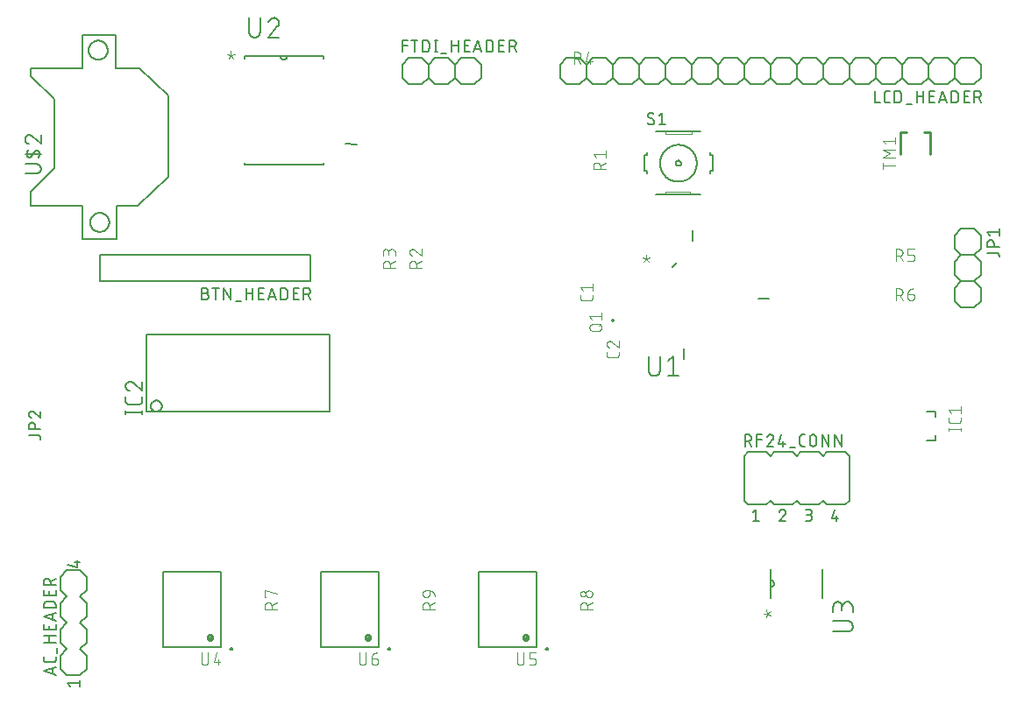
<source format=gbr>
G04 EAGLE Gerber X2 export*
%TF.Part,Single*%
%TF.FileFunction,Legend,Top,1*%
%TF.FilePolarity,Positive*%
%TF.GenerationSoftware,Autodesk,EAGLE,9.0.0*%
%TF.CreationDate,2019-07-04T23:27:38Z*%
G75*
%MOMM*%
%FSLAX34Y34*%
%LPD*%
%AMOC8*
5,1,8,0,0,1.08239X$1,22.5*%
G01*
%ADD10C,0.127000*%
%ADD11C,0.101600*%
%ADD12C,0.152400*%
%ADD13C,0.350000*%
%ADD14C,0.050800*%
%ADD15C,0.254000*%
%ADD16C,0.076200*%
%ADD17C,0.203200*%
%ADD18C,0.177800*%
%ADD19C,0.200000*%


D10*
X292100Y546100D02*
X88900Y546100D01*
X88900Y571500D01*
X292100Y571500D01*
X292100Y546100D01*
X190862Y534797D02*
X187687Y534797D01*
X190862Y534797D02*
X190973Y534795D01*
X191083Y534789D01*
X191194Y534780D01*
X191304Y534766D01*
X191413Y534749D01*
X191522Y534728D01*
X191630Y534703D01*
X191737Y534674D01*
X191843Y534642D01*
X191948Y534606D01*
X192051Y534566D01*
X192153Y534523D01*
X192254Y534476D01*
X192353Y534425D01*
X192450Y534372D01*
X192544Y534315D01*
X192637Y534254D01*
X192728Y534191D01*
X192817Y534124D01*
X192903Y534054D01*
X192986Y533981D01*
X193068Y533906D01*
X193146Y533828D01*
X193221Y533746D01*
X193294Y533663D01*
X193364Y533577D01*
X193431Y533488D01*
X193494Y533397D01*
X193555Y533304D01*
X193612Y533209D01*
X193665Y533113D01*
X193716Y533014D01*
X193763Y532913D01*
X193806Y532811D01*
X193846Y532708D01*
X193882Y532603D01*
X193914Y532497D01*
X193943Y532390D01*
X193968Y532282D01*
X193989Y532173D01*
X194006Y532064D01*
X194020Y531954D01*
X194029Y531843D01*
X194035Y531733D01*
X194037Y531622D01*
X194035Y531511D01*
X194029Y531401D01*
X194020Y531290D01*
X194006Y531180D01*
X193989Y531071D01*
X193968Y530962D01*
X193943Y530854D01*
X193914Y530747D01*
X193882Y530641D01*
X193846Y530536D01*
X193806Y530433D01*
X193763Y530331D01*
X193716Y530230D01*
X193665Y530131D01*
X193612Y530035D01*
X193555Y529940D01*
X193494Y529847D01*
X193431Y529756D01*
X193364Y529667D01*
X193294Y529581D01*
X193221Y529498D01*
X193146Y529416D01*
X193068Y529338D01*
X192986Y529263D01*
X192903Y529190D01*
X192817Y529120D01*
X192728Y529053D01*
X192637Y528990D01*
X192544Y528929D01*
X192449Y528872D01*
X192353Y528819D01*
X192254Y528768D01*
X192153Y528721D01*
X192051Y528678D01*
X191948Y528638D01*
X191843Y528602D01*
X191737Y528570D01*
X191630Y528541D01*
X191522Y528516D01*
X191413Y528495D01*
X191304Y528478D01*
X191194Y528464D01*
X191083Y528455D01*
X190973Y528449D01*
X190862Y528447D01*
X187687Y528447D01*
X187687Y539877D01*
X190862Y539877D01*
X190962Y539875D01*
X191061Y539869D01*
X191161Y539859D01*
X191259Y539846D01*
X191358Y539828D01*
X191455Y539807D01*
X191551Y539782D01*
X191647Y539753D01*
X191741Y539720D01*
X191834Y539684D01*
X191925Y539644D01*
X192015Y539600D01*
X192103Y539553D01*
X192189Y539503D01*
X192273Y539449D01*
X192355Y539392D01*
X192434Y539332D01*
X192512Y539268D01*
X192586Y539202D01*
X192658Y539133D01*
X192727Y539061D01*
X192793Y538987D01*
X192857Y538909D01*
X192917Y538830D01*
X192974Y538748D01*
X193028Y538664D01*
X193078Y538578D01*
X193125Y538490D01*
X193169Y538400D01*
X193209Y538309D01*
X193245Y538216D01*
X193278Y538122D01*
X193307Y538026D01*
X193332Y537930D01*
X193353Y537833D01*
X193371Y537734D01*
X193384Y537636D01*
X193394Y537536D01*
X193400Y537437D01*
X193402Y537337D01*
X193400Y537237D01*
X193394Y537138D01*
X193384Y537038D01*
X193371Y536940D01*
X193353Y536841D01*
X193332Y536744D01*
X193307Y536648D01*
X193278Y536552D01*
X193245Y536458D01*
X193209Y536365D01*
X193169Y536274D01*
X193125Y536184D01*
X193078Y536096D01*
X193028Y536010D01*
X192974Y535926D01*
X192917Y535844D01*
X192857Y535765D01*
X192793Y535687D01*
X192727Y535613D01*
X192658Y535541D01*
X192586Y535472D01*
X192512Y535406D01*
X192434Y535342D01*
X192355Y535282D01*
X192273Y535225D01*
X192189Y535171D01*
X192103Y535121D01*
X192015Y535074D01*
X191925Y535030D01*
X191834Y534990D01*
X191741Y534954D01*
X191647Y534921D01*
X191551Y534892D01*
X191455Y534867D01*
X191358Y534846D01*
X191259Y534828D01*
X191161Y534815D01*
X191061Y534805D01*
X190962Y534799D01*
X190862Y534797D01*
X200958Y539877D02*
X200958Y528447D01*
X197783Y539877D02*
X204133Y539877D01*
X208832Y539877D02*
X208832Y528447D01*
X215182Y528447D02*
X208832Y539877D01*
X215182Y539877D02*
X215182Y528447D01*
X220135Y527177D02*
X225215Y527177D01*
X230168Y528447D02*
X230168Y539877D01*
X230168Y534797D02*
X236518Y534797D01*
X236518Y539877D02*
X236518Y528447D01*
X242386Y528447D02*
X247466Y528447D01*
X242386Y528447D02*
X242386Y539877D01*
X247466Y539877D01*
X246196Y534797D02*
X242386Y534797D01*
X251250Y528447D02*
X255060Y539877D01*
X258870Y528447D01*
X257918Y531305D02*
X252203Y531305D01*
X263696Y528447D02*
X263696Y539877D01*
X266871Y539877D01*
X266982Y539875D01*
X267092Y539869D01*
X267203Y539860D01*
X267313Y539846D01*
X267422Y539829D01*
X267531Y539808D01*
X267639Y539783D01*
X267746Y539754D01*
X267852Y539722D01*
X267957Y539686D01*
X268060Y539646D01*
X268162Y539603D01*
X268263Y539556D01*
X268362Y539505D01*
X268459Y539452D01*
X268553Y539395D01*
X268646Y539334D01*
X268737Y539271D01*
X268826Y539204D01*
X268912Y539134D01*
X268995Y539061D01*
X269077Y538986D01*
X269155Y538908D01*
X269230Y538826D01*
X269303Y538743D01*
X269373Y538657D01*
X269440Y538568D01*
X269503Y538477D01*
X269564Y538384D01*
X269621Y538290D01*
X269674Y538193D01*
X269725Y538094D01*
X269772Y537993D01*
X269815Y537891D01*
X269855Y537788D01*
X269891Y537683D01*
X269923Y537577D01*
X269952Y537470D01*
X269977Y537362D01*
X269998Y537253D01*
X270015Y537144D01*
X270029Y537034D01*
X270038Y536923D01*
X270044Y536813D01*
X270046Y536702D01*
X270046Y531622D01*
X270044Y531511D01*
X270038Y531401D01*
X270029Y531290D01*
X270015Y531180D01*
X269998Y531071D01*
X269977Y530962D01*
X269952Y530854D01*
X269923Y530747D01*
X269891Y530641D01*
X269855Y530536D01*
X269815Y530433D01*
X269772Y530331D01*
X269725Y530230D01*
X269674Y530131D01*
X269621Y530035D01*
X269564Y529940D01*
X269503Y529847D01*
X269440Y529756D01*
X269373Y529667D01*
X269303Y529581D01*
X269230Y529498D01*
X269155Y529416D01*
X269077Y529338D01*
X268995Y529263D01*
X268912Y529190D01*
X268826Y529120D01*
X268737Y529053D01*
X268646Y528990D01*
X268553Y528929D01*
X268459Y528872D01*
X268362Y528819D01*
X268263Y528768D01*
X268162Y528721D01*
X268060Y528678D01*
X267957Y528638D01*
X267852Y528602D01*
X267746Y528570D01*
X267639Y528541D01*
X267531Y528516D01*
X267422Y528495D01*
X267313Y528478D01*
X267203Y528464D01*
X267092Y528455D01*
X266982Y528449D01*
X266871Y528447D01*
X263696Y528447D01*
X275914Y528447D02*
X280994Y528447D01*
X275914Y528447D02*
X275914Y539877D01*
X280994Y539877D01*
X279724Y534797D02*
X275914Y534797D01*
X285877Y539877D02*
X285877Y528447D01*
X285877Y539877D02*
X289052Y539877D01*
X289163Y539875D01*
X289273Y539869D01*
X289384Y539860D01*
X289494Y539846D01*
X289603Y539829D01*
X289712Y539808D01*
X289820Y539783D01*
X289927Y539754D01*
X290033Y539722D01*
X290138Y539686D01*
X290241Y539646D01*
X290343Y539603D01*
X290444Y539556D01*
X290543Y539505D01*
X290640Y539452D01*
X290734Y539395D01*
X290827Y539334D01*
X290918Y539271D01*
X291007Y539204D01*
X291093Y539134D01*
X291176Y539061D01*
X291258Y538986D01*
X291336Y538908D01*
X291411Y538826D01*
X291484Y538743D01*
X291554Y538657D01*
X291621Y538568D01*
X291684Y538477D01*
X291745Y538384D01*
X291802Y538289D01*
X291855Y538193D01*
X291906Y538094D01*
X291953Y537993D01*
X291996Y537891D01*
X292036Y537788D01*
X292072Y537683D01*
X292104Y537577D01*
X292133Y537470D01*
X292158Y537362D01*
X292179Y537253D01*
X292196Y537144D01*
X292210Y537034D01*
X292219Y536923D01*
X292225Y536813D01*
X292227Y536702D01*
X292225Y536591D01*
X292219Y536481D01*
X292210Y536370D01*
X292196Y536260D01*
X292179Y536151D01*
X292158Y536042D01*
X292133Y535934D01*
X292104Y535827D01*
X292072Y535721D01*
X292036Y535616D01*
X291996Y535513D01*
X291953Y535411D01*
X291906Y535310D01*
X291855Y535211D01*
X291802Y535115D01*
X291745Y535020D01*
X291684Y534927D01*
X291621Y534836D01*
X291554Y534747D01*
X291484Y534661D01*
X291411Y534578D01*
X291336Y534496D01*
X291258Y534418D01*
X291176Y534343D01*
X291093Y534270D01*
X291007Y534200D01*
X290918Y534133D01*
X290827Y534070D01*
X290734Y534009D01*
X290640Y533952D01*
X290543Y533899D01*
X290444Y533848D01*
X290343Y533801D01*
X290241Y533758D01*
X290138Y533718D01*
X290033Y533682D01*
X289927Y533650D01*
X289820Y533621D01*
X289712Y533596D01*
X289603Y533575D01*
X289494Y533558D01*
X289384Y533544D01*
X289273Y533535D01*
X289163Y533529D01*
X289052Y533527D01*
X285877Y533527D01*
X289687Y533527D02*
X292227Y528447D01*
D11*
X564642Y530154D02*
X564642Y532751D01*
X564642Y530154D02*
X564640Y530055D01*
X564634Y529955D01*
X564625Y529856D01*
X564612Y529758D01*
X564595Y529660D01*
X564574Y529562D01*
X564549Y529466D01*
X564521Y529371D01*
X564489Y529277D01*
X564454Y529184D01*
X564415Y529092D01*
X564372Y529002D01*
X564327Y528914D01*
X564277Y528827D01*
X564225Y528743D01*
X564169Y528660D01*
X564111Y528580D01*
X564049Y528502D01*
X563984Y528427D01*
X563916Y528354D01*
X563846Y528284D01*
X563773Y528216D01*
X563698Y528151D01*
X563620Y528089D01*
X563540Y528031D01*
X563457Y527975D01*
X563373Y527923D01*
X563286Y527873D01*
X563198Y527828D01*
X563108Y527785D01*
X563016Y527746D01*
X562923Y527711D01*
X562829Y527679D01*
X562734Y527651D01*
X562638Y527626D01*
X562540Y527605D01*
X562442Y527588D01*
X562344Y527575D01*
X562245Y527566D01*
X562145Y527560D01*
X562046Y527558D01*
X555554Y527558D01*
X555455Y527560D01*
X555355Y527566D01*
X555256Y527575D01*
X555158Y527588D01*
X555060Y527606D01*
X554962Y527626D01*
X554866Y527651D01*
X554770Y527679D01*
X554676Y527711D01*
X554583Y527746D01*
X554492Y527785D01*
X554402Y527828D01*
X554313Y527873D01*
X554227Y527923D01*
X554142Y527975D01*
X554060Y528031D01*
X553980Y528090D01*
X553902Y528151D01*
X553826Y528216D01*
X553753Y528284D01*
X553683Y528354D01*
X553615Y528427D01*
X553550Y528503D01*
X553489Y528581D01*
X553430Y528661D01*
X553374Y528743D01*
X553322Y528828D01*
X553273Y528914D01*
X553227Y529003D01*
X553184Y529093D01*
X553145Y529184D01*
X553110Y529277D01*
X553078Y529371D01*
X553050Y529467D01*
X553025Y529563D01*
X553005Y529661D01*
X552987Y529759D01*
X552974Y529857D01*
X552965Y529956D01*
X552959Y530055D01*
X552957Y530155D01*
X552958Y530154D02*
X552958Y532751D01*
X555554Y537116D02*
X552958Y540362D01*
X564642Y540362D01*
X564642Y543607D02*
X564642Y537116D01*
X590042Y477586D02*
X590042Y474989D01*
X590040Y474890D01*
X590034Y474790D01*
X590025Y474691D01*
X590012Y474593D01*
X589995Y474495D01*
X589974Y474397D01*
X589949Y474301D01*
X589921Y474206D01*
X589889Y474112D01*
X589854Y474019D01*
X589815Y473927D01*
X589772Y473837D01*
X589727Y473749D01*
X589677Y473662D01*
X589625Y473578D01*
X589569Y473495D01*
X589511Y473415D01*
X589449Y473337D01*
X589384Y473262D01*
X589316Y473189D01*
X589246Y473119D01*
X589173Y473051D01*
X589098Y472986D01*
X589020Y472924D01*
X588940Y472866D01*
X588857Y472810D01*
X588773Y472758D01*
X588686Y472708D01*
X588598Y472663D01*
X588508Y472620D01*
X588416Y472581D01*
X588323Y472546D01*
X588229Y472514D01*
X588134Y472486D01*
X588038Y472461D01*
X587940Y472440D01*
X587842Y472423D01*
X587744Y472410D01*
X587645Y472401D01*
X587545Y472395D01*
X587446Y472393D01*
X580954Y472393D01*
X580954Y472392D02*
X580855Y472394D01*
X580755Y472400D01*
X580656Y472409D01*
X580558Y472422D01*
X580460Y472440D01*
X580362Y472460D01*
X580266Y472485D01*
X580170Y472513D01*
X580076Y472545D01*
X579983Y472580D01*
X579892Y472619D01*
X579802Y472662D01*
X579713Y472707D01*
X579627Y472757D01*
X579542Y472809D01*
X579460Y472865D01*
X579380Y472924D01*
X579302Y472985D01*
X579226Y473050D01*
X579153Y473118D01*
X579083Y473188D01*
X579015Y473261D01*
X578950Y473337D01*
X578889Y473415D01*
X578830Y473495D01*
X578774Y473577D01*
X578722Y473662D01*
X578673Y473748D01*
X578627Y473837D01*
X578584Y473927D01*
X578545Y474018D01*
X578510Y474111D01*
X578478Y474205D01*
X578450Y474301D01*
X578425Y474397D01*
X578405Y474495D01*
X578387Y474593D01*
X578374Y474691D01*
X578365Y474790D01*
X578359Y474889D01*
X578357Y474989D01*
X578358Y474989D02*
X578358Y477586D01*
X578358Y485521D02*
X578360Y485628D01*
X578366Y485734D01*
X578376Y485840D01*
X578389Y485946D01*
X578407Y486052D01*
X578428Y486156D01*
X578453Y486260D01*
X578482Y486363D01*
X578514Y486464D01*
X578551Y486564D01*
X578591Y486663D01*
X578634Y486761D01*
X578681Y486857D01*
X578732Y486951D01*
X578786Y487043D01*
X578843Y487133D01*
X578903Y487221D01*
X578967Y487306D01*
X579034Y487389D01*
X579104Y487470D01*
X579176Y487548D01*
X579252Y487624D01*
X579330Y487696D01*
X579411Y487766D01*
X579494Y487833D01*
X579579Y487897D01*
X579667Y487957D01*
X579757Y488014D01*
X579849Y488068D01*
X579943Y488119D01*
X580039Y488166D01*
X580137Y488209D01*
X580236Y488249D01*
X580336Y488286D01*
X580437Y488318D01*
X580540Y488347D01*
X580644Y488372D01*
X580748Y488393D01*
X580854Y488411D01*
X580960Y488424D01*
X581066Y488434D01*
X581172Y488440D01*
X581279Y488442D01*
X578358Y485521D02*
X578360Y485400D01*
X578366Y485279D01*
X578376Y485159D01*
X578389Y485038D01*
X578407Y484919D01*
X578428Y484799D01*
X578453Y484681D01*
X578482Y484564D01*
X578515Y484447D01*
X578551Y484332D01*
X578592Y484218D01*
X578635Y484105D01*
X578683Y483993D01*
X578734Y483884D01*
X578789Y483776D01*
X578847Y483669D01*
X578908Y483565D01*
X578973Y483463D01*
X579041Y483363D01*
X579112Y483265D01*
X579186Y483169D01*
X579263Y483076D01*
X579344Y482986D01*
X579427Y482898D01*
X579513Y482813D01*
X579602Y482730D01*
X579693Y482651D01*
X579787Y482574D01*
X579883Y482501D01*
X579981Y482431D01*
X580082Y482364D01*
X580185Y482300D01*
X580290Y482240D01*
X580397Y482182D01*
X580505Y482129D01*
X580615Y482079D01*
X580727Y482033D01*
X580840Y481990D01*
X580955Y481951D01*
X583551Y487468D02*
X583473Y487547D01*
X583393Y487623D01*
X583310Y487696D01*
X583224Y487766D01*
X583137Y487833D01*
X583046Y487897D01*
X582954Y487957D01*
X582860Y488015D01*
X582763Y488069D01*
X582665Y488119D01*
X582565Y488166D01*
X582464Y488210D01*
X582361Y488250D01*
X582256Y488286D01*
X582151Y488318D01*
X582044Y488347D01*
X581937Y488372D01*
X581828Y488394D01*
X581719Y488411D01*
X581610Y488425D01*
X581500Y488434D01*
X581389Y488440D01*
X581279Y488442D01*
X583551Y487468D02*
X590042Y481951D01*
X590042Y488442D01*
D12*
X887480Y420620D02*
X895600Y420620D01*
X895600Y415040D01*
X895600Y397760D02*
X895600Y392180D01*
X887480Y392180D01*
D11*
X908558Y403027D02*
X920242Y403027D01*
X920242Y401729D02*
X920242Y404326D01*
X908558Y404326D02*
X908558Y401729D01*
X920242Y411489D02*
X920242Y414086D01*
X920242Y411489D02*
X920240Y411390D01*
X920234Y411290D01*
X920225Y411191D01*
X920212Y411093D01*
X920195Y410995D01*
X920174Y410897D01*
X920149Y410801D01*
X920121Y410706D01*
X920089Y410612D01*
X920054Y410519D01*
X920015Y410427D01*
X919972Y410337D01*
X919927Y410249D01*
X919877Y410162D01*
X919825Y410078D01*
X919769Y409995D01*
X919711Y409915D01*
X919649Y409837D01*
X919584Y409762D01*
X919516Y409689D01*
X919446Y409619D01*
X919373Y409551D01*
X919298Y409486D01*
X919220Y409424D01*
X919140Y409366D01*
X919057Y409310D01*
X918973Y409258D01*
X918886Y409208D01*
X918798Y409163D01*
X918708Y409120D01*
X918616Y409081D01*
X918523Y409046D01*
X918429Y409014D01*
X918334Y408986D01*
X918238Y408961D01*
X918140Y408940D01*
X918042Y408923D01*
X917944Y408910D01*
X917845Y408901D01*
X917745Y408895D01*
X917646Y408893D01*
X911154Y408893D01*
X911154Y408892D02*
X911055Y408894D01*
X910955Y408900D01*
X910856Y408909D01*
X910758Y408922D01*
X910660Y408940D01*
X910562Y408960D01*
X910466Y408985D01*
X910370Y409013D01*
X910276Y409045D01*
X910183Y409080D01*
X910092Y409119D01*
X910002Y409162D01*
X909913Y409207D01*
X909827Y409257D01*
X909742Y409309D01*
X909660Y409365D01*
X909580Y409424D01*
X909502Y409485D01*
X909426Y409550D01*
X909353Y409618D01*
X909283Y409688D01*
X909215Y409761D01*
X909150Y409837D01*
X909089Y409915D01*
X909030Y409995D01*
X908974Y410077D01*
X908922Y410162D01*
X908873Y410248D01*
X908827Y410337D01*
X908784Y410427D01*
X908745Y410518D01*
X908710Y410611D01*
X908678Y410705D01*
X908650Y410801D01*
X908625Y410897D01*
X908605Y410995D01*
X908587Y411093D01*
X908574Y411191D01*
X908565Y411290D01*
X908559Y411389D01*
X908557Y411489D01*
X908558Y411489D02*
X908558Y414086D01*
X911154Y418451D02*
X908558Y421696D01*
X920242Y421696D01*
X920242Y418451D02*
X920242Y424942D01*
D12*
X939800Y577850D02*
X939800Y590550D01*
X939800Y577850D02*
X933450Y571500D01*
X920750Y571500D01*
X914400Y577850D01*
X933450Y571500D02*
X939800Y565150D01*
X939800Y552450D01*
X933450Y546100D01*
X920750Y546100D01*
X914400Y552450D01*
X914400Y565150D01*
X920750Y571500D01*
X920750Y596900D02*
X933450Y596900D01*
X939800Y590550D01*
X920750Y596900D02*
X914400Y590550D01*
X914400Y577850D01*
X933450Y546100D02*
X939800Y539750D01*
X939800Y527050D01*
X933450Y520700D01*
X920750Y520700D01*
X914400Y527050D01*
X914400Y539750D01*
X920750Y546100D01*
D10*
X946023Y573838D02*
X954913Y573838D01*
X955013Y573836D01*
X955112Y573830D01*
X955212Y573820D01*
X955310Y573807D01*
X955409Y573789D01*
X955506Y573768D01*
X955602Y573743D01*
X955698Y573714D01*
X955792Y573681D01*
X955885Y573645D01*
X955976Y573605D01*
X956066Y573561D01*
X956154Y573514D01*
X956240Y573464D01*
X956324Y573410D01*
X956406Y573353D01*
X956485Y573293D01*
X956563Y573229D01*
X956637Y573163D01*
X956709Y573094D01*
X956778Y573022D01*
X956844Y572948D01*
X956908Y572870D01*
X956968Y572791D01*
X957025Y572709D01*
X957079Y572625D01*
X957129Y572539D01*
X957176Y572451D01*
X957220Y572361D01*
X957260Y572270D01*
X957296Y572177D01*
X957329Y572083D01*
X957358Y571987D01*
X957383Y571891D01*
X957404Y571794D01*
X957422Y571695D01*
X957435Y571597D01*
X957445Y571497D01*
X957451Y571398D01*
X957453Y571298D01*
X957453Y570028D01*
X957453Y579819D02*
X946023Y579819D01*
X946023Y582994D01*
X946025Y583105D01*
X946031Y583215D01*
X946040Y583326D01*
X946054Y583436D01*
X946071Y583545D01*
X946092Y583654D01*
X946117Y583762D01*
X946146Y583869D01*
X946178Y583975D01*
X946214Y584080D01*
X946254Y584183D01*
X946297Y584285D01*
X946344Y584386D01*
X946395Y584485D01*
X946448Y584582D01*
X946505Y584676D01*
X946566Y584769D01*
X946629Y584860D01*
X946696Y584949D01*
X946766Y585035D01*
X946839Y585118D01*
X946914Y585200D01*
X946992Y585278D01*
X947074Y585353D01*
X947157Y585426D01*
X947243Y585496D01*
X947332Y585563D01*
X947423Y585626D01*
X947516Y585687D01*
X947611Y585744D01*
X947707Y585797D01*
X947806Y585848D01*
X947907Y585895D01*
X948009Y585938D01*
X948112Y585978D01*
X948217Y586014D01*
X948323Y586046D01*
X948430Y586075D01*
X948538Y586100D01*
X948647Y586121D01*
X948756Y586138D01*
X948866Y586152D01*
X948977Y586161D01*
X949087Y586167D01*
X949198Y586169D01*
X949309Y586167D01*
X949419Y586161D01*
X949530Y586152D01*
X949640Y586138D01*
X949749Y586121D01*
X949858Y586100D01*
X949966Y586075D01*
X950073Y586046D01*
X950179Y586014D01*
X950284Y585978D01*
X950387Y585938D01*
X950489Y585895D01*
X950590Y585848D01*
X950689Y585797D01*
X950786Y585744D01*
X950880Y585687D01*
X950973Y585626D01*
X951064Y585563D01*
X951153Y585496D01*
X951239Y585426D01*
X951322Y585353D01*
X951404Y585278D01*
X951482Y585200D01*
X951557Y585118D01*
X951630Y585035D01*
X951700Y584949D01*
X951767Y584860D01*
X951830Y584769D01*
X951891Y584676D01*
X951948Y584582D01*
X952001Y584485D01*
X952052Y584386D01*
X952099Y584285D01*
X952142Y584183D01*
X952182Y584080D01*
X952218Y583975D01*
X952250Y583869D01*
X952279Y583762D01*
X952304Y583654D01*
X952325Y583545D01*
X952342Y583436D01*
X952356Y583326D01*
X952365Y583215D01*
X952371Y583105D01*
X952373Y582994D01*
X952373Y579819D01*
X948563Y590677D02*
X946023Y593852D01*
X957453Y593852D01*
X957453Y590677D02*
X957453Y597027D01*
D12*
X584200Y742950D02*
X577850Y736600D01*
X565150Y736600D01*
X558800Y742950D01*
X558800Y755650D01*
X565150Y762000D01*
X577850Y762000D01*
X584200Y755650D01*
X615950Y736600D02*
X628650Y736600D01*
X615950Y736600D02*
X609600Y742950D01*
X609600Y755650D01*
X615950Y762000D01*
X609600Y742950D02*
X603250Y736600D01*
X590550Y736600D01*
X584200Y742950D01*
X584200Y755650D01*
X590550Y762000D01*
X603250Y762000D01*
X609600Y755650D01*
X654050Y736600D02*
X660400Y742950D01*
X654050Y736600D02*
X641350Y736600D01*
X635000Y742950D01*
X635000Y755650D01*
X641350Y762000D01*
X654050Y762000D01*
X660400Y755650D01*
X635000Y742950D02*
X628650Y736600D01*
X635000Y755650D02*
X628650Y762000D01*
X615950Y762000D01*
X692150Y736600D02*
X704850Y736600D01*
X692150Y736600D02*
X685800Y742950D01*
X685800Y755650D01*
X692150Y762000D01*
X685800Y742950D02*
X679450Y736600D01*
X666750Y736600D01*
X660400Y742950D01*
X660400Y755650D01*
X666750Y762000D01*
X679450Y762000D01*
X685800Y755650D01*
X730250Y736600D02*
X736600Y742950D01*
X730250Y736600D02*
X717550Y736600D01*
X711200Y742950D01*
X711200Y755650D01*
X717550Y762000D01*
X730250Y762000D01*
X736600Y755650D01*
X711200Y742950D02*
X704850Y736600D01*
X711200Y755650D02*
X704850Y762000D01*
X692150Y762000D01*
X768350Y736600D02*
X781050Y736600D01*
X768350Y736600D02*
X762000Y742950D01*
X762000Y755650D01*
X768350Y762000D01*
X762000Y742950D02*
X755650Y736600D01*
X742950Y736600D01*
X736600Y742950D01*
X736600Y755650D01*
X742950Y762000D01*
X755650Y762000D01*
X762000Y755650D01*
X806450Y736600D02*
X812800Y742950D01*
X806450Y736600D02*
X793750Y736600D01*
X787400Y742950D01*
X787400Y755650D01*
X793750Y762000D01*
X806450Y762000D01*
X812800Y755650D01*
X787400Y742950D02*
X781050Y736600D01*
X787400Y755650D02*
X781050Y762000D01*
X768350Y762000D01*
X844550Y736600D02*
X857250Y736600D01*
X844550Y736600D02*
X838200Y742950D01*
X838200Y755650D01*
X844550Y762000D01*
X838200Y742950D02*
X831850Y736600D01*
X819150Y736600D01*
X812800Y742950D01*
X812800Y755650D01*
X819150Y762000D01*
X831850Y762000D01*
X838200Y755650D01*
X882650Y736600D02*
X889000Y742950D01*
X882650Y736600D02*
X869950Y736600D01*
X863600Y742950D01*
X863600Y755650D01*
X869950Y762000D01*
X882650Y762000D01*
X889000Y755650D01*
X863600Y742950D02*
X857250Y736600D01*
X863600Y755650D02*
X857250Y762000D01*
X844550Y762000D01*
X920750Y736600D02*
X933450Y736600D01*
X920750Y736600D02*
X914400Y742950D01*
X914400Y755650D01*
X920750Y762000D01*
X914400Y742950D02*
X908050Y736600D01*
X895350Y736600D01*
X889000Y742950D01*
X889000Y755650D01*
X895350Y762000D01*
X908050Y762000D01*
X914400Y755650D01*
X939800Y755650D02*
X939800Y742950D01*
X933450Y736600D01*
X939800Y755650D02*
X933450Y762000D01*
X920750Y762000D01*
X558800Y742950D02*
X552450Y736600D01*
X539750Y736600D01*
X533400Y742950D01*
X533400Y755650D01*
X539750Y762000D01*
X552450Y762000D01*
X558800Y755650D01*
D10*
X837127Y730377D02*
X837127Y718947D01*
X842207Y718947D01*
X849129Y718947D02*
X851669Y718947D01*
X849129Y718947D02*
X849029Y718949D01*
X848930Y718955D01*
X848830Y718965D01*
X848732Y718978D01*
X848633Y718996D01*
X848536Y719017D01*
X848440Y719042D01*
X848344Y719071D01*
X848250Y719104D01*
X848157Y719140D01*
X848066Y719180D01*
X847976Y719224D01*
X847888Y719271D01*
X847802Y719321D01*
X847718Y719375D01*
X847636Y719432D01*
X847557Y719492D01*
X847479Y719556D01*
X847405Y719622D01*
X847333Y719691D01*
X847264Y719763D01*
X847198Y719837D01*
X847134Y719915D01*
X847074Y719994D01*
X847017Y720076D01*
X846963Y720160D01*
X846913Y720246D01*
X846866Y720334D01*
X846822Y720424D01*
X846782Y720515D01*
X846746Y720608D01*
X846713Y720702D01*
X846684Y720798D01*
X846659Y720894D01*
X846638Y720991D01*
X846620Y721090D01*
X846607Y721188D01*
X846597Y721288D01*
X846591Y721387D01*
X846589Y721487D01*
X846589Y727837D01*
X846591Y727937D01*
X846597Y728036D01*
X846607Y728136D01*
X846620Y728234D01*
X846638Y728333D01*
X846659Y728430D01*
X846684Y728526D01*
X846713Y728622D01*
X846746Y728716D01*
X846782Y728809D01*
X846822Y728900D01*
X846866Y728990D01*
X846913Y729078D01*
X846963Y729164D01*
X847017Y729248D01*
X847074Y729330D01*
X847134Y729409D01*
X847198Y729487D01*
X847264Y729561D01*
X847333Y729633D01*
X847405Y729702D01*
X847479Y729768D01*
X847557Y729832D01*
X847636Y729892D01*
X847718Y729949D01*
X847802Y730003D01*
X847888Y730053D01*
X847976Y730100D01*
X848066Y730144D01*
X848157Y730184D01*
X848250Y730220D01*
X848344Y730253D01*
X848440Y730282D01*
X848536Y730307D01*
X848633Y730328D01*
X848732Y730346D01*
X848830Y730359D01*
X848930Y730369D01*
X849029Y730375D01*
X849129Y730377D01*
X851669Y730377D01*
X856532Y730377D02*
X856532Y718947D01*
X856532Y730377D02*
X859707Y730377D01*
X859818Y730375D01*
X859928Y730369D01*
X860039Y730360D01*
X860149Y730346D01*
X860258Y730329D01*
X860367Y730308D01*
X860475Y730283D01*
X860582Y730254D01*
X860688Y730222D01*
X860793Y730186D01*
X860896Y730146D01*
X860998Y730103D01*
X861099Y730056D01*
X861198Y730005D01*
X861295Y729952D01*
X861389Y729895D01*
X861482Y729834D01*
X861573Y729771D01*
X861662Y729704D01*
X861748Y729634D01*
X861831Y729561D01*
X861913Y729486D01*
X861991Y729408D01*
X862066Y729326D01*
X862139Y729243D01*
X862209Y729157D01*
X862276Y729068D01*
X862339Y728977D01*
X862400Y728884D01*
X862457Y728790D01*
X862510Y728693D01*
X862561Y728594D01*
X862608Y728493D01*
X862651Y728391D01*
X862691Y728288D01*
X862727Y728183D01*
X862759Y728077D01*
X862788Y727970D01*
X862813Y727862D01*
X862834Y727753D01*
X862851Y727644D01*
X862865Y727534D01*
X862874Y727423D01*
X862880Y727313D01*
X862882Y727202D01*
X862882Y722122D01*
X862880Y722011D01*
X862874Y721901D01*
X862865Y721790D01*
X862851Y721680D01*
X862834Y721571D01*
X862813Y721462D01*
X862788Y721354D01*
X862759Y721247D01*
X862727Y721141D01*
X862691Y721036D01*
X862651Y720933D01*
X862608Y720831D01*
X862561Y720730D01*
X862510Y720631D01*
X862457Y720535D01*
X862400Y720440D01*
X862339Y720347D01*
X862276Y720256D01*
X862209Y720167D01*
X862139Y720081D01*
X862066Y719998D01*
X861991Y719916D01*
X861913Y719838D01*
X861831Y719763D01*
X861748Y719690D01*
X861662Y719620D01*
X861573Y719553D01*
X861482Y719490D01*
X861389Y719429D01*
X861295Y719372D01*
X861198Y719319D01*
X861099Y719268D01*
X860998Y719221D01*
X860896Y719178D01*
X860793Y719138D01*
X860688Y719102D01*
X860582Y719070D01*
X860475Y719041D01*
X860367Y719016D01*
X860258Y718995D01*
X860149Y718978D01*
X860039Y718964D01*
X859928Y718955D01*
X859818Y718949D01*
X859707Y718947D01*
X856532Y718947D01*
X867835Y717677D02*
X872915Y717677D01*
X877868Y718947D02*
X877868Y730377D01*
X877868Y725297D02*
X884218Y725297D01*
X884218Y730377D02*
X884218Y718947D01*
X890086Y718947D02*
X895166Y718947D01*
X890086Y718947D02*
X890086Y730377D01*
X895166Y730377D01*
X893896Y725297D02*
X890086Y725297D01*
X898950Y718947D02*
X902760Y730377D01*
X906570Y718947D01*
X905618Y721805D02*
X899903Y721805D01*
X911396Y718947D02*
X911396Y730377D01*
X914571Y730377D01*
X914682Y730375D01*
X914792Y730369D01*
X914903Y730360D01*
X915013Y730346D01*
X915122Y730329D01*
X915231Y730308D01*
X915339Y730283D01*
X915446Y730254D01*
X915552Y730222D01*
X915657Y730186D01*
X915760Y730146D01*
X915862Y730103D01*
X915963Y730056D01*
X916062Y730005D01*
X916159Y729952D01*
X916253Y729895D01*
X916346Y729834D01*
X916437Y729771D01*
X916526Y729704D01*
X916612Y729634D01*
X916695Y729561D01*
X916777Y729486D01*
X916855Y729408D01*
X916930Y729326D01*
X917003Y729243D01*
X917073Y729157D01*
X917140Y729068D01*
X917203Y728977D01*
X917264Y728884D01*
X917321Y728790D01*
X917374Y728693D01*
X917425Y728594D01*
X917472Y728493D01*
X917515Y728391D01*
X917555Y728288D01*
X917591Y728183D01*
X917623Y728077D01*
X917652Y727970D01*
X917677Y727862D01*
X917698Y727753D01*
X917715Y727644D01*
X917729Y727534D01*
X917738Y727423D01*
X917744Y727313D01*
X917746Y727202D01*
X917746Y722122D01*
X917744Y722011D01*
X917738Y721901D01*
X917729Y721790D01*
X917715Y721680D01*
X917698Y721571D01*
X917677Y721462D01*
X917652Y721354D01*
X917623Y721247D01*
X917591Y721141D01*
X917555Y721036D01*
X917515Y720933D01*
X917472Y720831D01*
X917425Y720730D01*
X917374Y720631D01*
X917321Y720535D01*
X917264Y720440D01*
X917203Y720347D01*
X917140Y720256D01*
X917073Y720167D01*
X917003Y720081D01*
X916930Y719998D01*
X916855Y719916D01*
X916777Y719838D01*
X916695Y719763D01*
X916612Y719690D01*
X916526Y719620D01*
X916437Y719553D01*
X916346Y719490D01*
X916253Y719429D01*
X916159Y719372D01*
X916062Y719319D01*
X915963Y719268D01*
X915862Y719221D01*
X915760Y719178D01*
X915657Y719138D01*
X915552Y719102D01*
X915446Y719070D01*
X915339Y719041D01*
X915231Y719016D01*
X915122Y718995D01*
X915013Y718978D01*
X914903Y718964D01*
X914792Y718955D01*
X914682Y718949D01*
X914571Y718947D01*
X911396Y718947D01*
X923614Y718947D02*
X928694Y718947D01*
X923614Y718947D02*
X923614Y730377D01*
X928694Y730377D01*
X927424Y725297D02*
X923614Y725297D01*
X933577Y730377D02*
X933577Y718947D01*
X933577Y730377D02*
X936752Y730377D01*
X936863Y730375D01*
X936973Y730369D01*
X937084Y730360D01*
X937194Y730346D01*
X937303Y730329D01*
X937412Y730308D01*
X937520Y730283D01*
X937627Y730254D01*
X937733Y730222D01*
X937838Y730186D01*
X937941Y730146D01*
X938043Y730103D01*
X938144Y730056D01*
X938243Y730005D01*
X938340Y729952D01*
X938434Y729895D01*
X938527Y729834D01*
X938618Y729771D01*
X938707Y729704D01*
X938793Y729634D01*
X938876Y729561D01*
X938958Y729486D01*
X939036Y729408D01*
X939111Y729326D01*
X939184Y729243D01*
X939254Y729157D01*
X939321Y729068D01*
X939384Y728977D01*
X939445Y728884D01*
X939502Y728789D01*
X939555Y728693D01*
X939606Y728594D01*
X939653Y728493D01*
X939696Y728391D01*
X939736Y728288D01*
X939772Y728183D01*
X939804Y728077D01*
X939833Y727970D01*
X939858Y727862D01*
X939879Y727753D01*
X939896Y727644D01*
X939910Y727534D01*
X939919Y727423D01*
X939925Y727313D01*
X939927Y727202D01*
X939925Y727091D01*
X939919Y726981D01*
X939910Y726870D01*
X939896Y726760D01*
X939879Y726651D01*
X939858Y726542D01*
X939833Y726434D01*
X939804Y726327D01*
X939772Y726221D01*
X939736Y726116D01*
X939696Y726013D01*
X939653Y725911D01*
X939606Y725810D01*
X939555Y725711D01*
X939502Y725615D01*
X939445Y725520D01*
X939384Y725427D01*
X939321Y725336D01*
X939254Y725247D01*
X939184Y725161D01*
X939111Y725078D01*
X939036Y724996D01*
X938958Y724918D01*
X938876Y724843D01*
X938793Y724770D01*
X938707Y724700D01*
X938618Y724633D01*
X938527Y724570D01*
X938434Y724509D01*
X938340Y724452D01*
X938243Y724399D01*
X938144Y724348D01*
X938043Y724301D01*
X937941Y724258D01*
X937838Y724218D01*
X937733Y724182D01*
X937627Y724150D01*
X937520Y724121D01*
X937412Y724096D01*
X937303Y724075D01*
X937194Y724058D01*
X937084Y724044D01*
X936973Y724035D01*
X936863Y724029D01*
X936752Y724027D01*
X933577Y724027D01*
X937387Y724027D02*
X939927Y718947D01*
D13*
X584200Y508000D03*
D11*
X570196Y498258D02*
X565004Y498258D01*
X564891Y498260D01*
X564778Y498266D01*
X564665Y498276D01*
X564552Y498290D01*
X564440Y498307D01*
X564329Y498329D01*
X564219Y498354D01*
X564109Y498384D01*
X564001Y498417D01*
X563894Y498454D01*
X563788Y498494D01*
X563684Y498539D01*
X563581Y498587D01*
X563480Y498638D01*
X563381Y498693D01*
X563284Y498751D01*
X563189Y498813D01*
X563096Y498878D01*
X563006Y498946D01*
X562918Y499017D01*
X562832Y499092D01*
X562749Y499169D01*
X562669Y499249D01*
X562592Y499332D01*
X562517Y499418D01*
X562446Y499506D01*
X562378Y499596D01*
X562313Y499689D01*
X562251Y499784D01*
X562193Y499881D01*
X562138Y499980D01*
X562087Y500081D01*
X562039Y500184D01*
X561994Y500288D01*
X561954Y500394D01*
X561917Y500501D01*
X561884Y500609D01*
X561854Y500719D01*
X561829Y500829D01*
X561807Y500940D01*
X561790Y501052D01*
X561776Y501165D01*
X561766Y501278D01*
X561760Y501391D01*
X561758Y501504D01*
X561760Y501617D01*
X561766Y501730D01*
X561776Y501843D01*
X561790Y501956D01*
X561807Y502068D01*
X561829Y502179D01*
X561854Y502289D01*
X561884Y502399D01*
X561917Y502507D01*
X561954Y502614D01*
X561994Y502720D01*
X562039Y502824D01*
X562087Y502927D01*
X562138Y503028D01*
X562193Y503127D01*
X562251Y503224D01*
X562313Y503319D01*
X562378Y503412D01*
X562446Y503502D01*
X562517Y503590D01*
X562592Y503676D01*
X562669Y503759D01*
X562749Y503839D01*
X562832Y503916D01*
X562918Y503991D01*
X563006Y504062D01*
X563096Y504130D01*
X563189Y504195D01*
X563284Y504257D01*
X563381Y504315D01*
X563480Y504370D01*
X563581Y504421D01*
X563684Y504469D01*
X563788Y504514D01*
X563894Y504554D01*
X564001Y504591D01*
X564109Y504624D01*
X564219Y504654D01*
X564329Y504679D01*
X564440Y504701D01*
X564552Y504718D01*
X564665Y504732D01*
X564778Y504742D01*
X564891Y504748D01*
X565004Y504750D01*
X565004Y504749D02*
X570196Y504749D01*
X570196Y504750D02*
X570309Y504748D01*
X570422Y504742D01*
X570535Y504732D01*
X570648Y504718D01*
X570760Y504701D01*
X570871Y504679D01*
X570981Y504654D01*
X571091Y504624D01*
X571199Y504591D01*
X571306Y504554D01*
X571412Y504514D01*
X571516Y504469D01*
X571619Y504421D01*
X571720Y504370D01*
X571819Y504315D01*
X571916Y504257D01*
X572011Y504195D01*
X572104Y504130D01*
X572194Y504062D01*
X572282Y503991D01*
X572368Y503916D01*
X572451Y503839D01*
X572531Y503759D01*
X572608Y503676D01*
X572683Y503590D01*
X572754Y503502D01*
X572822Y503412D01*
X572887Y503319D01*
X572949Y503224D01*
X573007Y503127D01*
X573062Y503028D01*
X573113Y502927D01*
X573161Y502824D01*
X573206Y502720D01*
X573246Y502614D01*
X573283Y502507D01*
X573316Y502399D01*
X573346Y502289D01*
X573371Y502179D01*
X573393Y502068D01*
X573410Y501956D01*
X573424Y501843D01*
X573434Y501730D01*
X573440Y501617D01*
X573442Y501504D01*
X573440Y501391D01*
X573434Y501278D01*
X573424Y501165D01*
X573410Y501052D01*
X573393Y500940D01*
X573371Y500829D01*
X573346Y500719D01*
X573316Y500609D01*
X573283Y500501D01*
X573246Y500394D01*
X573206Y500288D01*
X573161Y500184D01*
X573113Y500081D01*
X573062Y499980D01*
X573007Y499881D01*
X572949Y499784D01*
X572887Y499689D01*
X572822Y499596D01*
X572754Y499506D01*
X572683Y499418D01*
X572608Y499332D01*
X572531Y499249D01*
X572451Y499169D01*
X572368Y499092D01*
X572282Y499017D01*
X572194Y498946D01*
X572104Y498878D01*
X572011Y498813D01*
X571916Y498751D01*
X571819Y498693D01*
X571720Y498638D01*
X571619Y498587D01*
X571516Y498539D01*
X571412Y498494D01*
X571306Y498454D01*
X571199Y498417D01*
X571091Y498384D01*
X570981Y498354D01*
X570871Y498329D01*
X570760Y498307D01*
X570648Y498290D01*
X570535Y498276D01*
X570422Y498266D01*
X570309Y498260D01*
X570196Y498258D01*
X570846Y503451D02*
X573442Y506047D01*
X564354Y509402D02*
X561758Y512647D01*
X573442Y512647D01*
X573442Y509402D02*
X573442Y515893D01*
X577342Y654558D02*
X565658Y654558D01*
X565658Y657804D01*
X565660Y657917D01*
X565666Y658030D01*
X565676Y658143D01*
X565690Y658256D01*
X565707Y658368D01*
X565729Y658479D01*
X565754Y658589D01*
X565784Y658699D01*
X565817Y658807D01*
X565854Y658914D01*
X565894Y659020D01*
X565939Y659124D01*
X565987Y659227D01*
X566038Y659328D01*
X566093Y659427D01*
X566151Y659524D01*
X566213Y659619D01*
X566278Y659712D01*
X566346Y659802D01*
X566417Y659890D01*
X566492Y659976D01*
X566569Y660059D01*
X566649Y660139D01*
X566732Y660216D01*
X566818Y660291D01*
X566906Y660362D01*
X566996Y660430D01*
X567089Y660495D01*
X567184Y660557D01*
X567281Y660615D01*
X567380Y660670D01*
X567481Y660721D01*
X567584Y660769D01*
X567688Y660814D01*
X567794Y660854D01*
X567901Y660891D01*
X568009Y660924D01*
X568119Y660954D01*
X568229Y660979D01*
X568340Y661001D01*
X568452Y661018D01*
X568565Y661032D01*
X568678Y661042D01*
X568791Y661048D01*
X568904Y661050D01*
X569017Y661048D01*
X569130Y661042D01*
X569243Y661032D01*
X569356Y661018D01*
X569468Y661001D01*
X569579Y660979D01*
X569689Y660954D01*
X569799Y660924D01*
X569907Y660891D01*
X570014Y660854D01*
X570120Y660814D01*
X570224Y660769D01*
X570327Y660721D01*
X570428Y660670D01*
X570527Y660615D01*
X570624Y660557D01*
X570719Y660495D01*
X570812Y660430D01*
X570902Y660362D01*
X570990Y660291D01*
X571076Y660216D01*
X571159Y660139D01*
X571239Y660059D01*
X571316Y659976D01*
X571391Y659890D01*
X571462Y659802D01*
X571530Y659712D01*
X571595Y659619D01*
X571657Y659524D01*
X571715Y659427D01*
X571770Y659328D01*
X571821Y659227D01*
X571869Y659124D01*
X571914Y659020D01*
X571954Y658914D01*
X571991Y658807D01*
X572024Y658699D01*
X572054Y658589D01*
X572079Y658479D01*
X572101Y658368D01*
X572118Y658256D01*
X572132Y658143D01*
X572142Y658030D01*
X572148Y657917D01*
X572150Y657804D01*
X572149Y657804D02*
X572149Y654558D01*
X572149Y658453D02*
X577342Y661049D01*
X568254Y665914D02*
X565658Y669160D01*
X577342Y669160D01*
X577342Y672405D02*
X577342Y665914D01*
X399542Y559495D02*
X387858Y559495D01*
X387858Y562740D01*
X387860Y562853D01*
X387866Y562966D01*
X387876Y563079D01*
X387890Y563192D01*
X387907Y563304D01*
X387929Y563415D01*
X387954Y563525D01*
X387984Y563635D01*
X388017Y563743D01*
X388054Y563850D01*
X388094Y563956D01*
X388139Y564060D01*
X388187Y564163D01*
X388238Y564264D01*
X388293Y564363D01*
X388351Y564460D01*
X388413Y564555D01*
X388478Y564648D01*
X388546Y564738D01*
X388617Y564826D01*
X388692Y564912D01*
X388769Y564995D01*
X388849Y565075D01*
X388932Y565152D01*
X389018Y565227D01*
X389106Y565298D01*
X389196Y565366D01*
X389289Y565431D01*
X389384Y565493D01*
X389481Y565551D01*
X389580Y565606D01*
X389681Y565657D01*
X389784Y565705D01*
X389888Y565750D01*
X389994Y565790D01*
X390101Y565827D01*
X390209Y565860D01*
X390319Y565890D01*
X390429Y565915D01*
X390540Y565937D01*
X390652Y565954D01*
X390765Y565968D01*
X390878Y565978D01*
X390991Y565984D01*
X391104Y565986D01*
X391217Y565984D01*
X391330Y565978D01*
X391443Y565968D01*
X391556Y565954D01*
X391668Y565937D01*
X391779Y565915D01*
X391889Y565890D01*
X391999Y565860D01*
X392107Y565827D01*
X392214Y565790D01*
X392320Y565750D01*
X392424Y565705D01*
X392527Y565657D01*
X392628Y565606D01*
X392727Y565551D01*
X392824Y565493D01*
X392919Y565431D01*
X393012Y565366D01*
X393102Y565298D01*
X393190Y565227D01*
X393276Y565152D01*
X393359Y565075D01*
X393439Y564995D01*
X393516Y564912D01*
X393591Y564826D01*
X393662Y564738D01*
X393730Y564648D01*
X393795Y564555D01*
X393857Y564460D01*
X393915Y564363D01*
X393970Y564264D01*
X394021Y564163D01*
X394069Y564060D01*
X394114Y563956D01*
X394154Y563850D01*
X394191Y563743D01*
X394224Y563635D01*
X394254Y563525D01*
X394279Y563415D01*
X394301Y563304D01*
X394318Y563192D01*
X394332Y563079D01*
X394342Y562966D01*
X394348Y562853D01*
X394350Y562740D01*
X394349Y562740D02*
X394349Y559495D01*
X394349Y563389D02*
X399542Y565986D01*
X390779Y577342D02*
X390672Y577340D01*
X390566Y577334D01*
X390460Y577324D01*
X390354Y577311D01*
X390248Y577293D01*
X390144Y577272D01*
X390040Y577247D01*
X389937Y577218D01*
X389836Y577186D01*
X389736Y577149D01*
X389637Y577109D01*
X389539Y577066D01*
X389443Y577019D01*
X389349Y576968D01*
X389257Y576914D01*
X389167Y576857D01*
X389079Y576797D01*
X388994Y576733D01*
X388911Y576666D01*
X388830Y576596D01*
X388752Y576524D01*
X388676Y576448D01*
X388604Y576370D01*
X388534Y576289D01*
X388467Y576206D01*
X388403Y576121D01*
X388343Y576033D01*
X388286Y575943D01*
X388232Y575851D01*
X388181Y575757D01*
X388134Y575661D01*
X388091Y575563D01*
X388051Y575464D01*
X388014Y575364D01*
X387982Y575263D01*
X387953Y575160D01*
X387928Y575056D01*
X387907Y574952D01*
X387889Y574846D01*
X387876Y574740D01*
X387866Y574634D01*
X387860Y574528D01*
X387858Y574421D01*
X387860Y574300D01*
X387866Y574179D01*
X387876Y574059D01*
X387889Y573938D01*
X387907Y573819D01*
X387928Y573699D01*
X387953Y573581D01*
X387982Y573464D01*
X388015Y573347D01*
X388051Y573232D01*
X388092Y573118D01*
X388135Y573005D01*
X388183Y572893D01*
X388234Y572784D01*
X388289Y572676D01*
X388347Y572569D01*
X388408Y572465D01*
X388473Y572363D01*
X388541Y572263D01*
X388612Y572165D01*
X388686Y572069D01*
X388763Y571976D01*
X388844Y571886D01*
X388927Y571798D01*
X389013Y571713D01*
X389102Y571630D01*
X389193Y571551D01*
X389287Y571474D01*
X389383Y571401D01*
X389481Y571331D01*
X389582Y571264D01*
X389685Y571200D01*
X389790Y571140D01*
X389897Y571082D01*
X390005Y571029D01*
X390115Y570979D01*
X390227Y570933D01*
X390340Y570890D01*
X390455Y570851D01*
X393051Y576368D02*
X392973Y576447D01*
X392893Y576523D01*
X392810Y576596D01*
X392724Y576666D01*
X392637Y576733D01*
X392546Y576797D01*
X392454Y576857D01*
X392360Y576915D01*
X392263Y576969D01*
X392165Y577019D01*
X392065Y577066D01*
X391964Y577110D01*
X391861Y577150D01*
X391756Y577186D01*
X391651Y577218D01*
X391544Y577247D01*
X391437Y577272D01*
X391328Y577294D01*
X391219Y577311D01*
X391110Y577325D01*
X391000Y577334D01*
X390889Y577340D01*
X390779Y577342D01*
X393051Y576368D02*
X399542Y570851D01*
X399542Y577342D01*
X374142Y559495D02*
X362458Y559495D01*
X362458Y562740D01*
X362460Y562853D01*
X362466Y562966D01*
X362476Y563079D01*
X362490Y563192D01*
X362507Y563304D01*
X362529Y563415D01*
X362554Y563525D01*
X362584Y563635D01*
X362617Y563743D01*
X362654Y563850D01*
X362694Y563956D01*
X362739Y564060D01*
X362787Y564163D01*
X362838Y564264D01*
X362893Y564363D01*
X362951Y564460D01*
X363013Y564555D01*
X363078Y564648D01*
X363146Y564738D01*
X363217Y564826D01*
X363292Y564912D01*
X363369Y564995D01*
X363449Y565075D01*
X363532Y565152D01*
X363618Y565227D01*
X363706Y565298D01*
X363796Y565366D01*
X363889Y565431D01*
X363984Y565493D01*
X364081Y565551D01*
X364180Y565606D01*
X364281Y565657D01*
X364384Y565705D01*
X364488Y565750D01*
X364594Y565790D01*
X364701Y565827D01*
X364809Y565860D01*
X364919Y565890D01*
X365029Y565915D01*
X365140Y565937D01*
X365252Y565954D01*
X365365Y565968D01*
X365478Y565978D01*
X365591Y565984D01*
X365704Y565986D01*
X365817Y565984D01*
X365930Y565978D01*
X366043Y565968D01*
X366156Y565954D01*
X366268Y565937D01*
X366379Y565915D01*
X366489Y565890D01*
X366599Y565860D01*
X366707Y565827D01*
X366814Y565790D01*
X366920Y565750D01*
X367024Y565705D01*
X367127Y565657D01*
X367228Y565606D01*
X367327Y565551D01*
X367424Y565493D01*
X367519Y565431D01*
X367612Y565366D01*
X367702Y565298D01*
X367790Y565227D01*
X367876Y565152D01*
X367959Y565075D01*
X368039Y564995D01*
X368116Y564912D01*
X368191Y564826D01*
X368262Y564738D01*
X368330Y564648D01*
X368395Y564555D01*
X368457Y564460D01*
X368515Y564363D01*
X368570Y564264D01*
X368621Y564163D01*
X368669Y564060D01*
X368714Y563956D01*
X368754Y563850D01*
X368791Y563743D01*
X368824Y563635D01*
X368854Y563525D01*
X368879Y563415D01*
X368901Y563304D01*
X368918Y563192D01*
X368932Y563079D01*
X368942Y562966D01*
X368948Y562853D01*
X368950Y562740D01*
X368949Y562740D02*
X368949Y559495D01*
X368949Y563389D02*
X374142Y565986D01*
X374142Y570851D02*
X374142Y574096D01*
X374140Y574209D01*
X374134Y574322D01*
X374124Y574435D01*
X374110Y574548D01*
X374093Y574660D01*
X374071Y574771D01*
X374046Y574881D01*
X374016Y574991D01*
X373983Y575099D01*
X373946Y575206D01*
X373906Y575312D01*
X373861Y575416D01*
X373813Y575519D01*
X373762Y575620D01*
X373707Y575719D01*
X373649Y575816D01*
X373587Y575911D01*
X373522Y576004D01*
X373454Y576094D01*
X373383Y576182D01*
X373308Y576268D01*
X373231Y576351D01*
X373151Y576431D01*
X373068Y576508D01*
X372982Y576583D01*
X372894Y576654D01*
X372804Y576722D01*
X372711Y576787D01*
X372616Y576849D01*
X372519Y576907D01*
X372420Y576962D01*
X372319Y577013D01*
X372216Y577061D01*
X372112Y577106D01*
X372006Y577146D01*
X371899Y577183D01*
X371791Y577216D01*
X371681Y577246D01*
X371571Y577271D01*
X371460Y577293D01*
X371348Y577310D01*
X371235Y577324D01*
X371122Y577334D01*
X371009Y577340D01*
X370896Y577342D01*
X370783Y577340D01*
X370670Y577334D01*
X370557Y577324D01*
X370444Y577310D01*
X370332Y577293D01*
X370221Y577271D01*
X370111Y577246D01*
X370001Y577216D01*
X369893Y577183D01*
X369786Y577146D01*
X369680Y577106D01*
X369576Y577061D01*
X369473Y577013D01*
X369372Y576962D01*
X369273Y576907D01*
X369176Y576849D01*
X369081Y576787D01*
X368988Y576722D01*
X368898Y576654D01*
X368810Y576583D01*
X368724Y576508D01*
X368641Y576431D01*
X368561Y576351D01*
X368484Y576268D01*
X368409Y576182D01*
X368338Y576094D01*
X368270Y576004D01*
X368205Y575911D01*
X368143Y575816D01*
X368085Y575719D01*
X368030Y575620D01*
X367979Y575519D01*
X367931Y575416D01*
X367886Y575312D01*
X367846Y575206D01*
X367809Y575099D01*
X367776Y574991D01*
X367746Y574881D01*
X367721Y574771D01*
X367699Y574660D01*
X367682Y574548D01*
X367668Y574435D01*
X367658Y574322D01*
X367652Y574209D01*
X367650Y574096D01*
X362458Y574746D02*
X362458Y570851D01*
X362458Y574746D02*
X362460Y574847D01*
X362466Y574947D01*
X362476Y575047D01*
X362489Y575147D01*
X362507Y575246D01*
X362528Y575345D01*
X362553Y575442D01*
X362582Y575539D01*
X362615Y575634D01*
X362651Y575728D01*
X362691Y575820D01*
X362734Y575911D01*
X362781Y576000D01*
X362831Y576087D01*
X362885Y576173D01*
X362942Y576256D01*
X363002Y576336D01*
X363065Y576415D01*
X363132Y576491D01*
X363201Y576564D01*
X363273Y576634D01*
X363347Y576702D01*
X363424Y576767D01*
X363504Y576828D01*
X363586Y576887D01*
X363670Y576942D01*
X363756Y576994D01*
X363844Y577043D01*
X363934Y577088D01*
X364026Y577130D01*
X364119Y577168D01*
X364214Y577202D01*
X364309Y577233D01*
X364406Y577260D01*
X364504Y577283D01*
X364603Y577303D01*
X364703Y577318D01*
X364803Y577330D01*
X364903Y577338D01*
X365004Y577342D01*
X365104Y577342D01*
X365205Y577338D01*
X365305Y577330D01*
X365405Y577318D01*
X365505Y577303D01*
X365604Y577283D01*
X365702Y577260D01*
X365799Y577233D01*
X365894Y577202D01*
X365989Y577168D01*
X366082Y577130D01*
X366174Y577088D01*
X366264Y577043D01*
X366352Y576994D01*
X366438Y576942D01*
X366522Y576887D01*
X366604Y576828D01*
X366684Y576767D01*
X366761Y576702D01*
X366835Y576634D01*
X366907Y576564D01*
X366976Y576491D01*
X367043Y576415D01*
X367106Y576336D01*
X367166Y576256D01*
X367223Y576173D01*
X367277Y576087D01*
X367327Y576000D01*
X367374Y575911D01*
X367417Y575820D01*
X367457Y575728D01*
X367493Y575634D01*
X367526Y575539D01*
X367555Y575442D01*
X367580Y575345D01*
X367601Y575246D01*
X367619Y575147D01*
X367632Y575047D01*
X367642Y574947D01*
X367648Y574847D01*
X367650Y574746D01*
X367651Y574746D02*
X367651Y572149D01*
X546795Y756158D02*
X546795Y767842D01*
X550040Y767842D01*
X550153Y767840D01*
X550266Y767834D01*
X550379Y767824D01*
X550492Y767810D01*
X550604Y767793D01*
X550715Y767771D01*
X550825Y767746D01*
X550935Y767716D01*
X551043Y767683D01*
X551150Y767646D01*
X551256Y767606D01*
X551360Y767561D01*
X551463Y767513D01*
X551564Y767462D01*
X551663Y767407D01*
X551760Y767349D01*
X551855Y767287D01*
X551948Y767222D01*
X552038Y767154D01*
X552126Y767083D01*
X552212Y767008D01*
X552295Y766931D01*
X552375Y766851D01*
X552452Y766768D01*
X552527Y766682D01*
X552598Y766594D01*
X552666Y766504D01*
X552731Y766411D01*
X552793Y766316D01*
X552851Y766219D01*
X552906Y766120D01*
X552957Y766019D01*
X553005Y765916D01*
X553050Y765812D01*
X553090Y765706D01*
X553127Y765599D01*
X553160Y765491D01*
X553190Y765381D01*
X553215Y765271D01*
X553237Y765160D01*
X553254Y765048D01*
X553268Y764935D01*
X553278Y764822D01*
X553284Y764709D01*
X553286Y764596D01*
X553284Y764483D01*
X553278Y764370D01*
X553268Y764257D01*
X553254Y764144D01*
X553237Y764032D01*
X553215Y763921D01*
X553190Y763811D01*
X553160Y763701D01*
X553127Y763593D01*
X553090Y763486D01*
X553050Y763380D01*
X553005Y763276D01*
X552957Y763173D01*
X552906Y763072D01*
X552851Y762973D01*
X552793Y762876D01*
X552731Y762781D01*
X552666Y762688D01*
X552598Y762598D01*
X552527Y762510D01*
X552452Y762424D01*
X552375Y762341D01*
X552295Y762261D01*
X552212Y762184D01*
X552126Y762109D01*
X552038Y762038D01*
X551948Y761970D01*
X551855Y761905D01*
X551760Y761843D01*
X551663Y761785D01*
X551564Y761730D01*
X551463Y761679D01*
X551360Y761631D01*
X551256Y761586D01*
X551150Y761546D01*
X551043Y761509D01*
X550935Y761476D01*
X550825Y761446D01*
X550715Y761421D01*
X550604Y761399D01*
X550492Y761382D01*
X550379Y761368D01*
X550266Y761358D01*
X550153Y761352D01*
X550040Y761350D01*
X550040Y761351D02*
X546795Y761351D01*
X550689Y761351D02*
X553286Y756158D01*
X558151Y758754D02*
X560747Y767842D01*
X558151Y758754D02*
X564642Y758754D01*
X562695Y761351D02*
X562695Y756158D01*
X857758Y577342D02*
X857758Y565658D01*
X857758Y577342D02*
X861004Y577342D01*
X861117Y577340D01*
X861230Y577334D01*
X861343Y577324D01*
X861456Y577310D01*
X861568Y577293D01*
X861679Y577271D01*
X861789Y577246D01*
X861899Y577216D01*
X862007Y577183D01*
X862114Y577146D01*
X862220Y577106D01*
X862324Y577061D01*
X862427Y577013D01*
X862528Y576962D01*
X862627Y576907D01*
X862724Y576849D01*
X862819Y576787D01*
X862912Y576722D01*
X863002Y576654D01*
X863090Y576583D01*
X863176Y576508D01*
X863259Y576431D01*
X863339Y576351D01*
X863416Y576268D01*
X863491Y576182D01*
X863562Y576094D01*
X863630Y576004D01*
X863695Y575911D01*
X863757Y575816D01*
X863815Y575719D01*
X863870Y575620D01*
X863921Y575519D01*
X863969Y575416D01*
X864014Y575312D01*
X864054Y575206D01*
X864091Y575099D01*
X864124Y574991D01*
X864154Y574881D01*
X864179Y574771D01*
X864201Y574660D01*
X864218Y574548D01*
X864232Y574435D01*
X864242Y574322D01*
X864248Y574209D01*
X864250Y574096D01*
X864248Y573983D01*
X864242Y573870D01*
X864232Y573757D01*
X864218Y573644D01*
X864201Y573532D01*
X864179Y573421D01*
X864154Y573311D01*
X864124Y573201D01*
X864091Y573093D01*
X864054Y572986D01*
X864014Y572880D01*
X863969Y572776D01*
X863921Y572673D01*
X863870Y572572D01*
X863815Y572473D01*
X863757Y572376D01*
X863695Y572281D01*
X863630Y572188D01*
X863562Y572098D01*
X863491Y572010D01*
X863416Y571924D01*
X863339Y571841D01*
X863259Y571761D01*
X863176Y571684D01*
X863090Y571609D01*
X863002Y571538D01*
X862912Y571470D01*
X862819Y571405D01*
X862724Y571343D01*
X862627Y571285D01*
X862528Y571230D01*
X862427Y571179D01*
X862324Y571131D01*
X862220Y571086D01*
X862114Y571046D01*
X862007Y571009D01*
X861899Y570976D01*
X861789Y570946D01*
X861679Y570921D01*
X861568Y570899D01*
X861456Y570882D01*
X861343Y570868D01*
X861230Y570858D01*
X861117Y570852D01*
X861004Y570850D01*
X861004Y570851D02*
X857758Y570851D01*
X861653Y570851D02*
X864249Y565658D01*
X869114Y565658D02*
X873009Y565658D01*
X873108Y565660D01*
X873208Y565666D01*
X873307Y565675D01*
X873405Y565688D01*
X873503Y565705D01*
X873601Y565726D01*
X873697Y565751D01*
X873792Y565779D01*
X873886Y565811D01*
X873979Y565846D01*
X874071Y565885D01*
X874161Y565928D01*
X874249Y565973D01*
X874336Y566023D01*
X874420Y566075D01*
X874503Y566131D01*
X874583Y566189D01*
X874661Y566251D01*
X874736Y566316D01*
X874809Y566384D01*
X874879Y566454D01*
X874947Y566527D01*
X875012Y566602D01*
X875074Y566680D01*
X875132Y566760D01*
X875188Y566843D01*
X875240Y566927D01*
X875290Y567014D01*
X875335Y567102D01*
X875378Y567192D01*
X875417Y567284D01*
X875452Y567377D01*
X875484Y567471D01*
X875512Y567566D01*
X875537Y567662D01*
X875558Y567760D01*
X875575Y567858D01*
X875588Y567956D01*
X875597Y568055D01*
X875603Y568155D01*
X875605Y568254D01*
X875605Y569553D01*
X875603Y569652D01*
X875597Y569752D01*
X875588Y569851D01*
X875575Y569949D01*
X875558Y570047D01*
X875537Y570145D01*
X875512Y570241D01*
X875484Y570336D01*
X875452Y570430D01*
X875417Y570523D01*
X875378Y570615D01*
X875335Y570705D01*
X875290Y570793D01*
X875240Y570880D01*
X875188Y570964D01*
X875132Y571047D01*
X875074Y571127D01*
X875012Y571205D01*
X874947Y571280D01*
X874879Y571353D01*
X874809Y571423D01*
X874736Y571491D01*
X874661Y571556D01*
X874583Y571618D01*
X874503Y571676D01*
X874420Y571732D01*
X874336Y571784D01*
X874249Y571834D01*
X874161Y571879D01*
X874071Y571922D01*
X873979Y571961D01*
X873886Y571996D01*
X873792Y572028D01*
X873697Y572056D01*
X873601Y572081D01*
X873503Y572102D01*
X873405Y572119D01*
X873307Y572132D01*
X873208Y572141D01*
X873108Y572147D01*
X873009Y572149D01*
X869114Y572149D01*
X869114Y577342D01*
X875605Y577342D01*
X857758Y539242D02*
X857758Y527558D01*
X857758Y539242D02*
X861004Y539242D01*
X861117Y539240D01*
X861230Y539234D01*
X861343Y539224D01*
X861456Y539210D01*
X861568Y539193D01*
X861679Y539171D01*
X861789Y539146D01*
X861899Y539116D01*
X862007Y539083D01*
X862114Y539046D01*
X862220Y539006D01*
X862324Y538961D01*
X862427Y538913D01*
X862528Y538862D01*
X862627Y538807D01*
X862724Y538749D01*
X862819Y538687D01*
X862912Y538622D01*
X863002Y538554D01*
X863090Y538483D01*
X863176Y538408D01*
X863259Y538331D01*
X863339Y538251D01*
X863416Y538168D01*
X863491Y538082D01*
X863562Y537994D01*
X863630Y537904D01*
X863695Y537811D01*
X863757Y537716D01*
X863815Y537619D01*
X863870Y537520D01*
X863921Y537419D01*
X863969Y537316D01*
X864014Y537212D01*
X864054Y537106D01*
X864091Y536999D01*
X864124Y536891D01*
X864154Y536781D01*
X864179Y536671D01*
X864201Y536560D01*
X864218Y536448D01*
X864232Y536335D01*
X864242Y536222D01*
X864248Y536109D01*
X864250Y535996D01*
X864248Y535883D01*
X864242Y535770D01*
X864232Y535657D01*
X864218Y535544D01*
X864201Y535432D01*
X864179Y535321D01*
X864154Y535211D01*
X864124Y535101D01*
X864091Y534993D01*
X864054Y534886D01*
X864014Y534780D01*
X863969Y534676D01*
X863921Y534573D01*
X863870Y534472D01*
X863815Y534373D01*
X863757Y534276D01*
X863695Y534181D01*
X863630Y534088D01*
X863562Y533998D01*
X863491Y533910D01*
X863416Y533824D01*
X863339Y533741D01*
X863259Y533661D01*
X863176Y533584D01*
X863090Y533509D01*
X863002Y533438D01*
X862912Y533370D01*
X862819Y533305D01*
X862724Y533243D01*
X862627Y533185D01*
X862528Y533130D01*
X862427Y533079D01*
X862324Y533031D01*
X862220Y532986D01*
X862114Y532946D01*
X862007Y532909D01*
X861899Y532876D01*
X861789Y532846D01*
X861679Y532821D01*
X861568Y532799D01*
X861456Y532782D01*
X861343Y532768D01*
X861230Y532758D01*
X861117Y532752D01*
X861004Y532750D01*
X861004Y532751D02*
X857758Y532751D01*
X861653Y532751D02*
X864249Y527558D01*
X869114Y534049D02*
X873009Y534049D01*
X873108Y534047D01*
X873208Y534041D01*
X873307Y534032D01*
X873405Y534019D01*
X873503Y534002D01*
X873601Y533981D01*
X873697Y533956D01*
X873792Y533928D01*
X873886Y533896D01*
X873979Y533861D01*
X874071Y533822D01*
X874161Y533779D01*
X874249Y533734D01*
X874336Y533684D01*
X874420Y533632D01*
X874503Y533576D01*
X874583Y533518D01*
X874661Y533456D01*
X874736Y533391D01*
X874809Y533323D01*
X874879Y533253D01*
X874947Y533180D01*
X875012Y533105D01*
X875074Y533027D01*
X875132Y532947D01*
X875188Y532864D01*
X875240Y532780D01*
X875290Y532693D01*
X875335Y532605D01*
X875378Y532515D01*
X875417Y532423D01*
X875452Y532330D01*
X875484Y532236D01*
X875512Y532141D01*
X875537Y532045D01*
X875558Y531947D01*
X875575Y531849D01*
X875588Y531751D01*
X875597Y531652D01*
X875603Y531552D01*
X875605Y531453D01*
X875605Y530804D01*
X875606Y530804D02*
X875604Y530691D01*
X875598Y530578D01*
X875588Y530465D01*
X875574Y530352D01*
X875557Y530240D01*
X875535Y530129D01*
X875510Y530019D01*
X875480Y529909D01*
X875447Y529801D01*
X875410Y529694D01*
X875370Y529588D01*
X875325Y529484D01*
X875277Y529381D01*
X875226Y529280D01*
X875171Y529181D01*
X875113Y529084D01*
X875051Y528989D01*
X874986Y528896D01*
X874918Y528806D01*
X874847Y528718D01*
X874772Y528632D01*
X874695Y528549D01*
X874615Y528469D01*
X874532Y528392D01*
X874446Y528317D01*
X874358Y528246D01*
X874268Y528178D01*
X874175Y528113D01*
X874080Y528051D01*
X873983Y527993D01*
X873884Y527938D01*
X873783Y527887D01*
X873680Y527839D01*
X873576Y527794D01*
X873470Y527754D01*
X873363Y527717D01*
X873255Y527684D01*
X873145Y527654D01*
X873035Y527629D01*
X872924Y527607D01*
X872812Y527590D01*
X872699Y527576D01*
X872586Y527566D01*
X872473Y527560D01*
X872360Y527558D01*
X872247Y527560D01*
X872134Y527566D01*
X872021Y527576D01*
X871908Y527590D01*
X871796Y527607D01*
X871685Y527629D01*
X871575Y527654D01*
X871465Y527684D01*
X871357Y527717D01*
X871250Y527754D01*
X871144Y527794D01*
X871040Y527839D01*
X870937Y527887D01*
X870836Y527938D01*
X870737Y527993D01*
X870640Y528051D01*
X870545Y528113D01*
X870452Y528178D01*
X870362Y528246D01*
X870274Y528317D01*
X870188Y528392D01*
X870105Y528469D01*
X870025Y528549D01*
X869948Y528632D01*
X869873Y528718D01*
X869802Y528806D01*
X869734Y528896D01*
X869669Y528989D01*
X869607Y529084D01*
X869549Y529181D01*
X869494Y529280D01*
X869443Y529381D01*
X869395Y529484D01*
X869350Y529588D01*
X869310Y529694D01*
X869273Y529801D01*
X869240Y529909D01*
X869210Y530019D01*
X869185Y530129D01*
X869163Y530240D01*
X869146Y530352D01*
X869132Y530465D01*
X869122Y530578D01*
X869116Y530691D01*
X869114Y530804D01*
X869114Y534049D01*
X869116Y534192D01*
X869122Y534335D01*
X869132Y534478D01*
X869146Y534620D01*
X869163Y534762D01*
X869185Y534904D01*
X869210Y535045D01*
X869240Y535185D01*
X869273Y535324D01*
X869310Y535462D01*
X869351Y535599D01*
X869395Y535735D01*
X869444Y535870D01*
X869496Y536003D01*
X869551Y536135D01*
X869611Y536265D01*
X869674Y536394D01*
X869740Y536521D01*
X869810Y536645D01*
X869883Y536768D01*
X869960Y536889D01*
X870040Y537008D01*
X870123Y537124D01*
X870209Y537239D01*
X870298Y537350D01*
X870391Y537460D01*
X870486Y537566D01*
X870585Y537670D01*
X870686Y537771D01*
X870790Y537870D01*
X870896Y537965D01*
X871006Y538058D01*
X871117Y538147D01*
X871232Y538233D01*
X871348Y538316D01*
X871467Y538396D01*
X871588Y538473D01*
X871710Y538546D01*
X871835Y538616D01*
X871962Y538682D01*
X872091Y538745D01*
X872221Y538805D01*
X872353Y538860D01*
X872486Y538912D01*
X872621Y538961D01*
X872757Y539005D01*
X872894Y539046D01*
X873032Y539083D01*
X873171Y539116D01*
X873311Y539146D01*
X873452Y539171D01*
X873594Y539193D01*
X873736Y539210D01*
X873878Y539224D01*
X874021Y539234D01*
X874164Y539240D01*
X874307Y539242D01*
D12*
X711200Y377190D02*
X711200Y334010D01*
X736600Y377190D02*
X732790Y381000D01*
X736600Y377190D02*
X740410Y381000D01*
X758190Y381000D01*
X762000Y377190D01*
X765810Y381000D01*
X783590Y381000D01*
X787400Y377190D01*
X787400Y334010D02*
X783590Y330200D01*
X765810Y330200D01*
X762000Y334010D01*
X758190Y330200D01*
X740410Y330200D01*
X736600Y334010D01*
X732790Y330200D01*
X812800Y334010D02*
X812800Y377190D01*
X791210Y381000D02*
X787400Y377190D01*
X791210Y381000D02*
X808990Y381000D01*
X812800Y377190D01*
X787400Y334010D02*
X791210Y330200D01*
X808990Y330200D01*
X812800Y334010D01*
X715010Y381000D02*
X711200Y377190D01*
X715010Y381000D02*
X732790Y381000D01*
X711200Y334010D02*
X715010Y330200D01*
X732790Y330200D01*
D10*
X722630Y325755D02*
X719455Y323215D01*
X722630Y325755D02*
X722630Y314325D01*
X719455Y314325D02*
X725805Y314325D01*
X748348Y325756D02*
X748452Y325754D01*
X748557Y325748D01*
X748661Y325739D01*
X748764Y325726D01*
X748867Y325708D01*
X748969Y325688D01*
X749071Y325663D01*
X749171Y325635D01*
X749271Y325603D01*
X749369Y325567D01*
X749466Y325528D01*
X749561Y325486D01*
X749655Y325440D01*
X749747Y325390D01*
X749837Y325338D01*
X749925Y325282D01*
X750011Y325222D01*
X750095Y325160D01*
X750176Y325095D01*
X750255Y325027D01*
X750332Y324955D01*
X750405Y324882D01*
X750477Y324805D01*
X750545Y324726D01*
X750610Y324645D01*
X750672Y324561D01*
X750732Y324475D01*
X750788Y324387D01*
X750840Y324297D01*
X750890Y324205D01*
X750936Y324111D01*
X750978Y324016D01*
X751017Y323919D01*
X751053Y323821D01*
X751085Y323721D01*
X751113Y323621D01*
X751138Y323519D01*
X751158Y323417D01*
X751176Y323314D01*
X751189Y323211D01*
X751198Y323107D01*
X751204Y323002D01*
X751206Y322898D01*
X748348Y325755D02*
X748230Y325753D01*
X748111Y325747D01*
X747993Y325738D01*
X747876Y325725D01*
X747759Y325707D01*
X747642Y325687D01*
X747526Y325662D01*
X747411Y325634D01*
X747298Y325601D01*
X747185Y325566D01*
X747073Y325526D01*
X746963Y325484D01*
X746854Y325437D01*
X746746Y325387D01*
X746641Y325334D01*
X746537Y325277D01*
X746435Y325217D01*
X746335Y325154D01*
X746237Y325087D01*
X746141Y325018D01*
X746048Y324945D01*
X745957Y324869D01*
X745868Y324791D01*
X745782Y324709D01*
X745699Y324625D01*
X745618Y324539D01*
X745541Y324449D01*
X745466Y324358D01*
X745394Y324264D01*
X745325Y324167D01*
X745260Y324069D01*
X745197Y323968D01*
X745138Y323865D01*
X745082Y323761D01*
X745030Y323655D01*
X744981Y323547D01*
X744936Y323438D01*
X744894Y323327D01*
X744856Y323215D01*
X750253Y320676D02*
X750329Y320751D01*
X750404Y320830D01*
X750475Y320911D01*
X750544Y320995D01*
X750609Y321081D01*
X750671Y321169D01*
X750731Y321259D01*
X750787Y321351D01*
X750840Y321446D01*
X750889Y321542D01*
X750935Y321640D01*
X750978Y321739D01*
X751017Y321840D01*
X751052Y321942D01*
X751084Y322045D01*
X751112Y322149D01*
X751137Y322254D01*
X751158Y322361D01*
X751175Y322467D01*
X751188Y322574D01*
X751197Y322682D01*
X751203Y322790D01*
X751205Y322898D01*
X750253Y320675D02*
X744855Y314325D01*
X751205Y314325D01*
X770255Y314325D02*
X773430Y314325D01*
X773541Y314327D01*
X773651Y314333D01*
X773762Y314342D01*
X773872Y314356D01*
X773981Y314373D01*
X774090Y314394D01*
X774198Y314419D01*
X774305Y314448D01*
X774411Y314480D01*
X774516Y314516D01*
X774619Y314556D01*
X774721Y314599D01*
X774822Y314646D01*
X774921Y314697D01*
X775018Y314750D01*
X775112Y314807D01*
X775205Y314868D01*
X775296Y314931D01*
X775385Y314998D01*
X775471Y315068D01*
X775554Y315141D01*
X775636Y315216D01*
X775714Y315294D01*
X775789Y315376D01*
X775862Y315459D01*
X775932Y315545D01*
X775999Y315634D01*
X776062Y315725D01*
X776123Y315818D01*
X776180Y315912D01*
X776233Y316009D01*
X776284Y316108D01*
X776331Y316209D01*
X776374Y316311D01*
X776414Y316414D01*
X776450Y316519D01*
X776482Y316625D01*
X776511Y316732D01*
X776536Y316840D01*
X776557Y316949D01*
X776574Y317058D01*
X776588Y317168D01*
X776597Y317279D01*
X776603Y317389D01*
X776605Y317500D01*
X776603Y317611D01*
X776597Y317721D01*
X776588Y317832D01*
X776574Y317942D01*
X776557Y318051D01*
X776536Y318160D01*
X776511Y318268D01*
X776482Y318375D01*
X776450Y318481D01*
X776414Y318586D01*
X776374Y318689D01*
X776331Y318791D01*
X776284Y318892D01*
X776233Y318991D01*
X776180Y319087D01*
X776123Y319182D01*
X776062Y319275D01*
X775999Y319366D01*
X775932Y319455D01*
X775862Y319541D01*
X775789Y319624D01*
X775714Y319706D01*
X775636Y319784D01*
X775554Y319859D01*
X775471Y319932D01*
X775385Y320002D01*
X775296Y320069D01*
X775205Y320132D01*
X775112Y320193D01*
X775018Y320250D01*
X774921Y320303D01*
X774822Y320354D01*
X774721Y320401D01*
X774619Y320444D01*
X774516Y320484D01*
X774411Y320520D01*
X774305Y320552D01*
X774198Y320581D01*
X774090Y320606D01*
X773981Y320627D01*
X773872Y320644D01*
X773762Y320658D01*
X773651Y320667D01*
X773541Y320673D01*
X773430Y320675D01*
X774065Y325755D02*
X770255Y325755D01*
X774065Y325755D02*
X774165Y325753D01*
X774264Y325747D01*
X774364Y325737D01*
X774462Y325724D01*
X774561Y325706D01*
X774658Y325685D01*
X774754Y325660D01*
X774850Y325631D01*
X774944Y325598D01*
X775037Y325562D01*
X775128Y325522D01*
X775218Y325478D01*
X775306Y325431D01*
X775392Y325381D01*
X775476Y325327D01*
X775558Y325270D01*
X775637Y325210D01*
X775715Y325146D01*
X775789Y325080D01*
X775861Y325011D01*
X775930Y324939D01*
X775996Y324865D01*
X776060Y324787D01*
X776120Y324708D01*
X776177Y324626D01*
X776231Y324542D01*
X776281Y324456D01*
X776328Y324368D01*
X776372Y324278D01*
X776412Y324187D01*
X776448Y324094D01*
X776481Y324000D01*
X776510Y323904D01*
X776535Y323808D01*
X776556Y323711D01*
X776574Y323612D01*
X776587Y323514D01*
X776597Y323414D01*
X776603Y323315D01*
X776605Y323215D01*
X776603Y323115D01*
X776597Y323016D01*
X776587Y322916D01*
X776574Y322818D01*
X776556Y322719D01*
X776535Y322622D01*
X776510Y322526D01*
X776481Y322430D01*
X776448Y322336D01*
X776412Y322243D01*
X776372Y322152D01*
X776328Y322062D01*
X776281Y321974D01*
X776231Y321888D01*
X776177Y321804D01*
X776120Y321722D01*
X776060Y321643D01*
X775996Y321565D01*
X775930Y321491D01*
X775861Y321419D01*
X775789Y321350D01*
X775715Y321284D01*
X775637Y321220D01*
X775558Y321160D01*
X775476Y321103D01*
X775392Y321049D01*
X775306Y320999D01*
X775218Y320952D01*
X775128Y320908D01*
X775037Y320868D01*
X774944Y320832D01*
X774850Y320799D01*
X774754Y320770D01*
X774658Y320745D01*
X774561Y320724D01*
X774462Y320706D01*
X774364Y320693D01*
X774264Y320683D01*
X774165Y320677D01*
X774065Y320675D01*
X771525Y320675D01*
X711835Y386715D02*
X711835Y398145D01*
X715010Y398145D01*
X715121Y398143D01*
X715231Y398137D01*
X715342Y398128D01*
X715452Y398114D01*
X715561Y398097D01*
X715670Y398076D01*
X715778Y398051D01*
X715885Y398022D01*
X715991Y397990D01*
X716096Y397954D01*
X716199Y397914D01*
X716301Y397871D01*
X716402Y397824D01*
X716501Y397773D01*
X716598Y397720D01*
X716692Y397663D01*
X716785Y397602D01*
X716876Y397539D01*
X716965Y397472D01*
X717051Y397402D01*
X717134Y397329D01*
X717216Y397254D01*
X717294Y397176D01*
X717369Y397094D01*
X717442Y397011D01*
X717512Y396925D01*
X717579Y396836D01*
X717642Y396745D01*
X717703Y396652D01*
X717760Y396557D01*
X717813Y396461D01*
X717864Y396362D01*
X717911Y396261D01*
X717954Y396159D01*
X717994Y396056D01*
X718030Y395951D01*
X718062Y395845D01*
X718091Y395738D01*
X718116Y395630D01*
X718137Y395521D01*
X718154Y395412D01*
X718168Y395302D01*
X718177Y395191D01*
X718183Y395081D01*
X718185Y394970D01*
X718183Y394859D01*
X718177Y394749D01*
X718168Y394638D01*
X718154Y394528D01*
X718137Y394419D01*
X718116Y394310D01*
X718091Y394202D01*
X718062Y394095D01*
X718030Y393989D01*
X717994Y393884D01*
X717954Y393781D01*
X717911Y393679D01*
X717864Y393578D01*
X717813Y393479D01*
X717760Y393382D01*
X717703Y393288D01*
X717642Y393195D01*
X717579Y393104D01*
X717512Y393015D01*
X717442Y392929D01*
X717369Y392846D01*
X717294Y392764D01*
X717216Y392686D01*
X717134Y392611D01*
X717051Y392538D01*
X716965Y392468D01*
X716876Y392401D01*
X716785Y392338D01*
X716692Y392277D01*
X716598Y392220D01*
X716501Y392167D01*
X716402Y392116D01*
X716301Y392069D01*
X716199Y392026D01*
X716096Y391986D01*
X715991Y391950D01*
X715885Y391918D01*
X715778Y391889D01*
X715670Y391864D01*
X715561Y391843D01*
X715452Y391826D01*
X715342Y391812D01*
X715231Y391803D01*
X715121Y391797D01*
X715010Y391795D01*
X711835Y391795D01*
X715645Y391795D02*
X718185Y386715D01*
X723589Y386715D02*
X723589Y398145D01*
X728669Y398145D01*
X728669Y393065D02*
X723589Y393065D01*
X736581Y398146D02*
X736685Y398144D01*
X736790Y398138D01*
X736894Y398129D01*
X736997Y398116D01*
X737100Y398098D01*
X737202Y398078D01*
X737304Y398053D01*
X737404Y398025D01*
X737504Y397993D01*
X737602Y397957D01*
X737699Y397918D01*
X737794Y397876D01*
X737888Y397830D01*
X737980Y397780D01*
X738070Y397728D01*
X738158Y397672D01*
X738244Y397612D01*
X738328Y397550D01*
X738409Y397485D01*
X738488Y397417D01*
X738565Y397345D01*
X738638Y397272D01*
X738710Y397195D01*
X738778Y397116D01*
X738843Y397035D01*
X738905Y396951D01*
X738965Y396865D01*
X739021Y396777D01*
X739073Y396687D01*
X739123Y396595D01*
X739169Y396501D01*
X739211Y396406D01*
X739250Y396309D01*
X739286Y396211D01*
X739318Y396111D01*
X739346Y396011D01*
X739371Y395909D01*
X739391Y395807D01*
X739409Y395704D01*
X739422Y395601D01*
X739431Y395497D01*
X739437Y395392D01*
X739439Y395288D01*
X736581Y398145D02*
X736463Y398143D01*
X736344Y398137D01*
X736226Y398128D01*
X736109Y398115D01*
X735992Y398097D01*
X735875Y398077D01*
X735759Y398052D01*
X735644Y398024D01*
X735531Y397991D01*
X735418Y397956D01*
X735306Y397916D01*
X735196Y397874D01*
X735087Y397827D01*
X734979Y397777D01*
X734874Y397724D01*
X734770Y397667D01*
X734668Y397607D01*
X734568Y397544D01*
X734470Y397477D01*
X734374Y397408D01*
X734281Y397335D01*
X734190Y397259D01*
X734101Y397181D01*
X734015Y397099D01*
X733932Y397015D01*
X733851Y396929D01*
X733774Y396839D01*
X733699Y396748D01*
X733627Y396654D01*
X733558Y396557D01*
X733493Y396459D01*
X733430Y396358D01*
X733371Y396255D01*
X733315Y396151D01*
X733263Y396045D01*
X733214Y395937D01*
X733169Y395828D01*
X733127Y395717D01*
X733089Y395605D01*
X738486Y393066D02*
X738562Y393141D01*
X738637Y393220D01*
X738708Y393301D01*
X738777Y393385D01*
X738842Y393471D01*
X738904Y393559D01*
X738964Y393649D01*
X739020Y393741D01*
X739073Y393836D01*
X739122Y393932D01*
X739168Y394030D01*
X739211Y394129D01*
X739250Y394230D01*
X739285Y394332D01*
X739317Y394435D01*
X739345Y394539D01*
X739370Y394644D01*
X739391Y394751D01*
X739408Y394857D01*
X739421Y394964D01*
X739430Y395072D01*
X739436Y395180D01*
X739438Y395288D01*
X738486Y393065D02*
X733088Y386715D01*
X739438Y386715D01*
X744518Y389255D02*
X747058Y398145D01*
X744518Y389255D02*
X750868Y389255D01*
X748963Y391795D02*
X748963Y386715D01*
X755440Y385445D02*
X760520Y385445D01*
X767595Y386715D02*
X770135Y386715D01*
X767595Y386715D02*
X767495Y386717D01*
X767396Y386723D01*
X767296Y386733D01*
X767198Y386746D01*
X767099Y386764D01*
X767002Y386785D01*
X766906Y386810D01*
X766810Y386839D01*
X766716Y386872D01*
X766623Y386908D01*
X766532Y386948D01*
X766442Y386992D01*
X766354Y387039D01*
X766268Y387089D01*
X766184Y387143D01*
X766102Y387200D01*
X766023Y387260D01*
X765945Y387324D01*
X765871Y387390D01*
X765799Y387459D01*
X765730Y387531D01*
X765664Y387605D01*
X765600Y387683D01*
X765540Y387762D01*
X765483Y387844D01*
X765429Y387928D01*
X765379Y388014D01*
X765332Y388102D01*
X765288Y388192D01*
X765248Y388283D01*
X765212Y388376D01*
X765179Y388470D01*
X765150Y388566D01*
X765125Y388662D01*
X765104Y388759D01*
X765086Y388858D01*
X765073Y388956D01*
X765063Y389056D01*
X765057Y389155D01*
X765055Y389255D01*
X765055Y395605D01*
X765057Y395705D01*
X765063Y395804D01*
X765073Y395904D01*
X765086Y396002D01*
X765104Y396101D01*
X765125Y396198D01*
X765150Y396294D01*
X765179Y396390D01*
X765212Y396484D01*
X765248Y396577D01*
X765288Y396668D01*
X765332Y396758D01*
X765379Y396846D01*
X765429Y396932D01*
X765483Y397016D01*
X765540Y397098D01*
X765600Y397177D01*
X765664Y397255D01*
X765730Y397329D01*
X765799Y397401D01*
X765871Y397470D01*
X765945Y397536D01*
X766023Y397600D01*
X766102Y397660D01*
X766184Y397717D01*
X766268Y397771D01*
X766354Y397821D01*
X766442Y397868D01*
X766532Y397912D01*
X766623Y397952D01*
X766716Y397988D01*
X766810Y398021D01*
X766906Y398050D01*
X767002Y398075D01*
X767099Y398096D01*
X767198Y398114D01*
X767296Y398127D01*
X767396Y398137D01*
X767495Y398143D01*
X767595Y398145D01*
X770135Y398145D01*
X774617Y394970D02*
X774617Y389890D01*
X774617Y394970D02*
X774619Y395081D01*
X774625Y395191D01*
X774634Y395302D01*
X774648Y395412D01*
X774665Y395521D01*
X774686Y395630D01*
X774711Y395738D01*
X774740Y395845D01*
X774772Y395951D01*
X774808Y396056D01*
X774848Y396159D01*
X774891Y396261D01*
X774938Y396362D01*
X774989Y396461D01*
X775042Y396558D01*
X775099Y396652D01*
X775160Y396745D01*
X775223Y396836D01*
X775290Y396925D01*
X775360Y397011D01*
X775433Y397094D01*
X775508Y397176D01*
X775586Y397254D01*
X775668Y397329D01*
X775751Y397402D01*
X775837Y397472D01*
X775926Y397539D01*
X776017Y397602D01*
X776110Y397663D01*
X776205Y397720D01*
X776301Y397773D01*
X776400Y397824D01*
X776501Y397871D01*
X776603Y397914D01*
X776706Y397954D01*
X776811Y397990D01*
X776917Y398022D01*
X777024Y398051D01*
X777132Y398076D01*
X777241Y398097D01*
X777350Y398114D01*
X777460Y398128D01*
X777571Y398137D01*
X777681Y398143D01*
X777792Y398145D01*
X777903Y398143D01*
X778013Y398137D01*
X778124Y398128D01*
X778234Y398114D01*
X778343Y398097D01*
X778452Y398076D01*
X778560Y398051D01*
X778667Y398022D01*
X778773Y397990D01*
X778878Y397954D01*
X778981Y397914D01*
X779083Y397871D01*
X779184Y397824D01*
X779283Y397773D01*
X779380Y397720D01*
X779474Y397663D01*
X779567Y397602D01*
X779658Y397539D01*
X779747Y397472D01*
X779833Y397402D01*
X779916Y397329D01*
X779998Y397254D01*
X780076Y397176D01*
X780151Y397094D01*
X780224Y397011D01*
X780294Y396925D01*
X780361Y396836D01*
X780424Y396745D01*
X780485Y396652D01*
X780542Y396558D01*
X780595Y396461D01*
X780646Y396362D01*
X780693Y396261D01*
X780736Y396159D01*
X780776Y396056D01*
X780812Y395951D01*
X780844Y395845D01*
X780873Y395738D01*
X780898Y395630D01*
X780919Y395521D01*
X780936Y395412D01*
X780950Y395302D01*
X780959Y395191D01*
X780965Y395081D01*
X780967Y394970D01*
X780967Y389890D01*
X780965Y389779D01*
X780959Y389669D01*
X780950Y389558D01*
X780936Y389448D01*
X780919Y389339D01*
X780898Y389230D01*
X780873Y389122D01*
X780844Y389015D01*
X780812Y388909D01*
X780776Y388804D01*
X780736Y388701D01*
X780693Y388599D01*
X780646Y388498D01*
X780595Y388399D01*
X780542Y388302D01*
X780485Y388208D01*
X780424Y388115D01*
X780361Y388024D01*
X780294Y387935D01*
X780224Y387849D01*
X780151Y387766D01*
X780076Y387684D01*
X779998Y387606D01*
X779916Y387531D01*
X779833Y387458D01*
X779747Y387388D01*
X779658Y387321D01*
X779567Y387258D01*
X779474Y387197D01*
X779380Y387140D01*
X779283Y387087D01*
X779184Y387036D01*
X779083Y386989D01*
X778981Y386946D01*
X778878Y386906D01*
X778773Y386870D01*
X778667Y386838D01*
X778560Y386809D01*
X778452Y386784D01*
X778343Y386763D01*
X778234Y386746D01*
X778124Y386732D01*
X778013Y386723D01*
X777903Y386717D01*
X777792Y386715D01*
X777681Y386717D01*
X777571Y386723D01*
X777460Y386732D01*
X777350Y386746D01*
X777241Y386763D01*
X777132Y386784D01*
X777024Y386809D01*
X776917Y386838D01*
X776811Y386870D01*
X776706Y386906D01*
X776603Y386946D01*
X776501Y386989D01*
X776400Y387036D01*
X776301Y387087D01*
X776205Y387140D01*
X776110Y387197D01*
X776017Y387258D01*
X775926Y387321D01*
X775837Y387388D01*
X775751Y387458D01*
X775668Y387531D01*
X775586Y387606D01*
X775508Y387684D01*
X775433Y387766D01*
X775360Y387849D01*
X775290Y387935D01*
X775223Y388024D01*
X775160Y388115D01*
X775099Y388208D01*
X775042Y388303D01*
X774989Y388399D01*
X774938Y388498D01*
X774891Y388599D01*
X774848Y388701D01*
X774808Y388804D01*
X774772Y388909D01*
X774740Y389015D01*
X774711Y389122D01*
X774686Y389230D01*
X774665Y389339D01*
X774648Y389448D01*
X774634Y389558D01*
X774625Y389669D01*
X774619Y389779D01*
X774617Y389890D01*
X786428Y386715D02*
X786428Y398145D01*
X792778Y386715D01*
X792778Y398145D01*
X798620Y398145D02*
X798620Y386715D01*
X804970Y386715D02*
X798620Y398145D01*
X804970Y398145D02*
X804970Y386715D01*
X798195Y325755D02*
X795655Y316865D01*
X802005Y316865D01*
X800100Y319405D02*
X800100Y314325D01*
D12*
X680720Y652780D02*
X678180Y652780D01*
X680720Y652780D02*
X680720Y668020D01*
X678180Y668020D01*
X617220Y668020D02*
X614680Y668020D01*
X614680Y652780D01*
X617220Y652780D01*
D14*
X635000Y688340D02*
X635000Y690880D01*
X635000Y688340D02*
X660400Y688340D01*
X660400Y690880D01*
X659130Y632460D02*
X635000Y632460D01*
X659130Y632460D02*
X659130Y629920D01*
X635000Y629920D02*
X635000Y632460D01*
D12*
X635000Y629920D02*
X626110Y629920D01*
X660400Y690880D02*
X669290Y690880D01*
X660400Y690880D02*
X635000Y690880D01*
X626110Y690880D01*
X635000Y629920D02*
X659130Y629920D01*
X669290Y629920D01*
X678180Y650240D02*
X678180Y652780D01*
X678180Y668020D02*
X678180Y670560D01*
X617220Y652780D02*
X617220Y650240D01*
X617220Y668020D02*
X617220Y670560D01*
X629920Y660400D02*
X629925Y660836D01*
X629941Y661272D01*
X629968Y661708D01*
X630006Y662143D01*
X630054Y662576D01*
X630112Y663009D01*
X630182Y663440D01*
X630262Y663869D01*
X630352Y664296D01*
X630453Y664720D01*
X630564Y665142D01*
X630686Y665561D01*
X630817Y665977D01*
X630959Y666390D01*
X631111Y666799D01*
X631273Y667204D01*
X631445Y667605D01*
X631627Y668002D01*
X631818Y668394D01*
X632019Y668781D01*
X632230Y669164D01*
X632450Y669541D01*
X632679Y669912D01*
X632916Y670278D01*
X633163Y670638D01*
X633419Y670992D01*
X633683Y671339D01*
X633956Y671680D01*
X634237Y672013D01*
X634526Y672340D01*
X634823Y672660D01*
X635128Y672972D01*
X635440Y673277D01*
X635760Y673574D01*
X636087Y673863D01*
X636420Y674144D01*
X636761Y674417D01*
X637108Y674681D01*
X637462Y674937D01*
X637822Y675184D01*
X638188Y675421D01*
X638559Y675650D01*
X638936Y675870D01*
X639319Y676081D01*
X639706Y676282D01*
X640098Y676473D01*
X640495Y676655D01*
X640896Y676827D01*
X641301Y676989D01*
X641710Y677141D01*
X642123Y677283D01*
X642539Y677414D01*
X642958Y677536D01*
X643380Y677647D01*
X643804Y677748D01*
X644231Y677838D01*
X644660Y677918D01*
X645091Y677988D01*
X645524Y678046D01*
X645957Y678094D01*
X646392Y678132D01*
X646828Y678159D01*
X647264Y678175D01*
X647700Y678180D01*
X648136Y678175D01*
X648572Y678159D01*
X649008Y678132D01*
X649443Y678094D01*
X649876Y678046D01*
X650309Y677988D01*
X650740Y677918D01*
X651169Y677838D01*
X651596Y677748D01*
X652020Y677647D01*
X652442Y677536D01*
X652861Y677414D01*
X653277Y677283D01*
X653690Y677141D01*
X654099Y676989D01*
X654504Y676827D01*
X654905Y676655D01*
X655302Y676473D01*
X655694Y676282D01*
X656081Y676081D01*
X656464Y675870D01*
X656841Y675650D01*
X657212Y675421D01*
X657578Y675184D01*
X657938Y674937D01*
X658292Y674681D01*
X658639Y674417D01*
X658980Y674144D01*
X659313Y673863D01*
X659640Y673574D01*
X659960Y673277D01*
X660272Y672972D01*
X660577Y672660D01*
X660874Y672340D01*
X661163Y672013D01*
X661444Y671680D01*
X661717Y671339D01*
X661981Y670992D01*
X662237Y670638D01*
X662484Y670278D01*
X662721Y669912D01*
X662950Y669541D01*
X663170Y669164D01*
X663381Y668781D01*
X663582Y668394D01*
X663773Y668002D01*
X663955Y667605D01*
X664127Y667204D01*
X664289Y666799D01*
X664441Y666390D01*
X664583Y665977D01*
X664714Y665561D01*
X664836Y665142D01*
X664947Y664720D01*
X665048Y664296D01*
X665138Y663869D01*
X665218Y663440D01*
X665288Y663009D01*
X665346Y662576D01*
X665394Y662143D01*
X665432Y661708D01*
X665459Y661272D01*
X665475Y660836D01*
X665480Y660400D01*
X665475Y659964D01*
X665459Y659528D01*
X665432Y659092D01*
X665394Y658657D01*
X665346Y658224D01*
X665288Y657791D01*
X665218Y657360D01*
X665138Y656931D01*
X665048Y656504D01*
X664947Y656080D01*
X664836Y655658D01*
X664714Y655239D01*
X664583Y654823D01*
X664441Y654410D01*
X664289Y654001D01*
X664127Y653596D01*
X663955Y653195D01*
X663773Y652798D01*
X663582Y652406D01*
X663381Y652019D01*
X663170Y651636D01*
X662950Y651259D01*
X662721Y650888D01*
X662484Y650522D01*
X662237Y650162D01*
X661981Y649808D01*
X661717Y649461D01*
X661444Y649120D01*
X661163Y648787D01*
X660874Y648460D01*
X660577Y648140D01*
X660272Y647828D01*
X659960Y647523D01*
X659640Y647226D01*
X659313Y646937D01*
X658980Y646656D01*
X658639Y646383D01*
X658292Y646119D01*
X657938Y645863D01*
X657578Y645616D01*
X657212Y645379D01*
X656841Y645150D01*
X656464Y644930D01*
X656081Y644719D01*
X655694Y644518D01*
X655302Y644327D01*
X654905Y644145D01*
X654504Y643973D01*
X654099Y643811D01*
X653690Y643659D01*
X653277Y643517D01*
X652861Y643386D01*
X652442Y643264D01*
X652020Y643153D01*
X651596Y643052D01*
X651169Y642962D01*
X650740Y642882D01*
X650309Y642812D01*
X649876Y642754D01*
X649443Y642706D01*
X649008Y642668D01*
X648572Y642641D01*
X648136Y642625D01*
X647700Y642620D01*
X647264Y642625D01*
X646828Y642641D01*
X646392Y642668D01*
X645957Y642706D01*
X645524Y642754D01*
X645091Y642812D01*
X644660Y642882D01*
X644231Y642962D01*
X643804Y643052D01*
X643380Y643153D01*
X642958Y643264D01*
X642539Y643386D01*
X642123Y643517D01*
X641710Y643659D01*
X641301Y643811D01*
X640896Y643973D01*
X640495Y644145D01*
X640098Y644327D01*
X639706Y644518D01*
X639319Y644719D01*
X638936Y644930D01*
X638559Y645150D01*
X638188Y645379D01*
X637822Y645616D01*
X637462Y645863D01*
X637108Y646119D01*
X636761Y646383D01*
X636420Y646656D01*
X636087Y646937D01*
X635760Y647226D01*
X635440Y647523D01*
X635128Y647828D01*
X634823Y648140D01*
X634526Y648460D01*
X634237Y648787D01*
X633956Y649120D01*
X633683Y649461D01*
X633419Y649808D01*
X633163Y650162D01*
X632916Y650522D01*
X632679Y650888D01*
X632450Y651259D01*
X632230Y651636D01*
X632019Y652019D01*
X631818Y652406D01*
X631627Y652798D01*
X631445Y653195D01*
X631273Y653596D01*
X631111Y654001D01*
X630959Y654410D01*
X630817Y654823D01*
X630686Y655239D01*
X630564Y655658D01*
X630453Y656080D01*
X630352Y656504D01*
X630262Y656931D01*
X630182Y657360D01*
X630112Y657791D01*
X630054Y658224D01*
X630006Y658657D01*
X629968Y659092D01*
X629941Y659528D01*
X629925Y659964D01*
X629920Y660400D01*
X645160Y660400D02*
X645162Y660500D01*
X645168Y660601D01*
X645178Y660700D01*
X645192Y660800D01*
X645209Y660899D01*
X645231Y660997D01*
X645257Y661094D01*
X645286Y661190D01*
X645319Y661284D01*
X645356Y661378D01*
X645396Y661470D01*
X645440Y661560D01*
X645488Y661648D01*
X645539Y661735D01*
X645593Y661819D01*
X645651Y661901D01*
X645712Y661981D01*
X645776Y662058D01*
X645843Y662133D01*
X645913Y662205D01*
X645986Y662274D01*
X646061Y662340D01*
X646139Y662404D01*
X646219Y662464D01*
X646302Y662521D01*
X646387Y662574D01*
X646474Y662624D01*
X646563Y662671D01*
X646653Y662714D01*
X646745Y662754D01*
X646839Y662790D01*
X646934Y662822D01*
X647030Y662850D01*
X647128Y662875D01*
X647226Y662895D01*
X647325Y662912D01*
X647425Y662925D01*
X647524Y662934D01*
X647625Y662939D01*
X647725Y662940D01*
X647825Y662937D01*
X647926Y662930D01*
X648025Y662919D01*
X648125Y662904D01*
X648223Y662886D01*
X648321Y662863D01*
X648418Y662836D01*
X648513Y662806D01*
X648608Y662772D01*
X648701Y662734D01*
X648792Y662693D01*
X648882Y662648D01*
X648970Y662600D01*
X649056Y662548D01*
X649140Y662493D01*
X649221Y662434D01*
X649300Y662372D01*
X649377Y662308D01*
X649451Y662240D01*
X649522Y662169D01*
X649591Y662096D01*
X649656Y662020D01*
X649719Y661941D01*
X649778Y661860D01*
X649834Y661777D01*
X649887Y661692D01*
X649936Y661604D01*
X649982Y661515D01*
X650024Y661424D01*
X650063Y661331D01*
X650098Y661237D01*
X650129Y661142D01*
X650157Y661045D01*
X650180Y660948D01*
X650200Y660849D01*
X650216Y660750D01*
X650228Y660651D01*
X650236Y660550D01*
X650240Y660450D01*
X650240Y660350D01*
X650236Y660250D01*
X650228Y660149D01*
X650216Y660050D01*
X650200Y659951D01*
X650180Y659852D01*
X650157Y659755D01*
X650129Y659658D01*
X650098Y659563D01*
X650063Y659469D01*
X650024Y659376D01*
X649982Y659285D01*
X649936Y659196D01*
X649887Y659108D01*
X649834Y659023D01*
X649778Y658940D01*
X649719Y658859D01*
X649656Y658780D01*
X649591Y658704D01*
X649522Y658631D01*
X649451Y658560D01*
X649377Y658492D01*
X649300Y658428D01*
X649221Y658366D01*
X649140Y658307D01*
X649056Y658252D01*
X648970Y658200D01*
X648882Y658152D01*
X648792Y658107D01*
X648701Y658066D01*
X648608Y658028D01*
X648513Y657994D01*
X648418Y657964D01*
X648321Y657937D01*
X648223Y657914D01*
X648125Y657896D01*
X648025Y657881D01*
X647926Y657870D01*
X647825Y657863D01*
X647725Y657860D01*
X647625Y657861D01*
X647524Y657866D01*
X647425Y657875D01*
X647325Y657888D01*
X647226Y657905D01*
X647128Y657925D01*
X647030Y657950D01*
X646934Y657978D01*
X646839Y658010D01*
X646745Y658046D01*
X646653Y658086D01*
X646563Y658129D01*
X646474Y658176D01*
X646387Y658226D01*
X646302Y658279D01*
X646219Y658336D01*
X646139Y658396D01*
X646061Y658460D01*
X645986Y658526D01*
X645913Y658595D01*
X645843Y658667D01*
X645776Y658742D01*
X645712Y658819D01*
X645651Y658899D01*
X645593Y658981D01*
X645539Y659065D01*
X645488Y659152D01*
X645440Y659240D01*
X645396Y659330D01*
X645356Y659422D01*
X645319Y659516D01*
X645286Y659610D01*
X645257Y659706D01*
X645231Y659803D01*
X645209Y659901D01*
X645192Y660000D01*
X645178Y660100D01*
X645168Y660199D01*
X645162Y660300D01*
X645160Y660400D01*
D10*
X621665Y697865D02*
X621765Y697867D01*
X621864Y697873D01*
X621964Y697883D01*
X622062Y697896D01*
X622161Y697914D01*
X622258Y697935D01*
X622354Y697960D01*
X622450Y697989D01*
X622544Y698022D01*
X622637Y698058D01*
X622728Y698098D01*
X622818Y698142D01*
X622906Y698189D01*
X622992Y698239D01*
X623076Y698293D01*
X623158Y698350D01*
X623237Y698410D01*
X623315Y698474D01*
X623389Y698540D01*
X623461Y698609D01*
X623530Y698681D01*
X623596Y698755D01*
X623660Y698833D01*
X623720Y698912D01*
X623777Y698994D01*
X623831Y699078D01*
X623881Y699164D01*
X623928Y699252D01*
X623972Y699342D01*
X624012Y699433D01*
X624048Y699526D01*
X624081Y699620D01*
X624110Y699716D01*
X624135Y699812D01*
X624156Y699909D01*
X624174Y700008D01*
X624187Y700106D01*
X624197Y700206D01*
X624203Y700305D01*
X624205Y700405D01*
X621665Y697865D02*
X621524Y697867D01*
X621383Y697872D01*
X621242Y697882D01*
X621101Y697895D01*
X620961Y697911D01*
X620821Y697932D01*
X620682Y697956D01*
X620543Y697984D01*
X620406Y698015D01*
X620269Y698050D01*
X620133Y698088D01*
X619998Y698130D01*
X619865Y698176D01*
X619732Y698225D01*
X619601Y698278D01*
X619472Y698334D01*
X619343Y698393D01*
X619217Y698456D01*
X619092Y698522D01*
X618969Y698591D01*
X618848Y698664D01*
X618729Y698740D01*
X618611Y698819D01*
X618496Y698900D01*
X618384Y698985D01*
X618273Y699073D01*
X618165Y699164D01*
X618059Y699257D01*
X617956Y699354D01*
X617855Y699453D01*
X618173Y706755D02*
X618175Y706855D01*
X618181Y706954D01*
X618191Y707054D01*
X618204Y707152D01*
X618222Y707251D01*
X618243Y707348D01*
X618268Y707444D01*
X618297Y707540D01*
X618330Y707634D01*
X618366Y707727D01*
X618406Y707818D01*
X618450Y707908D01*
X618497Y707996D01*
X618547Y708082D01*
X618601Y708166D01*
X618658Y708248D01*
X618718Y708327D01*
X618782Y708405D01*
X618848Y708479D01*
X618917Y708551D01*
X618989Y708620D01*
X619063Y708686D01*
X619141Y708750D01*
X619220Y708810D01*
X619302Y708867D01*
X619386Y708921D01*
X619472Y708971D01*
X619560Y709018D01*
X619650Y709062D01*
X619741Y709102D01*
X619834Y709138D01*
X619928Y709171D01*
X620024Y709200D01*
X620120Y709225D01*
X620217Y709246D01*
X620316Y709264D01*
X620414Y709277D01*
X620514Y709287D01*
X620613Y709293D01*
X620713Y709295D01*
X620713Y709296D02*
X620846Y709294D01*
X620979Y709289D01*
X621112Y709279D01*
X621245Y709266D01*
X621377Y709249D01*
X621509Y709229D01*
X621640Y709205D01*
X621770Y709177D01*
X621900Y709146D01*
X622028Y709111D01*
X622156Y709072D01*
X622282Y709030D01*
X622407Y708984D01*
X622531Y708935D01*
X622654Y708883D01*
X622775Y708827D01*
X622894Y708767D01*
X623012Y708705D01*
X623127Y708639D01*
X623241Y708570D01*
X623353Y708497D01*
X623463Y708422D01*
X623571Y708343D01*
X619442Y704532D02*
X619358Y704584D01*
X619275Y704639D01*
X619195Y704698D01*
X619117Y704759D01*
X619042Y704823D01*
X618969Y704891D01*
X618898Y704961D01*
X618831Y705033D01*
X618766Y705108D01*
X618704Y705186D01*
X618645Y705266D01*
X618589Y705348D01*
X618537Y705432D01*
X618488Y705518D01*
X618442Y705606D01*
X618399Y705696D01*
X618360Y705787D01*
X618325Y705880D01*
X618293Y705974D01*
X618265Y706069D01*
X618240Y706165D01*
X618220Y706262D01*
X618202Y706360D01*
X618189Y706458D01*
X618180Y706557D01*
X618174Y706656D01*
X618172Y706755D01*
X622935Y702628D02*
X623019Y702576D01*
X623102Y702521D01*
X623182Y702462D01*
X623260Y702401D01*
X623335Y702337D01*
X623408Y702269D01*
X623479Y702199D01*
X623546Y702127D01*
X623611Y702052D01*
X623673Y701974D01*
X623732Y701894D01*
X623788Y701812D01*
X623840Y701728D01*
X623889Y701642D01*
X623935Y701554D01*
X623978Y701464D01*
X624017Y701373D01*
X624052Y701280D01*
X624084Y701186D01*
X624112Y701091D01*
X624137Y700995D01*
X624157Y700898D01*
X624175Y700800D01*
X624188Y700702D01*
X624197Y700603D01*
X624203Y700504D01*
X624205Y700405D01*
X622935Y702628D02*
X619443Y704533D01*
X628904Y706755D02*
X632079Y709295D01*
X632079Y697865D01*
X628904Y697865D02*
X635254Y697865D01*
D15*
X861800Y690600D02*
X861800Y669100D01*
X861800Y690600D02*
X867800Y690600D01*
X890800Y690600D02*
X890800Y669100D01*
X890800Y690600D02*
X884800Y690600D01*
D11*
X856742Y657804D02*
X845058Y657804D01*
X845058Y661049D02*
X845058Y654558D01*
X845058Y665720D02*
X856742Y665720D01*
X851549Y669615D02*
X845058Y665720D01*
X851549Y669615D02*
X845058Y673509D01*
X856742Y673509D01*
X847654Y678942D02*
X845058Y682188D01*
X856742Y682188D01*
X856742Y685433D02*
X856742Y678942D01*
D10*
X105300Y619200D02*
X105300Y587400D01*
X105300Y619200D02*
X125620Y619200D01*
X155500Y647540D01*
X155500Y725600D01*
X127160Y752400D01*
X104300Y752400D01*
X104300Y784200D01*
X72500Y784200D01*
X72500Y752400D01*
X22380Y752400D01*
X22380Y744220D01*
X44860Y722820D01*
X44860Y655320D01*
X22380Y632460D01*
X22380Y619200D01*
X72500Y619200D01*
X72500Y587400D01*
X105300Y587400D01*
X79742Y603260D02*
X79745Y603485D01*
X79753Y603709D01*
X79767Y603934D01*
X79786Y604158D01*
X79811Y604381D01*
X79841Y604604D01*
X79877Y604826D01*
X79918Y605047D01*
X79965Y605267D01*
X80016Y605485D01*
X80074Y605703D01*
X80136Y605918D01*
X80204Y606133D01*
X80277Y606345D01*
X80356Y606556D01*
X80439Y606765D01*
X80528Y606971D01*
X80621Y607176D01*
X80720Y607378D01*
X80823Y607577D01*
X80932Y607774D01*
X81045Y607968D01*
X81163Y608160D01*
X81285Y608348D01*
X81413Y608533D01*
X81544Y608715D01*
X81680Y608894D01*
X81821Y609070D01*
X81965Y609242D01*
X82114Y609410D01*
X82267Y609575D01*
X82424Y609736D01*
X82585Y609893D01*
X82750Y610046D01*
X82918Y610195D01*
X83090Y610339D01*
X83266Y610480D01*
X83445Y610616D01*
X83627Y610747D01*
X83812Y610875D01*
X84000Y610997D01*
X84192Y611115D01*
X84386Y611228D01*
X84583Y611337D01*
X84782Y611440D01*
X84984Y611539D01*
X85189Y611632D01*
X85395Y611721D01*
X85604Y611804D01*
X85815Y611883D01*
X86027Y611956D01*
X86242Y612024D01*
X86457Y612086D01*
X86675Y612144D01*
X86893Y612195D01*
X87113Y612242D01*
X87334Y612283D01*
X87556Y612319D01*
X87779Y612349D01*
X88002Y612374D01*
X88226Y612393D01*
X88451Y612407D01*
X88675Y612415D01*
X88900Y612418D01*
X89125Y612415D01*
X89349Y612407D01*
X89574Y612393D01*
X89798Y612374D01*
X90021Y612349D01*
X90244Y612319D01*
X90466Y612283D01*
X90687Y612242D01*
X90907Y612195D01*
X91125Y612144D01*
X91343Y612086D01*
X91558Y612024D01*
X91773Y611956D01*
X91985Y611883D01*
X92196Y611804D01*
X92405Y611721D01*
X92611Y611632D01*
X92816Y611539D01*
X93018Y611440D01*
X93217Y611337D01*
X93414Y611228D01*
X93608Y611115D01*
X93800Y610997D01*
X93988Y610875D01*
X94173Y610747D01*
X94355Y610616D01*
X94534Y610480D01*
X94710Y610339D01*
X94882Y610195D01*
X95050Y610046D01*
X95215Y609893D01*
X95376Y609736D01*
X95533Y609575D01*
X95686Y609410D01*
X95835Y609242D01*
X95979Y609070D01*
X96120Y608894D01*
X96256Y608715D01*
X96387Y608533D01*
X96515Y608348D01*
X96637Y608160D01*
X96755Y607968D01*
X96868Y607774D01*
X96977Y607577D01*
X97080Y607378D01*
X97179Y607176D01*
X97272Y606971D01*
X97361Y606765D01*
X97444Y606556D01*
X97523Y606345D01*
X97596Y606133D01*
X97664Y605918D01*
X97726Y605703D01*
X97784Y605485D01*
X97835Y605267D01*
X97882Y605047D01*
X97923Y604826D01*
X97959Y604604D01*
X97989Y604381D01*
X98014Y604158D01*
X98033Y603934D01*
X98047Y603709D01*
X98055Y603485D01*
X98058Y603260D01*
X98055Y603035D01*
X98047Y602811D01*
X98033Y602586D01*
X98014Y602362D01*
X97989Y602139D01*
X97959Y601916D01*
X97923Y601694D01*
X97882Y601473D01*
X97835Y601253D01*
X97784Y601035D01*
X97726Y600817D01*
X97664Y600602D01*
X97596Y600387D01*
X97523Y600175D01*
X97444Y599964D01*
X97361Y599755D01*
X97272Y599549D01*
X97179Y599344D01*
X97080Y599142D01*
X96977Y598943D01*
X96868Y598746D01*
X96755Y598552D01*
X96637Y598360D01*
X96515Y598172D01*
X96387Y597987D01*
X96256Y597805D01*
X96120Y597626D01*
X95979Y597450D01*
X95835Y597278D01*
X95686Y597110D01*
X95533Y596945D01*
X95376Y596784D01*
X95215Y596627D01*
X95050Y596474D01*
X94882Y596325D01*
X94710Y596181D01*
X94534Y596040D01*
X94355Y595904D01*
X94173Y595773D01*
X93988Y595645D01*
X93800Y595523D01*
X93608Y595405D01*
X93414Y595292D01*
X93217Y595183D01*
X93018Y595080D01*
X92816Y594981D01*
X92611Y594888D01*
X92405Y594799D01*
X92196Y594716D01*
X91985Y594637D01*
X91773Y594564D01*
X91558Y594496D01*
X91343Y594434D01*
X91125Y594376D01*
X90907Y594325D01*
X90687Y594278D01*
X90466Y594237D01*
X90244Y594201D01*
X90021Y594171D01*
X89798Y594146D01*
X89574Y594127D01*
X89349Y594113D01*
X89125Y594105D01*
X88900Y594102D01*
X88675Y594105D01*
X88451Y594113D01*
X88226Y594127D01*
X88002Y594146D01*
X87779Y594171D01*
X87556Y594201D01*
X87334Y594237D01*
X87113Y594278D01*
X86893Y594325D01*
X86675Y594376D01*
X86457Y594434D01*
X86242Y594496D01*
X86027Y594564D01*
X85815Y594637D01*
X85604Y594716D01*
X85395Y594799D01*
X85189Y594888D01*
X84984Y594981D01*
X84782Y595080D01*
X84583Y595183D01*
X84386Y595292D01*
X84192Y595405D01*
X84000Y595523D01*
X83812Y595645D01*
X83627Y595773D01*
X83445Y595904D01*
X83266Y596040D01*
X83090Y596181D01*
X82918Y596325D01*
X82750Y596474D01*
X82585Y596627D01*
X82424Y596784D01*
X82267Y596945D01*
X82114Y597110D01*
X81965Y597278D01*
X81821Y597450D01*
X81680Y597626D01*
X81544Y597805D01*
X81413Y597987D01*
X81285Y598172D01*
X81163Y598360D01*
X81045Y598552D01*
X80932Y598746D01*
X80823Y598943D01*
X80720Y599142D01*
X80621Y599344D01*
X80528Y599549D01*
X80439Y599755D01*
X80356Y599964D01*
X80277Y600175D01*
X80204Y600387D01*
X80136Y600602D01*
X80074Y600817D01*
X80016Y601035D01*
X79965Y601253D01*
X79918Y601473D01*
X79877Y601694D01*
X79841Y601916D01*
X79811Y602139D01*
X79786Y602362D01*
X79767Y602586D01*
X79753Y602811D01*
X79745Y603035D01*
X79742Y603260D01*
X78202Y769800D02*
X78205Y770025D01*
X78213Y770249D01*
X78227Y770474D01*
X78246Y770698D01*
X78271Y770921D01*
X78301Y771144D01*
X78337Y771366D01*
X78378Y771587D01*
X78425Y771807D01*
X78476Y772025D01*
X78534Y772243D01*
X78596Y772458D01*
X78664Y772673D01*
X78737Y772885D01*
X78816Y773096D01*
X78899Y773305D01*
X78988Y773511D01*
X79081Y773716D01*
X79180Y773918D01*
X79283Y774117D01*
X79392Y774314D01*
X79505Y774508D01*
X79623Y774700D01*
X79745Y774888D01*
X79873Y775073D01*
X80004Y775255D01*
X80140Y775434D01*
X80281Y775610D01*
X80425Y775782D01*
X80574Y775950D01*
X80727Y776115D01*
X80884Y776276D01*
X81045Y776433D01*
X81210Y776586D01*
X81378Y776735D01*
X81550Y776879D01*
X81726Y777020D01*
X81905Y777156D01*
X82087Y777287D01*
X82272Y777415D01*
X82460Y777537D01*
X82652Y777655D01*
X82846Y777768D01*
X83043Y777877D01*
X83242Y777980D01*
X83444Y778079D01*
X83649Y778172D01*
X83855Y778261D01*
X84064Y778344D01*
X84275Y778423D01*
X84487Y778496D01*
X84702Y778564D01*
X84917Y778626D01*
X85135Y778684D01*
X85353Y778735D01*
X85573Y778782D01*
X85794Y778823D01*
X86016Y778859D01*
X86239Y778889D01*
X86462Y778914D01*
X86686Y778933D01*
X86911Y778947D01*
X87135Y778955D01*
X87360Y778958D01*
X87585Y778955D01*
X87809Y778947D01*
X88034Y778933D01*
X88258Y778914D01*
X88481Y778889D01*
X88704Y778859D01*
X88926Y778823D01*
X89147Y778782D01*
X89367Y778735D01*
X89585Y778684D01*
X89803Y778626D01*
X90018Y778564D01*
X90233Y778496D01*
X90445Y778423D01*
X90656Y778344D01*
X90865Y778261D01*
X91071Y778172D01*
X91276Y778079D01*
X91478Y777980D01*
X91677Y777877D01*
X91874Y777768D01*
X92068Y777655D01*
X92260Y777537D01*
X92448Y777415D01*
X92633Y777287D01*
X92815Y777156D01*
X92994Y777020D01*
X93170Y776879D01*
X93342Y776735D01*
X93510Y776586D01*
X93675Y776433D01*
X93836Y776276D01*
X93993Y776115D01*
X94146Y775950D01*
X94295Y775782D01*
X94439Y775610D01*
X94580Y775434D01*
X94716Y775255D01*
X94847Y775073D01*
X94975Y774888D01*
X95097Y774700D01*
X95215Y774508D01*
X95328Y774314D01*
X95437Y774117D01*
X95540Y773918D01*
X95639Y773716D01*
X95732Y773511D01*
X95821Y773305D01*
X95904Y773096D01*
X95983Y772885D01*
X96056Y772673D01*
X96124Y772458D01*
X96186Y772243D01*
X96244Y772025D01*
X96295Y771807D01*
X96342Y771587D01*
X96383Y771366D01*
X96419Y771144D01*
X96449Y770921D01*
X96474Y770698D01*
X96493Y770474D01*
X96507Y770249D01*
X96515Y770025D01*
X96518Y769800D01*
X96515Y769575D01*
X96507Y769351D01*
X96493Y769126D01*
X96474Y768902D01*
X96449Y768679D01*
X96419Y768456D01*
X96383Y768234D01*
X96342Y768013D01*
X96295Y767793D01*
X96244Y767575D01*
X96186Y767357D01*
X96124Y767142D01*
X96056Y766927D01*
X95983Y766715D01*
X95904Y766504D01*
X95821Y766295D01*
X95732Y766089D01*
X95639Y765884D01*
X95540Y765682D01*
X95437Y765483D01*
X95328Y765286D01*
X95215Y765092D01*
X95097Y764900D01*
X94975Y764712D01*
X94847Y764527D01*
X94716Y764345D01*
X94580Y764166D01*
X94439Y763990D01*
X94295Y763818D01*
X94146Y763650D01*
X93993Y763485D01*
X93836Y763324D01*
X93675Y763167D01*
X93510Y763014D01*
X93342Y762865D01*
X93170Y762721D01*
X92994Y762580D01*
X92815Y762444D01*
X92633Y762313D01*
X92448Y762185D01*
X92260Y762063D01*
X92068Y761945D01*
X91874Y761832D01*
X91677Y761723D01*
X91478Y761620D01*
X91276Y761521D01*
X91071Y761428D01*
X90865Y761339D01*
X90656Y761256D01*
X90445Y761177D01*
X90233Y761104D01*
X90018Y761036D01*
X89803Y760974D01*
X89585Y760916D01*
X89367Y760865D01*
X89147Y760818D01*
X88926Y760777D01*
X88704Y760741D01*
X88481Y760711D01*
X88258Y760686D01*
X88034Y760667D01*
X87809Y760653D01*
X87585Y760645D01*
X87360Y760642D01*
X87135Y760645D01*
X86911Y760653D01*
X86686Y760667D01*
X86462Y760686D01*
X86239Y760711D01*
X86016Y760741D01*
X85794Y760777D01*
X85573Y760818D01*
X85353Y760865D01*
X85135Y760916D01*
X84917Y760974D01*
X84702Y761036D01*
X84487Y761104D01*
X84275Y761177D01*
X84064Y761256D01*
X83855Y761339D01*
X83649Y761428D01*
X83444Y761521D01*
X83242Y761620D01*
X83043Y761723D01*
X82846Y761832D01*
X82652Y761945D01*
X82460Y762063D01*
X82272Y762185D01*
X82087Y762313D01*
X81905Y762444D01*
X81726Y762580D01*
X81550Y762721D01*
X81378Y762865D01*
X81210Y763014D01*
X81045Y763167D01*
X80884Y763324D01*
X80727Y763485D01*
X80574Y763650D01*
X80425Y763818D01*
X80281Y763990D01*
X80140Y764166D01*
X80004Y764345D01*
X79873Y764527D01*
X79745Y764712D01*
X79623Y764900D01*
X79505Y765092D01*
X79392Y765286D01*
X79283Y765483D01*
X79180Y765682D01*
X79081Y765884D01*
X78988Y766089D01*
X78899Y766295D01*
X78816Y766504D01*
X78737Y766715D01*
X78664Y766927D01*
X78596Y767142D01*
X78534Y767357D01*
X78476Y767575D01*
X78425Y767793D01*
X78378Y768013D01*
X78337Y768234D01*
X78301Y768456D01*
X78271Y768679D01*
X78246Y768902D01*
X78227Y769126D01*
X78213Y769351D01*
X78205Y769575D01*
X78202Y769800D01*
X27941Y650875D02*
X16751Y650875D01*
X27941Y650875D02*
X28071Y650877D01*
X28201Y650883D01*
X28331Y650893D01*
X28460Y650906D01*
X28589Y650924D01*
X28717Y650945D01*
X28844Y650971D01*
X28971Y651000D01*
X29097Y651033D01*
X29221Y651070D01*
X29345Y651110D01*
X29467Y651155D01*
X29588Y651203D01*
X29707Y651254D01*
X29825Y651309D01*
X29941Y651368D01*
X30055Y651430D01*
X30168Y651496D01*
X30278Y651565D01*
X30386Y651637D01*
X30492Y651712D01*
X30595Y651791D01*
X30696Y651873D01*
X30795Y651957D01*
X30891Y652045D01*
X30984Y652136D01*
X31075Y652229D01*
X31163Y652325D01*
X31247Y652424D01*
X31329Y652525D01*
X31408Y652628D01*
X31483Y652734D01*
X31555Y652842D01*
X31624Y652952D01*
X31690Y653065D01*
X31752Y653179D01*
X31811Y653295D01*
X31866Y653413D01*
X31917Y653532D01*
X31965Y653653D01*
X32010Y653775D01*
X32050Y653899D01*
X32087Y654023D01*
X32120Y654149D01*
X32149Y654276D01*
X32175Y654403D01*
X32196Y654531D01*
X32214Y654660D01*
X32227Y654789D01*
X32237Y654919D01*
X32243Y655049D01*
X32245Y655179D01*
X32243Y655309D01*
X32237Y655439D01*
X32227Y655569D01*
X32214Y655698D01*
X32196Y655827D01*
X32175Y655955D01*
X32149Y656082D01*
X32120Y656209D01*
X32087Y656335D01*
X32050Y656459D01*
X32010Y656583D01*
X31965Y656705D01*
X31917Y656826D01*
X31866Y656945D01*
X31811Y657063D01*
X31752Y657179D01*
X31690Y657293D01*
X31624Y657406D01*
X31555Y657516D01*
X31483Y657624D01*
X31408Y657730D01*
X31329Y657833D01*
X31247Y657934D01*
X31163Y658033D01*
X31075Y658129D01*
X30984Y658222D01*
X30891Y658313D01*
X30795Y658401D01*
X30696Y658485D01*
X30595Y658567D01*
X30492Y658646D01*
X30386Y658721D01*
X30278Y658793D01*
X30168Y658862D01*
X30055Y658928D01*
X29941Y658990D01*
X29825Y659049D01*
X29707Y659104D01*
X29588Y659155D01*
X29467Y659203D01*
X29345Y659248D01*
X29221Y659288D01*
X29097Y659325D01*
X28971Y659358D01*
X28844Y659387D01*
X28717Y659413D01*
X28589Y659434D01*
X28460Y659452D01*
X28331Y659465D01*
X28201Y659475D01*
X28071Y659481D01*
X27941Y659483D01*
X16751Y659483D01*
X16751Y669549D02*
X32245Y669549D01*
X24498Y669549D02*
X23207Y667397D01*
X23153Y667312D01*
X23097Y667229D01*
X23037Y667149D01*
X22974Y667070D01*
X22908Y666995D01*
X22839Y666922D01*
X22768Y666851D01*
X22694Y666784D01*
X22617Y666719D01*
X22537Y666658D01*
X22456Y666599D01*
X22372Y666544D01*
X22286Y666493D01*
X22198Y666444D01*
X22108Y666399D01*
X22017Y666358D01*
X21924Y666320D01*
X21829Y666286D01*
X21734Y666255D01*
X21637Y666229D01*
X21539Y666206D01*
X21441Y666187D01*
X21342Y666172D01*
X21242Y666160D01*
X21142Y666153D01*
X21041Y666149D01*
X20941Y666150D01*
X20841Y666154D01*
X20741Y666162D01*
X20641Y666174D01*
X20542Y666190D01*
X20444Y666210D01*
X20346Y666234D01*
X20250Y666262D01*
X20154Y666293D01*
X20060Y666328D01*
X19968Y666366D01*
X19876Y666408D01*
X19787Y666454D01*
X19700Y666503D01*
X19614Y666556D01*
X19531Y666612D01*
X19449Y666671D01*
X19371Y666733D01*
X19294Y666798D01*
X19221Y666866D01*
X19150Y666937D01*
X19081Y667011D01*
X19016Y667087D01*
X18954Y667166D01*
X18895Y667247D01*
X18839Y667330D01*
X18786Y667416D01*
X18737Y667503D01*
X18691Y667592D01*
X18649Y667684D01*
X18611Y667776D01*
X18576Y667870D01*
X18544Y667966D01*
X18517Y668062D01*
X18493Y668160D01*
X18473Y668258D01*
X18472Y668258D02*
X18445Y668420D01*
X18421Y668582D01*
X18401Y668745D01*
X18385Y668908D01*
X18373Y669071D01*
X18366Y669235D01*
X18362Y669399D01*
X18361Y669563D01*
X18365Y669727D01*
X18373Y669891D01*
X18385Y670054D01*
X18401Y670217D01*
X18420Y670380D01*
X18444Y670542D01*
X18471Y670704D01*
X18502Y670865D01*
X18537Y671025D01*
X18576Y671184D01*
X18619Y671343D01*
X18666Y671500D01*
X18716Y671656D01*
X18770Y671811D01*
X18828Y671964D01*
X18889Y672116D01*
X18954Y672266D01*
X19023Y672415D01*
X19095Y672562D01*
X19171Y672708D01*
X19250Y672851D01*
X19333Y672993D01*
X24498Y669549D02*
X25789Y671701D01*
X25843Y671786D01*
X25899Y671869D01*
X25959Y671949D01*
X26022Y672028D01*
X26088Y672103D01*
X26157Y672176D01*
X26228Y672247D01*
X26302Y672314D01*
X26379Y672379D01*
X26459Y672440D01*
X26540Y672499D01*
X26624Y672554D01*
X26710Y672606D01*
X26798Y672654D01*
X26888Y672699D01*
X26979Y672740D01*
X27072Y672778D01*
X27167Y672812D01*
X27262Y672843D01*
X27359Y672869D01*
X27457Y672892D01*
X27555Y672911D01*
X27654Y672926D01*
X27754Y672938D01*
X27854Y672945D01*
X27955Y672949D01*
X28055Y672948D01*
X28155Y672944D01*
X28255Y672936D01*
X28355Y672924D01*
X28454Y672908D01*
X28552Y672888D01*
X28650Y672864D01*
X28746Y672836D01*
X28842Y672805D01*
X28936Y672770D01*
X29028Y672732D01*
X29120Y672690D01*
X29209Y672644D01*
X29296Y672595D01*
X29382Y672542D01*
X29465Y672486D01*
X29547Y672427D01*
X29625Y672365D01*
X29702Y672300D01*
X29775Y672232D01*
X29846Y672161D01*
X29915Y672087D01*
X29980Y672011D01*
X30042Y671932D01*
X30101Y671851D01*
X30157Y671768D01*
X30210Y671682D01*
X30259Y671595D01*
X30305Y671506D01*
X30347Y671414D01*
X30385Y671322D01*
X30420Y671228D01*
X30452Y671132D01*
X30479Y671036D01*
X30503Y670938D01*
X30523Y670840D01*
X30523Y670841D02*
X30550Y670679D01*
X30574Y670517D01*
X30594Y670354D01*
X30610Y670191D01*
X30622Y670027D01*
X30629Y669864D01*
X30633Y669700D01*
X30634Y669536D01*
X30630Y669372D01*
X30622Y669208D01*
X30610Y669045D01*
X30594Y668882D01*
X30575Y668719D01*
X30551Y668557D01*
X30524Y668395D01*
X30493Y668234D01*
X30458Y668074D01*
X30419Y667915D01*
X30376Y667757D01*
X30329Y667600D01*
X30279Y667444D01*
X30225Y667289D01*
X30167Y667135D01*
X30106Y666983D01*
X30041Y666833D01*
X29972Y666684D01*
X29900Y666537D01*
X29824Y666392D01*
X29745Y666248D01*
X29662Y666107D01*
X16751Y683854D02*
X16753Y683976D01*
X16759Y684097D01*
X16768Y684219D01*
X16782Y684340D01*
X16799Y684460D01*
X16820Y684580D01*
X16844Y684699D01*
X16873Y684817D01*
X16905Y684935D01*
X16941Y685051D01*
X16980Y685166D01*
X17023Y685280D01*
X17070Y685393D01*
X17120Y685503D01*
X17173Y685613D01*
X17230Y685720D01*
X17290Y685826D01*
X17354Y685930D01*
X17421Y686032D01*
X17491Y686131D01*
X17564Y686228D01*
X17640Y686323D01*
X17719Y686416D01*
X17801Y686506D01*
X17886Y686593D01*
X17973Y686678D01*
X18063Y686760D01*
X18156Y686839D01*
X18251Y686915D01*
X18348Y686988D01*
X18447Y687058D01*
X18549Y687125D01*
X18653Y687189D01*
X18759Y687249D01*
X18866Y687306D01*
X18976Y687359D01*
X19086Y687409D01*
X19199Y687456D01*
X19313Y687499D01*
X19428Y687538D01*
X19544Y687574D01*
X19662Y687606D01*
X19780Y687635D01*
X19899Y687659D01*
X20019Y687680D01*
X20139Y687697D01*
X20260Y687711D01*
X20382Y687720D01*
X20503Y687726D01*
X20625Y687728D01*
X16751Y683854D02*
X16753Y683715D01*
X16759Y683576D01*
X16768Y683437D01*
X16782Y683299D01*
X16800Y683161D01*
X16821Y683024D01*
X16846Y682887D01*
X16875Y682751D01*
X16908Y682616D01*
X16944Y682481D01*
X16984Y682348D01*
X17028Y682216D01*
X17076Y682086D01*
X17127Y681956D01*
X17182Y681829D01*
X17240Y681702D01*
X17302Y681578D01*
X17367Y681455D01*
X17436Y681334D01*
X17508Y681215D01*
X17584Y681098D01*
X17662Y680984D01*
X17744Y680871D01*
X17829Y680761D01*
X17917Y680653D01*
X18008Y680548D01*
X18102Y680446D01*
X18198Y680346D01*
X18298Y680248D01*
X18400Y680154D01*
X18504Y680062D01*
X18612Y679974D01*
X18721Y679888D01*
X18833Y679806D01*
X18948Y679727D01*
X19064Y679651D01*
X19182Y679578D01*
X19303Y679508D01*
X19425Y679442D01*
X19550Y679380D01*
X19675Y679321D01*
X19803Y679265D01*
X19932Y679213D01*
X20062Y679165D01*
X20194Y679120D01*
X23638Y686437D02*
X23551Y686526D01*
X23461Y686612D01*
X23368Y686696D01*
X23273Y686777D01*
X23176Y686855D01*
X23076Y686930D01*
X22974Y687002D01*
X22870Y687071D01*
X22764Y687136D01*
X22656Y687199D01*
X22546Y687258D01*
X22434Y687314D01*
X22321Y687367D01*
X22207Y687416D01*
X22090Y687461D01*
X21973Y687504D01*
X21854Y687542D01*
X21735Y687577D01*
X21614Y687609D01*
X21492Y687637D01*
X21370Y687661D01*
X21247Y687681D01*
X21123Y687698D01*
X20999Y687711D01*
X20874Y687721D01*
X20750Y687726D01*
X20625Y687728D01*
X23637Y686437D02*
X32245Y679120D01*
X32245Y687728D01*
D12*
X653034Y481584D02*
X653034Y471424D01*
X661162Y585216D02*
X661162Y595630D01*
X724916Y529590D02*
X735076Y529590D01*
X646430Y564134D02*
X642366Y560070D01*
D16*
X616423Y567888D02*
X616423Y571867D01*
X616423Y567888D02*
X618744Y564903D01*
X616423Y567888D02*
X614101Y564903D01*
X616423Y567888D02*
X620070Y569214D01*
X616423Y567888D02*
X612775Y569214D01*
X616423Y567888D02*
X616423Y571867D01*
X616423Y567888D02*
X618744Y564903D01*
X616423Y567888D02*
X614101Y564903D01*
X616423Y567888D02*
X620070Y569214D01*
X616423Y567888D02*
X612775Y569214D01*
D17*
X619252Y473456D02*
X619252Y459881D01*
X619254Y459738D01*
X619260Y459596D01*
X619270Y459454D01*
X619283Y459312D01*
X619301Y459170D01*
X619322Y459029D01*
X619347Y458889D01*
X619376Y458749D01*
X619409Y458610D01*
X619446Y458472D01*
X619486Y458336D01*
X619530Y458200D01*
X619578Y458066D01*
X619629Y457933D01*
X619684Y457801D01*
X619743Y457671D01*
X619805Y457543D01*
X619871Y457416D01*
X619940Y457291D01*
X620012Y457168D01*
X620088Y457047D01*
X620167Y456929D01*
X620249Y456812D01*
X620335Y456698D01*
X620423Y456586D01*
X620515Y456477D01*
X620609Y456370D01*
X620706Y456266D01*
X620806Y456164D01*
X620909Y456065D01*
X621015Y455969D01*
X621123Y455876D01*
X621234Y455786D01*
X621347Y455699D01*
X621462Y455616D01*
X621580Y455535D01*
X621700Y455458D01*
X621821Y455383D01*
X621945Y455313D01*
X622071Y455245D01*
X622199Y455181D01*
X622328Y455121D01*
X622459Y455064D01*
X622591Y455011D01*
X622725Y454961D01*
X622860Y454916D01*
X622996Y454873D01*
X623133Y454835D01*
X623272Y454800D01*
X623411Y454769D01*
X623551Y454742D01*
X623691Y454719D01*
X623833Y454699D01*
X623975Y454684D01*
X624117Y454672D01*
X624259Y454664D01*
X624402Y454660D01*
X624544Y454660D01*
X624687Y454664D01*
X624829Y454672D01*
X624971Y454684D01*
X625113Y454699D01*
X625255Y454719D01*
X625395Y454742D01*
X625535Y454769D01*
X625674Y454800D01*
X625813Y454835D01*
X625950Y454873D01*
X626086Y454916D01*
X626221Y454961D01*
X626355Y455011D01*
X626487Y455064D01*
X626618Y455121D01*
X626747Y455181D01*
X626875Y455245D01*
X627001Y455313D01*
X627125Y455383D01*
X627246Y455458D01*
X627366Y455535D01*
X627484Y455616D01*
X627599Y455699D01*
X627712Y455786D01*
X627823Y455876D01*
X627931Y455969D01*
X628037Y456065D01*
X628140Y456164D01*
X628240Y456266D01*
X628337Y456370D01*
X628431Y456477D01*
X628523Y456586D01*
X628611Y456698D01*
X628697Y456812D01*
X628779Y456929D01*
X628858Y457047D01*
X628934Y457168D01*
X629006Y457291D01*
X629075Y457416D01*
X629141Y457543D01*
X629203Y457671D01*
X629262Y457801D01*
X629317Y457933D01*
X629368Y458066D01*
X629416Y458200D01*
X629460Y458336D01*
X629500Y458472D01*
X629537Y458610D01*
X629570Y458749D01*
X629599Y458889D01*
X629624Y459029D01*
X629645Y459170D01*
X629663Y459312D01*
X629676Y459454D01*
X629686Y459596D01*
X629692Y459738D01*
X629694Y459881D01*
X629694Y473456D01*
X637681Y469279D02*
X642902Y473456D01*
X642902Y454660D01*
X637681Y454660D02*
X648124Y454660D01*
D12*
X337312Y678688D02*
X326390Y678942D01*
X304800Y761746D02*
X304800Y763778D01*
X228600Y660654D02*
X228600Y658622D01*
X304800Y658622D01*
X304800Y660654D01*
X304800Y763778D02*
X269748Y763778D01*
X263652Y763778D01*
X228600Y763778D01*
X228600Y761746D01*
X263652Y763778D02*
X263654Y763669D01*
X263660Y763561D01*
X263669Y763452D01*
X263683Y763344D01*
X263700Y763237D01*
X263722Y763130D01*
X263747Y763024D01*
X263775Y762919D01*
X263808Y762815D01*
X263844Y762713D01*
X263884Y762612D01*
X263927Y762512D01*
X263974Y762414D01*
X264025Y762317D01*
X264079Y762223D01*
X264136Y762130D01*
X264196Y762040D01*
X264260Y761951D01*
X264327Y761865D01*
X264396Y761782D01*
X264469Y761701D01*
X264545Y761623D01*
X264623Y761547D01*
X264704Y761474D01*
X264787Y761405D01*
X264873Y761338D01*
X264962Y761274D01*
X265052Y761214D01*
X265145Y761157D01*
X265239Y761103D01*
X265336Y761052D01*
X265434Y761005D01*
X265534Y760962D01*
X265635Y760922D01*
X265737Y760886D01*
X265841Y760853D01*
X265946Y760825D01*
X266052Y760800D01*
X266159Y760778D01*
X266266Y760761D01*
X266374Y760747D01*
X266483Y760738D01*
X266591Y760732D01*
X266700Y760730D01*
X266809Y760732D01*
X266917Y760738D01*
X267026Y760747D01*
X267134Y760761D01*
X267241Y760778D01*
X267348Y760800D01*
X267454Y760825D01*
X267559Y760853D01*
X267663Y760886D01*
X267765Y760922D01*
X267866Y760962D01*
X267966Y761005D01*
X268064Y761052D01*
X268161Y761103D01*
X268255Y761157D01*
X268348Y761214D01*
X268438Y761274D01*
X268527Y761338D01*
X268613Y761405D01*
X268696Y761474D01*
X268777Y761547D01*
X268855Y761623D01*
X268931Y761701D01*
X269004Y761782D01*
X269073Y761865D01*
X269140Y761951D01*
X269204Y762040D01*
X269264Y762130D01*
X269321Y762223D01*
X269375Y762317D01*
X269426Y762414D01*
X269473Y762512D01*
X269516Y762612D01*
X269556Y762713D01*
X269592Y762815D01*
X269625Y762919D01*
X269653Y763024D01*
X269678Y763130D01*
X269700Y763237D01*
X269717Y763344D01*
X269731Y763452D01*
X269740Y763561D01*
X269746Y763669D01*
X269748Y763778D01*
D16*
X215611Y764738D02*
X215611Y768717D01*
X215611Y764738D02*
X217932Y761753D01*
X215611Y764738D02*
X213289Y761753D01*
X215611Y764738D02*
X219258Y766064D01*
X215611Y764738D02*
X211963Y766064D01*
D17*
X233172Y787287D02*
X233172Y800862D01*
X233172Y787287D02*
X233174Y787144D01*
X233180Y787002D01*
X233190Y786860D01*
X233203Y786718D01*
X233221Y786576D01*
X233242Y786435D01*
X233267Y786295D01*
X233296Y786155D01*
X233329Y786016D01*
X233366Y785878D01*
X233406Y785742D01*
X233450Y785606D01*
X233498Y785472D01*
X233549Y785339D01*
X233604Y785207D01*
X233663Y785077D01*
X233725Y784949D01*
X233791Y784822D01*
X233860Y784697D01*
X233932Y784574D01*
X234008Y784453D01*
X234087Y784335D01*
X234169Y784218D01*
X234255Y784104D01*
X234343Y783992D01*
X234435Y783883D01*
X234529Y783776D01*
X234626Y783672D01*
X234726Y783570D01*
X234829Y783471D01*
X234935Y783375D01*
X235043Y783282D01*
X235154Y783192D01*
X235267Y783105D01*
X235382Y783022D01*
X235500Y782941D01*
X235620Y782864D01*
X235741Y782789D01*
X235865Y782719D01*
X235991Y782651D01*
X236119Y782587D01*
X236248Y782527D01*
X236379Y782470D01*
X236511Y782417D01*
X236645Y782367D01*
X236780Y782322D01*
X236916Y782279D01*
X237053Y782241D01*
X237192Y782206D01*
X237331Y782175D01*
X237471Y782148D01*
X237611Y782125D01*
X237753Y782105D01*
X237895Y782090D01*
X238037Y782078D01*
X238179Y782070D01*
X238322Y782066D01*
X238464Y782066D01*
X238607Y782070D01*
X238749Y782078D01*
X238891Y782090D01*
X239033Y782105D01*
X239175Y782125D01*
X239315Y782148D01*
X239455Y782175D01*
X239594Y782206D01*
X239733Y782241D01*
X239870Y782279D01*
X240006Y782322D01*
X240141Y782367D01*
X240275Y782417D01*
X240407Y782470D01*
X240538Y782527D01*
X240667Y782587D01*
X240795Y782651D01*
X240921Y782719D01*
X241045Y782789D01*
X241166Y782864D01*
X241286Y782941D01*
X241404Y783022D01*
X241519Y783105D01*
X241632Y783192D01*
X241743Y783282D01*
X241851Y783375D01*
X241957Y783471D01*
X242060Y783570D01*
X242160Y783672D01*
X242257Y783776D01*
X242351Y783883D01*
X242443Y783992D01*
X242531Y784104D01*
X242617Y784218D01*
X242699Y784335D01*
X242778Y784453D01*
X242854Y784574D01*
X242926Y784697D01*
X242995Y784822D01*
X243061Y784949D01*
X243123Y785077D01*
X243182Y785207D01*
X243237Y785339D01*
X243288Y785472D01*
X243336Y785606D01*
X243380Y785742D01*
X243420Y785878D01*
X243457Y786016D01*
X243490Y786155D01*
X243519Y786295D01*
X243544Y786435D01*
X243565Y786576D01*
X243583Y786718D01*
X243596Y786860D01*
X243606Y787002D01*
X243612Y787144D01*
X243614Y787287D01*
X243614Y800862D01*
X257345Y800862D02*
X257479Y800860D01*
X257613Y800854D01*
X257747Y800845D01*
X257881Y800831D01*
X258014Y800814D01*
X258146Y800793D01*
X258278Y800768D01*
X258409Y800740D01*
X258540Y800708D01*
X258669Y800672D01*
X258797Y800632D01*
X258924Y800589D01*
X259050Y800542D01*
X259174Y800491D01*
X259297Y800437D01*
X259418Y800380D01*
X259538Y800319D01*
X259656Y800255D01*
X259772Y800187D01*
X259885Y800116D01*
X259997Y800042D01*
X260107Y799965D01*
X260214Y799884D01*
X260320Y799801D01*
X260422Y799714D01*
X260522Y799625D01*
X260620Y799533D01*
X260715Y799438D01*
X260807Y799340D01*
X260896Y799240D01*
X260983Y799138D01*
X261066Y799032D01*
X261147Y798925D01*
X261224Y798815D01*
X261298Y798703D01*
X261369Y798590D01*
X261437Y798474D01*
X261501Y798356D01*
X261562Y798236D01*
X261619Y798115D01*
X261673Y797992D01*
X261724Y797868D01*
X261771Y797742D01*
X261814Y797615D01*
X261854Y797487D01*
X261890Y797358D01*
X261922Y797227D01*
X261950Y797096D01*
X261975Y796964D01*
X261996Y796832D01*
X262013Y796699D01*
X262027Y796565D01*
X262036Y796431D01*
X262042Y796297D01*
X262044Y796163D01*
X257345Y800862D02*
X257193Y800860D01*
X257041Y800854D01*
X256890Y800845D01*
X256739Y800831D01*
X256588Y800814D01*
X256437Y800793D01*
X256288Y800769D01*
X256138Y800740D01*
X255990Y800708D01*
X255843Y800672D01*
X255696Y800632D01*
X255550Y800589D01*
X255406Y800542D01*
X255263Y800492D01*
X255121Y800437D01*
X254981Y800380D01*
X254842Y800318D01*
X254704Y800254D01*
X254569Y800186D01*
X254435Y800114D01*
X254303Y800039D01*
X254172Y799961D01*
X254044Y799880D01*
X253918Y799795D01*
X253794Y799707D01*
X253673Y799616D01*
X253553Y799523D01*
X253436Y799426D01*
X253322Y799326D01*
X253210Y799223D01*
X253101Y799118D01*
X252994Y799010D01*
X252890Y798899D01*
X252789Y798786D01*
X252691Y798670D01*
X252596Y798552D01*
X252503Y798431D01*
X252414Y798308D01*
X252328Y798183D01*
X252245Y798056D01*
X252166Y797927D01*
X252089Y797795D01*
X252016Y797662D01*
X251947Y797527D01*
X251880Y797391D01*
X251818Y797252D01*
X251758Y797113D01*
X251702Y796971D01*
X251650Y796829D01*
X251602Y796685D01*
X260477Y792508D02*
X260577Y792607D01*
X260675Y792708D01*
X260770Y792812D01*
X260862Y792919D01*
X260951Y793028D01*
X261037Y793140D01*
X261120Y793254D01*
X261200Y793370D01*
X261276Y793489D01*
X261349Y793609D01*
X261419Y793732D01*
X261485Y793856D01*
X261548Y793982D01*
X261607Y794110D01*
X261662Y794240D01*
X261714Y794371D01*
X261762Y794503D01*
X261807Y794637D01*
X261848Y794772D01*
X261884Y794908D01*
X261918Y795045D01*
X261947Y795183D01*
X261972Y795321D01*
X261994Y795461D01*
X262012Y795600D01*
X262025Y795741D01*
X262035Y795881D01*
X262041Y796022D01*
X262043Y796163D01*
X260477Y792508D02*
X251601Y782066D01*
X262044Y782066D01*
D12*
X786892Y267716D02*
X786892Y240284D01*
X737108Y257048D02*
X737108Y267716D01*
X737108Y257048D02*
X737108Y250952D01*
X737108Y240284D01*
X737108Y250952D02*
X737217Y250954D01*
X737325Y250960D01*
X737434Y250969D01*
X737542Y250983D01*
X737649Y251000D01*
X737756Y251022D01*
X737862Y251047D01*
X737967Y251075D01*
X738071Y251108D01*
X738173Y251144D01*
X738274Y251184D01*
X738374Y251227D01*
X738472Y251274D01*
X738569Y251325D01*
X738663Y251379D01*
X738756Y251436D01*
X738846Y251496D01*
X738935Y251560D01*
X739021Y251627D01*
X739104Y251696D01*
X739185Y251769D01*
X739263Y251845D01*
X739339Y251923D01*
X739412Y252004D01*
X739481Y252087D01*
X739548Y252173D01*
X739612Y252262D01*
X739672Y252352D01*
X739729Y252445D01*
X739783Y252539D01*
X739834Y252636D01*
X739881Y252734D01*
X739924Y252834D01*
X739964Y252935D01*
X740000Y253037D01*
X740033Y253141D01*
X740061Y253246D01*
X740086Y253352D01*
X740108Y253459D01*
X740125Y253566D01*
X740139Y253674D01*
X740148Y253783D01*
X740154Y253891D01*
X740156Y254000D01*
X740154Y254109D01*
X740148Y254217D01*
X740139Y254326D01*
X740125Y254434D01*
X740108Y254541D01*
X740086Y254648D01*
X740061Y254754D01*
X740033Y254859D01*
X740000Y254963D01*
X739964Y255065D01*
X739924Y255166D01*
X739881Y255266D01*
X739834Y255364D01*
X739783Y255461D01*
X739729Y255555D01*
X739672Y255648D01*
X739612Y255738D01*
X739548Y255827D01*
X739481Y255913D01*
X739412Y255996D01*
X739339Y256077D01*
X739263Y256155D01*
X739185Y256231D01*
X739104Y256304D01*
X739021Y256373D01*
X738935Y256440D01*
X738846Y256504D01*
X738756Y256564D01*
X738663Y256621D01*
X738569Y256675D01*
X738472Y256726D01*
X738374Y256773D01*
X738274Y256816D01*
X738173Y256856D01*
X738071Y256892D01*
X737967Y256925D01*
X737862Y256953D01*
X737756Y256978D01*
X737649Y257000D01*
X737542Y257017D01*
X737434Y257031D01*
X737325Y257040D01*
X737217Y257046D01*
X737108Y257048D01*
D16*
X733608Y225009D02*
X729629Y225009D01*
X733608Y225009D02*
X736593Y227330D01*
X733608Y225009D02*
X736593Y222687D01*
X733608Y225009D02*
X732282Y228656D01*
X733608Y225009D02*
X732282Y221361D01*
D17*
X797306Y207518D02*
X810881Y207518D01*
X811024Y207520D01*
X811166Y207526D01*
X811308Y207536D01*
X811450Y207549D01*
X811592Y207567D01*
X811733Y207588D01*
X811873Y207613D01*
X812013Y207642D01*
X812152Y207675D01*
X812290Y207712D01*
X812426Y207752D01*
X812562Y207796D01*
X812696Y207844D01*
X812829Y207895D01*
X812961Y207950D01*
X813091Y208009D01*
X813219Y208071D01*
X813346Y208137D01*
X813471Y208206D01*
X813594Y208278D01*
X813715Y208354D01*
X813833Y208433D01*
X813950Y208515D01*
X814064Y208601D01*
X814176Y208689D01*
X814285Y208781D01*
X814392Y208875D01*
X814496Y208972D01*
X814598Y209072D01*
X814697Y209175D01*
X814793Y209281D01*
X814886Y209389D01*
X814976Y209500D01*
X815063Y209613D01*
X815146Y209728D01*
X815227Y209846D01*
X815304Y209966D01*
X815379Y210087D01*
X815449Y210211D01*
X815517Y210337D01*
X815581Y210465D01*
X815641Y210594D01*
X815698Y210725D01*
X815751Y210857D01*
X815801Y210991D01*
X815846Y211126D01*
X815889Y211262D01*
X815927Y211399D01*
X815962Y211538D01*
X815993Y211677D01*
X816020Y211817D01*
X816043Y211957D01*
X816063Y212099D01*
X816078Y212241D01*
X816090Y212383D01*
X816098Y212525D01*
X816102Y212668D01*
X816102Y212810D01*
X816098Y212953D01*
X816090Y213095D01*
X816078Y213237D01*
X816063Y213379D01*
X816043Y213521D01*
X816020Y213661D01*
X815993Y213801D01*
X815962Y213940D01*
X815927Y214079D01*
X815889Y214216D01*
X815846Y214352D01*
X815801Y214487D01*
X815751Y214621D01*
X815698Y214753D01*
X815641Y214884D01*
X815581Y215013D01*
X815517Y215141D01*
X815449Y215267D01*
X815379Y215391D01*
X815304Y215512D01*
X815227Y215632D01*
X815146Y215750D01*
X815063Y215865D01*
X814976Y215978D01*
X814886Y216089D01*
X814793Y216197D01*
X814697Y216303D01*
X814598Y216406D01*
X814496Y216506D01*
X814392Y216603D01*
X814285Y216697D01*
X814176Y216789D01*
X814064Y216877D01*
X813950Y216963D01*
X813833Y217045D01*
X813715Y217124D01*
X813594Y217200D01*
X813471Y217272D01*
X813346Y217341D01*
X813219Y217407D01*
X813091Y217469D01*
X812961Y217528D01*
X812829Y217583D01*
X812696Y217634D01*
X812562Y217682D01*
X812426Y217726D01*
X812290Y217766D01*
X812152Y217803D01*
X812013Y217836D01*
X811873Y217865D01*
X811733Y217890D01*
X811592Y217911D01*
X811450Y217929D01*
X811308Y217942D01*
X811166Y217952D01*
X811024Y217958D01*
X810881Y217960D01*
X797306Y217960D01*
X816102Y225947D02*
X816102Y231168D01*
X816100Y231311D01*
X816094Y231453D01*
X816084Y231595D01*
X816071Y231737D01*
X816053Y231879D01*
X816032Y232020D01*
X816007Y232160D01*
X815978Y232300D01*
X815945Y232439D01*
X815908Y232577D01*
X815868Y232713D01*
X815824Y232849D01*
X815776Y232983D01*
X815725Y233116D01*
X815670Y233248D01*
X815611Y233378D01*
X815549Y233506D01*
X815483Y233633D01*
X815414Y233758D01*
X815342Y233881D01*
X815266Y234002D01*
X815187Y234120D01*
X815105Y234237D01*
X815019Y234351D01*
X814931Y234463D01*
X814839Y234572D01*
X814745Y234679D01*
X814648Y234783D01*
X814548Y234885D01*
X814445Y234984D01*
X814339Y235080D01*
X814231Y235173D01*
X814120Y235263D01*
X814007Y235350D01*
X813892Y235433D01*
X813774Y235514D01*
X813654Y235591D01*
X813533Y235666D01*
X813409Y235736D01*
X813283Y235804D01*
X813155Y235868D01*
X813026Y235928D01*
X812895Y235985D01*
X812763Y236038D01*
X812629Y236088D01*
X812494Y236133D01*
X812358Y236176D01*
X812221Y236214D01*
X812082Y236249D01*
X811943Y236280D01*
X811803Y236307D01*
X811663Y236330D01*
X811521Y236350D01*
X811379Y236365D01*
X811237Y236377D01*
X811095Y236385D01*
X810952Y236389D01*
X810810Y236389D01*
X810667Y236385D01*
X810525Y236377D01*
X810383Y236365D01*
X810241Y236350D01*
X810099Y236330D01*
X809959Y236307D01*
X809819Y236280D01*
X809680Y236249D01*
X809541Y236214D01*
X809404Y236176D01*
X809268Y236133D01*
X809133Y236088D01*
X808999Y236038D01*
X808867Y235985D01*
X808736Y235928D01*
X808607Y235868D01*
X808479Y235804D01*
X808353Y235736D01*
X808229Y235666D01*
X808108Y235591D01*
X807988Y235514D01*
X807870Y235433D01*
X807755Y235350D01*
X807642Y235263D01*
X807531Y235173D01*
X807423Y235080D01*
X807317Y234984D01*
X807214Y234885D01*
X807114Y234783D01*
X807017Y234679D01*
X806923Y234572D01*
X806831Y234463D01*
X806743Y234351D01*
X806657Y234237D01*
X806575Y234120D01*
X806496Y234002D01*
X806420Y233881D01*
X806348Y233758D01*
X806279Y233633D01*
X806213Y233506D01*
X806151Y233378D01*
X806092Y233248D01*
X806037Y233116D01*
X805986Y232983D01*
X805938Y232849D01*
X805894Y232713D01*
X805854Y232577D01*
X805817Y232439D01*
X805784Y232300D01*
X805755Y232160D01*
X805730Y232020D01*
X805709Y231879D01*
X805691Y231737D01*
X805678Y231595D01*
X805668Y231453D01*
X805662Y231311D01*
X805660Y231168D01*
X797306Y232213D02*
X797306Y225947D01*
X797306Y232213D02*
X797308Y232340D01*
X797314Y232468D01*
X797323Y232595D01*
X797337Y232721D01*
X797354Y232848D01*
X797376Y232973D01*
X797401Y233098D01*
X797430Y233222D01*
X797462Y233345D01*
X797499Y233467D01*
X797539Y233588D01*
X797583Y233708D01*
X797630Y233826D01*
X797681Y233943D01*
X797736Y234058D01*
X797794Y234171D01*
X797855Y234283D01*
X797920Y234393D01*
X797988Y234500D01*
X798059Y234606D01*
X798134Y234709D01*
X798212Y234810D01*
X798292Y234909D01*
X798376Y235005D01*
X798463Y235098D01*
X798552Y235189D01*
X798644Y235277D01*
X798739Y235362D01*
X798836Y235444D01*
X798936Y235524D01*
X799038Y235600D01*
X799143Y235673D01*
X799249Y235742D01*
X799358Y235809D01*
X799468Y235872D01*
X799581Y235932D01*
X799695Y235988D01*
X799811Y236041D01*
X799929Y236090D01*
X800048Y236136D01*
X800168Y236178D01*
X800290Y236216D01*
X800412Y236250D01*
X800536Y236281D01*
X800660Y236308D01*
X800786Y236331D01*
X800911Y236351D01*
X801038Y236366D01*
X801165Y236378D01*
X801292Y236386D01*
X801419Y236390D01*
X801547Y236390D01*
X801674Y236386D01*
X801801Y236378D01*
X801928Y236366D01*
X802055Y236351D01*
X802180Y236331D01*
X802306Y236308D01*
X802430Y236281D01*
X802554Y236250D01*
X802676Y236216D01*
X802798Y236178D01*
X802918Y236136D01*
X803037Y236090D01*
X803155Y236041D01*
X803271Y235988D01*
X803385Y235932D01*
X803498Y235872D01*
X803608Y235809D01*
X803717Y235742D01*
X803823Y235673D01*
X803928Y235600D01*
X804030Y235524D01*
X804130Y235444D01*
X804227Y235362D01*
X804322Y235277D01*
X804414Y235189D01*
X804503Y235098D01*
X804590Y235005D01*
X804674Y234909D01*
X804754Y234810D01*
X804832Y234709D01*
X804907Y234606D01*
X804978Y234500D01*
X805046Y234393D01*
X805111Y234283D01*
X805172Y234171D01*
X805230Y234058D01*
X805285Y233943D01*
X805336Y233826D01*
X805383Y233708D01*
X805427Y233588D01*
X805467Y233467D01*
X805504Y233345D01*
X805536Y233222D01*
X805565Y233098D01*
X805590Y232973D01*
X805612Y232848D01*
X805629Y232721D01*
X805643Y232595D01*
X805652Y232468D01*
X805658Y232340D01*
X805660Y232213D01*
X805660Y228036D01*
D12*
X400050Y762000D02*
X387350Y762000D01*
X400050Y762000D02*
X406400Y755650D01*
X406400Y742950D01*
X400050Y736600D01*
X406400Y755650D02*
X412750Y762000D01*
X425450Y762000D01*
X431800Y755650D01*
X431800Y742950D01*
X425450Y736600D01*
X412750Y736600D01*
X406400Y742950D01*
X381000Y742950D02*
X381000Y755650D01*
X387350Y762000D01*
X381000Y742950D02*
X387350Y736600D01*
X400050Y736600D01*
X431800Y755650D02*
X438150Y762000D01*
X450850Y762000D01*
X457200Y755650D01*
X457200Y742950D01*
X450850Y736600D01*
X438150Y736600D01*
X431800Y742950D01*
D10*
X380873Y768223D02*
X380873Y779653D01*
X385953Y779653D01*
X385953Y774573D02*
X380873Y774573D01*
X392786Y779653D02*
X392786Y768223D01*
X389611Y779653D02*
X395961Y779653D01*
X400660Y779653D02*
X400660Y768223D01*
X400660Y779653D02*
X403835Y779653D01*
X403946Y779651D01*
X404056Y779645D01*
X404167Y779636D01*
X404277Y779622D01*
X404386Y779605D01*
X404495Y779584D01*
X404603Y779559D01*
X404710Y779530D01*
X404816Y779498D01*
X404921Y779462D01*
X405024Y779422D01*
X405126Y779379D01*
X405227Y779332D01*
X405326Y779281D01*
X405423Y779228D01*
X405517Y779171D01*
X405610Y779110D01*
X405701Y779047D01*
X405790Y778980D01*
X405876Y778910D01*
X405959Y778837D01*
X406041Y778762D01*
X406119Y778684D01*
X406194Y778602D01*
X406267Y778519D01*
X406337Y778433D01*
X406404Y778344D01*
X406467Y778253D01*
X406528Y778160D01*
X406585Y778066D01*
X406638Y777969D01*
X406689Y777870D01*
X406736Y777769D01*
X406779Y777667D01*
X406819Y777564D01*
X406855Y777459D01*
X406887Y777353D01*
X406916Y777246D01*
X406941Y777138D01*
X406962Y777029D01*
X406979Y776920D01*
X406993Y776810D01*
X407002Y776699D01*
X407008Y776589D01*
X407010Y776478D01*
X407010Y771398D01*
X407008Y771287D01*
X407002Y771177D01*
X406993Y771066D01*
X406979Y770956D01*
X406962Y770847D01*
X406941Y770738D01*
X406916Y770630D01*
X406887Y770523D01*
X406855Y770417D01*
X406819Y770312D01*
X406779Y770209D01*
X406736Y770107D01*
X406689Y770006D01*
X406638Y769907D01*
X406585Y769811D01*
X406528Y769716D01*
X406467Y769623D01*
X406404Y769532D01*
X406337Y769443D01*
X406267Y769357D01*
X406194Y769274D01*
X406119Y769192D01*
X406041Y769114D01*
X405959Y769039D01*
X405876Y768966D01*
X405790Y768896D01*
X405701Y768829D01*
X405610Y768766D01*
X405517Y768705D01*
X405423Y768648D01*
X405326Y768595D01*
X405227Y768544D01*
X405126Y768497D01*
X405024Y768454D01*
X404921Y768414D01*
X404816Y768378D01*
X404710Y768346D01*
X404603Y768317D01*
X404495Y768292D01*
X404386Y768271D01*
X404277Y768254D01*
X404167Y768240D01*
X404056Y768231D01*
X403946Y768225D01*
X403835Y768223D01*
X400660Y768223D01*
X413360Y768223D02*
X413360Y779653D01*
X412090Y768223D02*
X414630Y768223D01*
X414630Y779653D02*
X412090Y779653D01*
X418821Y766953D02*
X423901Y766953D01*
X428854Y768223D02*
X428854Y779653D01*
X428854Y774573D02*
X435204Y774573D01*
X435204Y779653D02*
X435204Y768223D01*
X441071Y768223D02*
X446151Y768223D01*
X441071Y768223D02*
X441071Y779653D01*
X446151Y779653D01*
X444881Y774573D02*
X441071Y774573D01*
X449936Y768223D02*
X453746Y779653D01*
X457556Y768223D01*
X456603Y771081D02*
X450888Y771081D01*
X462382Y768223D02*
X462382Y779653D01*
X465557Y779653D01*
X465668Y779651D01*
X465778Y779645D01*
X465889Y779636D01*
X465999Y779622D01*
X466108Y779605D01*
X466217Y779584D01*
X466325Y779559D01*
X466432Y779530D01*
X466538Y779498D01*
X466643Y779462D01*
X466746Y779422D01*
X466848Y779379D01*
X466949Y779332D01*
X467048Y779281D01*
X467145Y779228D01*
X467239Y779171D01*
X467332Y779110D01*
X467423Y779047D01*
X467512Y778980D01*
X467598Y778910D01*
X467681Y778837D01*
X467763Y778762D01*
X467841Y778684D01*
X467916Y778602D01*
X467989Y778519D01*
X468059Y778433D01*
X468126Y778344D01*
X468189Y778253D01*
X468250Y778160D01*
X468307Y778066D01*
X468360Y777969D01*
X468411Y777870D01*
X468458Y777769D01*
X468501Y777667D01*
X468541Y777564D01*
X468577Y777459D01*
X468609Y777353D01*
X468638Y777246D01*
X468663Y777138D01*
X468684Y777029D01*
X468701Y776920D01*
X468715Y776810D01*
X468724Y776699D01*
X468730Y776589D01*
X468732Y776478D01*
X468732Y771398D01*
X468730Y771287D01*
X468724Y771177D01*
X468715Y771066D01*
X468701Y770956D01*
X468684Y770847D01*
X468663Y770738D01*
X468638Y770630D01*
X468609Y770523D01*
X468577Y770417D01*
X468541Y770312D01*
X468501Y770209D01*
X468458Y770107D01*
X468411Y770006D01*
X468360Y769907D01*
X468307Y769811D01*
X468250Y769716D01*
X468189Y769623D01*
X468126Y769532D01*
X468059Y769443D01*
X467989Y769357D01*
X467916Y769274D01*
X467841Y769192D01*
X467763Y769114D01*
X467681Y769039D01*
X467598Y768966D01*
X467512Y768896D01*
X467423Y768829D01*
X467332Y768766D01*
X467239Y768705D01*
X467145Y768648D01*
X467048Y768595D01*
X466949Y768544D01*
X466848Y768497D01*
X466746Y768454D01*
X466643Y768414D01*
X466538Y768378D01*
X466432Y768346D01*
X466325Y768317D01*
X466217Y768292D01*
X466108Y768271D01*
X465999Y768254D01*
X465889Y768240D01*
X465778Y768231D01*
X465668Y768225D01*
X465557Y768223D01*
X462382Y768223D01*
X474599Y768223D02*
X479679Y768223D01*
X474599Y768223D02*
X474599Y779653D01*
X479679Y779653D01*
X478409Y774573D02*
X474599Y774573D01*
X484562Y779653D02*
X484562Y768223D01*
X484562Y779653D02*
X487737Y779653D01*
X487848Y779651D01*
X487958Y779645D01*
X488069Y779636D01*
X488179Y779622D01*
X488288Y779605D01*
X488397Y779584D01*
X488505Y779559D01*
X488612Y779530D01*
X488718Y779498D01*
X488823Y779462D01*
X488926Y779422D01*
X489028Y779379D01*
X489129Y779332D01*
X489228Y779281D01*
X489325Y779228D01*
X489419Y779171D01*
X489512Y779110D01*
X489603Y779047D01*
X489692Y778980D01*
X489778Y778910D01*
X489861Y778837D01*
X489943Y778762D01*
X490021Y778684D01*
X490096Y778602D01*
X490169Y778519D01*
X490239Y778433D01*
X490306Y778344D01*
X490369Y778253D01*
X490430Y778160D01*
X490487Y778065D01*
X490540Y777969D01*
X490591Y777870D01*
X490638Y777769D01*
X490681Y777667D01*
X490721Y777564D01*
X490757Y777459D01*
X490789Y777353D01*
X490818Y777246D01*
X490843Y777138D01*
X490864Y777029D01*
X490881Y776920D01*
X490895Y776810D01*
X490904Y776699D01*
X490910Y776589D01*
X490912Y776478D01*
X490910Y776367D01*
X490904Y776257D01*
X490895Y776146D01*
X490881Y776036D01*
X490864Y775927D01*
X490843Y775818D01*
X490818Y775710D01*
X490789Y775603D01*
X490757Y775497D01*
X490721Y775392D01*
X490681Y775289D01*
X490638Y775187D01*
X490591Y775086D01*
X490540Y774987D01*
X490487Y774891D01*
X490430Y774796D01*
X490369Y774703D01*
X490306Y774612D01*
X490239Y774523D01*
X490169Y774437D01*
X490096Y774354D01*
X490021Y774272D01*
X489943Y774194D01*
X489861Y774119D01*
X489778Y774046D01*
X489692Y773976D01*
X489603Y773909D01*
X489512Y773846D01*
X489419Y773785D01*
X489325Y773728D01*
X489228Y773675D01*
X489129Y773624D01*
X489028Y773577D01*
X488926Y773534D01*
X488823Y773494D01*
X488718Y773458D01*
X488612Y773426D01*
X488505Y773397D01*
X488397Y773372D01*
X488288Y773351D01*
X488179Y773334D01*
X488069Y773320D01*
X487958Y773311D01*
X487848Y773305D01*
X487737Y773303D01*
X484562Y773303D01*
X488372Y773303D02*
X490912Y768223D01*
D12*
X310642Y420068D02*
X134112Y420068D01*
X310642Y420068D02*
X310642Y494332D01*
X134112Y494332D01*
X134112Y420068D01*
X138176Y425704D02*
X138178Y425850D01*
X138184Y425995D01*
X138194Y426141D01*
X138208Y426286D01*
X138226Y426430D01*
X138247Y426574D01*
X138273Y426718D01*
X138303Y426860D01*
X138336Y427002D01*
X138374Y427143D01*
X138415Y427283D01*
X138460Y427421D01*
X138509Y427559D01*
X138561Y427695D01*
X138618Y427829D01*
X138677Y427962D01*
X138741Y428093D01*
X138808Y428222D01*
X138879Y428350D01*
X138953Y428475D01*
X139030Y428599D01*
X139111Y428720D01*
X139195Y428839D01*
X139282Y428956D01*
X139372Y429070D01*
X139466Y429182D01*
X139562Y429291D01*
X139662Y429398D01*
X139764Y429501D01*
X139869Y429602D01*
X139977Y429700D01*
X140088Y429795D01*
X140201Y429887D01*
X140316Y429976D01*
X140434Y430062D01*
X140554Y430144D01*
X140677Y430223D01*
X140801Y430299D01*
X140928Y430371D01*
X141056Y430440D01*
X141186Y430505D01*
X141318Y430567D01*
X141452Y430625D01*
X141587Y430679D01*
X141724Y430730D01*
X141862Y430777D01*
X142001Y430820D01*
X142141Y430859D01*
X142283Y430895D01*
X142425Y430926D01*
X142568Y430954D01*
X142712Y430978D01*
X142856Y430998D01*
X143001Y431014D01*
X143146Y431026D01*
X143291Y431034D01*
X143437Y431038D01*
X143583Y431038D01*
X143729Y431034D01*
X143874Y431026D01*
X144019Y431014D01*
X144164Y430998D01*
X144308Y430978D01*
X144452Y430954D01*
X144595Y430926D01*
X144737Y430895D01*
X144879Y430859D01*
X145019Y430820D01*
X145158Y430777D01*
X145296Y430730D01*
X145433Y430679D01*
X145568Y430625D01*
X145702Y430567D01*
X145834Y430505D01*
X145964Y430440D01*
X146092Y430371D01*
X146219Y430299D01*
X146343Y430223D01*
X146466Y430144D01*
X146586Y430062D01*
X146704Y429976D01*
X146819Y429887D01*
X146932Y429795D01*
X147043Y429700D01*
X147151Y429602D01*
X147256Y429501D01*
X147358Y429398D01*
X147458Y429291D01*
X147554Y429182D01*
X147648Y429070D01*
X147738Y428956D01*
X147825Y428839D01*
X147909Y428720D01*
X147990Y428599D01*
X148067Y428475D01*
X148141Y428350D01*
X148212Y428222D01*
X148279Y428093D01*
X148343Y427962D01*
X148402Y427829D01*
X148459Y427695D01*
X148511Y427559D01*
X148560Y427421D01*
X148605Y427283D01*
X148646Y427143D01*
X148684Y427002D01*
X148717Y426860D01*
X148747Y426718D01*
X148773Y426574D01*
X148794Y426430D01*
X148812Y426286D01*
X148826Y426141D01*
X148836Y425995D01*
X148842Y425850D01*
X148844Y425704D01*
X148842Y425558D01*
X148836Y425413D01*
X148826Y425267D01*
X148812Y425122D01*
X148794Y424978D01*
X148773Y424834D01*
X148747Y424690D01*
X148717Y424548D01*
X148684Y424406D01*
X148646Y424265D01*
X148605Y424125D01*
X148560Y423987D01*
X148511Y423849D01*
X148459Y423713D01*
X148402Y423579D01*
X148343Y423446D01*
X148279Y423315D01*
X148212Y423186D01*
X148141Y423058D01*
X148067Y422933D01*
X147990Y422809D01*
X147909Y422688D01*
X147825Y422569D01*
X147738Y422452D01*
X147648Y422338D01*
X147554Y422226D01*
X147458Y422117D01*
X147358Y422010D01*
X147256Y421907D01*
X147151Y421806D01*
X147043Y421708D01*
X146932Y421613D01*
X146819Y421521D01*
X146704Y421432D01*
X146586Y421346D01*
X146466Y421264D01*
X146343Y421185D01*
X146219Y421109D01*
X146092Y421037D01*
X145964Y420968D01*
X145834Y420903D01*
X145702Y420841D01*
X145568Y420783D01*
X145433Y420729D01*
X145296Y420678D01*
X145158Y420631D01*
X145019Y420588D01*
X144879Y420549D01*
X144737Y420513D01*
X144595Y420482D01*
X144452Y420454D01*
X144308Y420430D01*
X144164Y420410D01*
X144019Y420394D01*
X143874Y420382D01*
X143729Y420374D01*
X143583Y420370D01*
X143437Y420370D01*
X143291Y420374D01*
X143146Y420382D01*
X143001Y420394D01*
X142856Y420410D01*
X142712Y420430D01*
X142568Y420454D01*
X142425Y420482D01*
X142283Y420513D01*
X142141Y420549D01*
X142001Y420588D01*
X141862Y420631D01*
X141724Y420678D01*
X141587Y420729D01*
X141452Y420783D01*
X141318Y420841D01*
X141186Y420903D01*
X141056Y420968D01*
X140928Y421037D01*
X140801Y421109D01*
X140677Y421185D01*
X140554Y421264D01*
X140434Y421346D01*
X140316Y421432D01*
X140201Y421521D01*
X140088Y421613D01*
X139977Y421708D01*
X139869Y421806D01*
X139764Y421907D01*
X139662Y422010D01*
X139562Y422117D01*
X139466Y422226D01*
X139372Y422338D01*
X139282Y422452D01*
X139195Y422569D01*
X139111Y422688D01*
X139030Y422809D01*
X138953Y422933D01*
X138879Y423058D01*
X138808Y423186D01*
X138741Y423315D01*
X138677Y423446D01*
X138618Y423579D01*
X138561Y423713D01*
X138509Y423849D01*
X138460Y423987D01*
X138415Y424125D01*
X138374Y424265D01*
X138336Y424406D01*
X138303Y424548D01*
X138273Y424690D01*
X138247Y424834D01*
X138226Y424978D01*
X138208Y425122D01*
X138194Y425267D01*
X138184Y425413D01*
X138178Y425558D01*
X138176Y425704D01*
D18*
X129921Y419227D02*
X113919Y419227D01*
X129921Y417449D02*
X129921Y421005D01*
X113919Y421005D02*
X113919Y417449D01*
X129921Y430799D02*
X129921Y434355D01*
X129921Y430799D02*
X129919Y430683D01*
X129913Y430566D01*
X129904Y430450D01*
X129891Y430335D01*
X129874Y430220D01*
X129853Y430105D01*
X129828Y429992D01*
X129800Y429879D01*
X129768Y429767D01*
X129732Y429656D01*
X129693Y429546D01*
X129650Y429438D01*
X129604Y429331D01*
X129554Y429226D01*
X129501Y429123D01*
X129445Y429021D01*
X129385Y428921D01*
X129322Y428823D01*
X129255Y428728D01*
X129186Y428634D01*
X129114Y428543D01*
X129039Y428454D01*
X128960Y428368D01*
X128879Y428285D01*
X128796Y428204D01*
X128710Y428125D01*
X128621Y428050D01*
X128530Y427978D01*
X128436Y427909D01*
X128341Y427842D01*
X128243Y427779D01*
X128143Y427719D01*
X128041Y427663D01*
X127938Y427610D01*
X127833Y427560D01*
X127726Y427514D01*
X127618Y427471D01*
X127508Y427432D01*
X127397Y427396D01*
X127285Y427364D01*
X127172Y427336D01*
X127059Y427311D01*
X126944Y427290D01*
X126829Y427273D01*
X126714Y427260D01*
X126598Y427251D01*
X126481Y427245D01*
X126365Y427243D01*
X117475Y427243D01*
X117359Y427245D01*
X117242Y427251D01*
X117126Y427260D01*
X117011Y427273D01*
X116896Y427290D01*
X116781Y427311D01*
X116668Y427336D01*
X116555Y427364D01*
X116443Y427396D01*
X116332Y427432D01*
X116222Y427471D01*
X116114Y427514D01*
X116007Y427560D01*
X115902Y427610D01*
X115799Y427663D01*
X115697Y427719D01*
X115597Y427779D01*
X115499Y427842D01*
X115404Y427909D01*
X115310Y427978D01*
X115219Y428050D01*
X115130Y428125D01*
X115044Y428204D01*
X114961Y428285D01*
X114880Y428368D01*
X114801Y428454D01*
X114726Y428543D01*
X114654Y428634D01*
X114585Y428728D01*
X114518Y428823D01*
X114455Y428921D01*
X114395Y429021D01*
X114339Y429123D01*
X114286Y429226D01*
X114236Y429331D01*
X114190Y429438D01*
X114147Y429546D01*
X114108Y429656D01*
X114072Y429767D01*
X114040Y429879D01*
X114012Y429992D01*
X113987Y430105D01*
X113966Y430220D01*
X113949Y430335D01*
X113936Y430450D01*
X113927Y430566D01*
X113921Y430683D01*
X113919Y430799D01*
X113919Y434355D01*
X113919Y445203D02*
X113921Y445329D01*
X113927Y445454D01*
X113937Y445580D01*
X113951Y445704D01*
X113968Y445829D01*
X113990Y445953D01*
X114015Y446076D01*
X114045Y446198D01*
X114078Y446319D01*
X114115Y446439D01*
X114156Y446558D01*
X114200Y446676D01*
X114248Y446792D01*
X114300Y446907D01*
X114355Y447019D01*
X114414Y447130D01*
X114476Y447240D01*
X114542Y447347D01*
X114611Y447452D01*
X114683Y447555D01*
X114759Y447655D01*
X114837Y447753D01*
X114919Y447849D01*
X115003Y447942D01*
X115091Y448032D01*
X115181Y448120D01*
X115274Y448204D01*
X115370Y448286D01*
X115468Y448364D01*
X115568Y448440D01*
X115671Y448512D01*
X115776Y448581D01*
X115883Y448647D01*
X115993Y448709D01*
X116104Y448768D01*
X116216Y448823D01*
X116331Y448875D01*
X116447Y448923D01*
X116565Y448967D01*
X116684Y449008D01*
X116804Y449045D01*
X116925Y449078D01*
X117047Y449108D01*
X117170Y449133D01*
X117294Y449155D01*
X117419Y449172D01*
X117543Y449186D01*
X117669Y449196D01*
X117794Y449202D01*
X117920Y449204D01*
X113919Y445203D02*
X113921Y445062D01*
X113927Y444922D01*
X113936Y444782D01*
X113950Y444642D01*
X113967Y444503D01*
X113988Y444364D01*
X114013Y444225D01*
X114041Y444088D01*
X114074Y443951D01*
X114110Y443815D01*
X114150Y443680D01*
X114193Y443547D01*
X114240Y443414D01*
X114291Y443283D01*
X114345Y443154D01*
X114403Y443026D01*
X114464Y442899D01*
X114529Y442774D01*
X114597Y442652D01*
X114668Y442531D01*
X114743Y442411D01*
X114821Y442295D01*
X114902Y442180D01*
X114986Y442067D01*
X115074Y441957D01*
X115164Y441849D01*
X115257Y441744D01*
X115353Y441642D01*
X115452Y441542D01*
X115553Y441444D01*
X115657Y441350D01*
X115764Y441258D01*
X115873Y441170D01*
X115984Y441084D01*
X116098Y441002D01*
X116214Y440922D01*
X116332Y440846D01*
X116452Y440773D01*
X116574Y440704D01*
X116698Y440637D01*
X116824Y440574D01*
X116951Y440515D01*
X117080Y440459D01*
X117210Y440407D01*
X117342Y440358D01*
X117475Y440313D01*
X121032Y447869D02*
X120941Y447961D01*
X120848Y448051D01*
X120753Y448137D01*
X120655Y448221D01*
X120554Y448301D01*
X120451Y448379D01*
X120346Y448453D01*
X120238Y448524D01*
X120129Y448592D01*
X120017Y448656D01*
X119904Y448718D01*
X119789Y448775D01*
X119672Y448830D01*
X119553Y448881D01*
X119433Y448928D01*
X119312Y448971D01*
X119190Y449011D01*
X119066Y449047D01*
X118941Y449080D01*
X118816Y449109D01*
X118689Y449134D01*
X118562Y449155D01*
X118434Y449172D01*
X118306Y449186D01*
X118178Y449195D01*
X118049Y449201D01*
X117920Y449203D01*
X121031Y447870D02*
X129921Y440313D01*
X129921Y449203D01*
D19*
X149800Y192100D02*
X205800Y192100D01*
X149800Y192100D02*
X149800Y265100D01*
X205800Y265100D01*
X205800Y192100D01*
X192972Y201600D02*
X192974Y201706D01*
X192980Y201811D01*
X192990Y201917D01*
X193004Y202021D01*
X193021Y202126D01*
X193043Y202229D01*
X193068Y202332D01*
X193098Y202434D01*
X193131Y202534D01*
X193167Y202633D01*
X193208Y202731D01*
X193252Y202827D01*
X193300Y202921D01*
X193351Y203014D01*
X193405Y203105D01*
X193463Y203193D01*
X193525Y203279D01*
X193589Y203363D01*
X193656Y203445D01*
X193727Y203524D01*
X193800Y203600D01*
X193876Y203673D01*
X193955Y203744D01*
X194037Y203811D01*
X194121Y203875D01*
X194207Y203937D01*
X194295Y203995D01*
X194386Y204049D01*
X194479Y204100D01*
X194573Y204148D01*
X194669Y204192D01*
X194767Y204233D01*
X194866Y204269D01*
X194966Y204302D01*
X195068Y204332D01*
X195171Y204357D01*
X195274Y204379D01*
X195379Y204396D01*
X195483Y204410D01*
X195589Y204420D01*
X195694Y204426D01*
X195800Y204428D01*
X195906Y204426D01*
X196011Y204420D01*
X196117Y204410D01*
X196221Y204396D01*
X196326Y204379D01*
X196429Y204357D01*
X196532Y204332D01*
X196634Y204302D01*
X196734Y204269D01*
X196833Y204233D01*
X196931Y204192D01*
X197027Y204148D01*
X197121Y204100D01*
X197214Y204049D01*
X197305Y203995D01*
X197393Y203937D01*
X197479Y203875D01*
X197563Y203811D01*
X197645Y203744D01*
X197724Y203673D01*
X197800Y203600D01*
X197873Y203524D01*
X197944Y203445D01*
X198011Y203363D01*
X198075Y203279D01*
X198137Y203193D01*
X198195Y203105D01*
X198249Y203014D01*
X198300Y202921D01*
X198348Y202827D01*
X198392Y202731D01*
X198433Y202633D01*
X198469Y202534D01*
X198502Y202434D01*
X198532Y202332D01*
X198557Y202229D01*
X198579Y202126D01*
X198596Y202021D01*
X198610Y201917D01*
X198620Y201811D01*
X198626Y201706D01*
X198628Y201600D01*
X198626Y201494D01*
X198620Y201389D01*
X198610Y201283D01*
X198596Y201179D01*
X198579Y201074D01*
X198557Y200971D01*
X198532Y200868D01*
X198502Y200766D01*
X198469Y200666D01*
X198433Y200567D01*
X198392Y200469D01*
X198348Y200373D01*
X198300Y200279D01*
X198249Y200186D01*
X198195Y200095D01*
X198137Y200007D01*
X198075Y199921D01*
X198011Y199837D01*
X197944Y199755D01*
X197873Y199676D01*
X197800Y199600D01*
X197724Y199527D01*
X197645Y199456D01*
X197563Y199389D01*
X197479Y199325D01*
X197393Y199263D01*
X197305Y199205D01*
X197214Y199151D01*
X197121Y199100D01*
X197027Y199052D01*
X196931Y199008D01*
X196833Y198967D01*
X196734Y198931D01*
X196634Y198898D01*
X196532Y198868D01*
X196429Y198843D01*
X196326Y198821D01*
X196221Y198804D01*
X196117Y198790D01*
X196011Y198780D01*
X195906Y198774D01*
X195800Y198772D01*
X195694Y198774D01*
X195589Y198780D01*
X195483Y198790D01*
X195379Y198804D01*
X195274Y198821D01*
X195171Y198843D01*
X195068Y198868D01*
X194966Y198898D01*
X194866Y198931D01*
X194767Y198967D01*
X194669Y199008D01*
X194573Y199052D01*
X194479Y199100D01*
X194386Y199151D01*
X194295Y199205D01*
X194207Y199263D01*
X194121Y199325D01*
X194037Y199389D01*
X193955Y199456D01*
X193876Y199527D01*
X193800Y199600D01*
X193727Y199676D01*
X193656Y199755D01*
X193589Y199837D01*
X193525Y199921D01*
X193463Y200007D01*
X193405Y200095D01*
X193351Y200186D01*
X193300Y200279D01*
X193252Y200373D01*
X193208Y200469D01*
X193167Y200567D01*
X193131Y200666D01*
X193098Y200766D01*
X193068Y200868D01*
X193043Y200971D01*
X193021Y201074D01*
X193004Y201179D01*
X192990Y201283D01*
X192980Y201389D01*
X192974Y201494D01*
X192972Y201600D01*
X195800Y199600D02*
X197800Y202600D01*
X195800Y199600D02*
X193800Y201600D01*
X194800Y203600D01*
X197800Y202600D01*
X195800Y201600D01*
X214800Y190600D02*
X214802Y190663D01*
X214808Y190725D01*
X214818Y190787D01*
X214831Y190849D01*
X214849Y190909D01*
X214870Y190968D01*
X214895Y191026D01*
X214924Y191082D01*
X214956Y191136D01*
X214991Y191188D01*
X215029Y191237D01*
X215071Y191285D01*
X215115Y191329D01*
X215163Y191371D01*
X215212Y191409D01*
X215264Y191444D01*
X215318Y191476D01*
X215374Y191505D01*
X215432Y191530D01*
X215491Y191551D01*
X215551Y191569D01*
X215613Y191582D01*
X215675Y191592D01*
X215737Y191598D01*
X215800Y191600D01*
X215863Y191598D01*
X215925Y191592D01*
X215987Y191582D01*
X216049Y191569D01*
X216109Y191551D01*
X216168Y191530D01*
X216226Y191505D01*
X216282Y191476D01*
X216336Y191444D01*
X216388Y191409D01*
X216437Y191371D01*
X216485Y191329D01*
X216529Y191285D01*
X216571Y191237D01*
X216609Y191188D01*
X216644Y191136D01*
X216676Y191082D01*
X216705Y191026D01*
X216730Y190968D01*
X216751Y190909D01*
X216769Y190849D01*
X216782Y190787D01*
X216792Y190725D01*
X216798Y190663D01*
X216800Y190600D01*
X216798Y190537D01*
X216792Y190475D01*
X216782Y190413D01*
X216769Y190351D01*
X216751Y190291D01*
X216730Y190232D01*
X216705Y190174D01*
X216676Y190118D01*
X216644Y190064D01*
X216609Y190012D01*
X216571Y189963D01*
X216529Y189915D01*
X216485Y189871D01*
X216437Y189829D01*
X216388Y189791D01*
X216336Y189756D01*
X216282Y189724D01*
X216226Y189695D01*
X216168Y189670D01*
X216109Y189649D01*
X216049Y189631D01*
X215987Y189618D01*
X215925Y189608D01*
X215863Y189602D01*
X215800Y189600D01*
X215737Y189602D01*
X215675Y189608D01*
X215613Y189618D01*
X215551Y189631D01*
X215491Y189649D01*
X215432Y189670D01*
X215374Y189695D01*
X215318Y189724D01*
X215264Y189756D01*
X215212Y189791D01*
X215163Y189829D01*
X215115Y189871D01*
X215071Y189915D01*
X215029Y189963D01*
X214991Y190012D01*
X214956Y190064D01*
X214924Y190118D01*
X214895Y190174D01*
X214870Y190232D01*
X214849Y190291D01*
X214831Y190351D01*
X214818Y190413D01*
X214808Y190475D01*
X214802Y190537D01*
X214800Y190600D01*
D11*
X187002Y187037D02*
X187002Y178586D01*
X187003Y178586D02*
X187005Y178474D01*
X187011Y178362D01*
X187020Y178250D01*
X187034Y178139D01*
X187051Y178028D01*
X187072Y177918D01*
X187097Y177808D01*
X187126Y177700D01*
X187159Y177592D01*
X187195Y177486D01*
X187235Y177381D01*
X187278Y177278D01*
X187325Y177176D01*
X187375Y177076D01*
X187429Y176977D01*
X187486Y176881D01*
X187547Y176786D01*
X187611Y176694D01*
X187677Y176604D01*
X187747Y176516D01*
X187820Y176431D01*
X187896Y176348D01*
X187975Y176268D01*
X188056Y176191D01*
X188140Y176117D01*
X188227Y176045D01*
X188316Y175977D01*
X188407Y175911D01*
X188500Y175849D01*
X188596Y175790D01*
X188693Y175735D01*
X188793Y175683D01*
X188894Y175634D01*
X188996Y175589D01*
X189101Y175547D01*
X189206Y175509D01*
X189313Y175475D01*
X189421Y175444D01*
X189530Y175417D01*
X189640Y175394D01*
X189750Y175375D01*
X189861Y175360D01*
X189973Y175348D01*
X190085Y175340D01*
X190197Y175336D01*
X190309Y175336D01*
X190421Y175340D01*
X190533Y175348D01*
X190645Y175360D01*
X190756Y175375D01*
X190866Y175394D01*
X190976Y175417D01*
X191085Y175444D01*
X191193Y175475D01*
X191300Y175509D01*
X191405Y175547D01*
X191510Y175589D01*
X191612Y175634D01*
X191713Y175683D01*
X191813Y175735D01*
X191910Y175790D01*
X192006Y175849D01*
X192099Y175911D01*
X192190Y175977D01*
X192279Y176045D01*
X192366Y176117D01*
X192450Y176191D01*
X192531Y176268D01*
X192610Y176348D01*
X192686Y176431D01*
X192759Y176516D01*
X192829Y176604D01*
X192895Y176694D01*
X192959Y176786D01*
X193020Y176881D01*
X193077Y176977D01*
X193131Y177076D01*
X193181Y177176D01*
X193228Y177278D01*
X193271Y177381D01*
X193311Y177486D01*
X193347Y177592D01*
X193380Y177700D01*
X193409Y177808D01*
X193434Y177918D01*
X193455Y178028D01*
X193472Y178139D01*
X193486Y178250D01*
X193495Y178362D01*
X193501Y178474D01*
X193503Y178586D01*
X193503Y187037D01*
X201429Y187037D02*
X198829Y177936D01*
X205330Y177936D01*
X203380Y180536D02*
X203380Y175336D01*
D19*
X454600Y192100D02*
X510600Y192100D01*
X454600Y192100D02*
X454600Y265100D01*
X510600Y265100D01*
X510600Y192100D01*
X497772Y201600D02*
X497774Y201706D01*
X497780Y201811D01*
X497790Y201917D01*
X497804Y202021D01*
X497821Y202126D01*
X497843Y202229D01*
X497868Y202332D01*
X497898Y202434D01*
X497931Y202534D01*
X497967Y202633D01*
X498008Y202731D01*
X498052Y202827D01*
X498100Y202921D01*
X498151Y203014D01*
X498205Y203105D01*
X498263Y203193D01*
X498325Y203279D01*
X498389Y203363D01*
X498456Y203445D01*
X498527Y203524D01*
X498600Y203600D01*
X498676Y203673D01*
X498755Y203744D01*
X498837Y203811D01*
X498921Y203875D01*
X499007Y203937D01*
X499095Y203995D01*
X499186Y204049D01*
X499279Y204100D01*
X499373Y204148D01*
X499469Y204192D01*
X499567Y204233D01*
X499666Y204269D01*
X499766Y204302D01*
X499868Y204332D01*
X499971Y204357D01*
X500074Y204379D01*
X500179Y204396D01*
X500283Y204410D01*
X500389Y204420D01*
X500494Y204426D01*
X500600Y204428D01*
X500706Y204426D01*
X500811Y204420D01*
X500917Y204410D01*
X501021Y204396D01*
X501126Y204379D01*
X501229Y204357D01*
X501332Y204332D01*
X501434Y204302D01*
X501534Y204269D01*
X501633Y204233D01*
X501731Y204192D01*
X501827Y204148D01*
X501921Y204100D01*
X502014Y204049D01*
X502105Y203995D01*
X502193Y203937D01*
X502279Y203875D01*
X502363Y203811D01*
X502445Y203744D01*
X502524Y203673D01*
X502600Y203600D01*
X502673Y203524D01*
X502744Y203445D01*
X502811Y203363D01*
X502875Y203279D01*
X502937Y203193D01*
X502995Y203105D01*
X503049Y203014D01*
X503100Y202921D01*
X503148Y202827D01*
X503192Y202731D01*
X503233Y202633D01*
X503269Y202534D01*
X503302Y202434D01*
X503332Y202332D01*
X503357Y202229D01*
X503379Y202126D01*
X503396Y202021D01*
X503410Y201917D01*
X503420Y201811D01*
X503426Y201706D01*
X503428Y201600D01*
X503426Y201494D01*
X503420Y201389D01*
X503410Y201283D01*
X503396Y201179D01*
X503379Y201074D01*
X503357Y200971D01*
X503332Y200868D01*
X503302Y200766D01*
X503269Y200666D01*
X503233Y200567D01*
X503192Y200469D01*
X503148Y200373D01*
X503100Y200279D01*
X503049Y200186D01*
X502995Y200095D01*
X502937Y200007D01*
X502875Y199921D01*
X502811Y199837D01*
X502744Y199755D01*
X502673Y199676D01*
X502600Y199600D01*
X502524Y199527D01*
X502445Y199456D01*
X502363Y199389D01*
X502279Y199325D01*
X502193Y199263D01*
X502105Y199205D01*
X502014Y199151D01*
X501921Y199100D01*
X501827Y199052D01*
X501731Y199008D01*
X501633Y198967D01*
X501534Y198931D01*
X501434Y198898D01*
X501332Y198868D01*
X501229Y198843D01*
X501126Y198821D01*
X501021Y198804D01*
X500917Y198790D01*
X500811Y198780D01*
X500706Y198774D01*
X500600Y198772D01*
X500494Y198774D01*
X500389Y198780D01*
X500283Y198790D01*
X500179Y198804D01*
X500074Y198821D01*
X499971Y198843D01*
X499868Y198868D01*
X499766Y198898D01*
X499666Y198931D01*
X499567Y198967D01*
X499469Y199008D01*
X499373Y199052D01*
X499279Y199100D01*
X499186Y199151D01*
X499095Y199205D01*
X499007Y199263D01*
X498921Y199325D01*
X498837Y199389D01*
X498755Y199456D01*
X498676Y199527D01*
X498600Y199600D01*
X498527Y199676D01*
X498456Y199755D01*
X498389Y199837D01*
X498325Y199921D01*
X498263Y200007D01*
X498205Y200095D01*
X498151Y200186D01*
X498100Y200279D01*
X498052Y200373D01*
X498008Y200469D01*
X497967Y200567D01*
X497931Y200666D01*
X497898Y200766D01*
X497868Y200868D01*
X497843Y200971D01*
X497821Y201074D01*
X497804Y201179D01*
X497790Y201283D01*
X497780Y201389D01*
X497774Y201494D01*
X497772Y201600D01*
X500600Y199600D02*
X502600Y202600D01*
X500600Y199600D02*
X498600Y201600D01*
X499600Y203600D01*
X502600Y202600D01*
X500600Y201600D01*
X519600Y190600D02*
X519602Y190663D01*
X519608Y190725D01*
X519618Y190787D01*
X519631Y190849D01*
X519649Y190909D01*
X519670Y190968D01*
X519695Y191026D01*
X519724Y191082D01*
X519756Y191136D01*
X519791Y191188D01*
X519829Y191237D01*
X519871Y191285D01*
X519915Y191329D01*
X519963Y191371D01*
X520012Y191409D01*
X520064Y191444D01*
X520118Y191476D01*
X520174Y191505D01*
X520232Y191530D01*
X520291Y191551D01*
X520351Y191569D01*
X520413Y191582D01*
X520475Y191592D01*
X520537Y191598D01*
X520600Y191600D01*
X520663Y191598D01*
X520725Y191592D01*
X520787Y191582D01*
X520849Y191569D01*
X520909Y191551D01*
X520968Y191530D01*
X521026Y191505D01*
X521082Y191476D01*
X521136Y191444D01*
X521188Y191409D01*
X521237Y191371D01*
X521285Y191329D01*
X521329Y191285D01*
X521371Y191237D01*
X521409Y191188D01*
X521444Y191136D01*
X521476Y191082D01*
X521505Y191026D01*
X521530Y190968D01*
X521551Y190909D01*
X521569Y190849D01*
X521582Y190787D01*
X521592Y190725D01*
X521598Y190663D01*
X521600Y190600D01*
X521598Y190537D01*
X521592Y190475D01*
X521582Y190413D01*
X521569Y190351D01*
X521551Y190291D01*
X521530Y190232D01*
X521505Y190174D01*
X521476Y190118D01*
X521444Y190064D01*
X521409Y190012D01*
X521371Y189963D01*
X521329Y189915D01*
X521285Y189871D01*
X521237Y189829D01*
X521188Y189791D01*
X521136Y189756D01*
X521082Y189724D01*
X521026Y189695D01*
X520968Y189670D01*
X520909Y189649D01*
X520849Y189631D01*
X520787Y189618D01*
X520725Y189608D01*
X520663Y189602D01*
X520600Y189600D01*
X520537Y189602D01*
X520475Y189608D01*
X520413Y189618D01*
X520351Y189631D01*
X520291Y189649D01*
X520232Y189670D01*
X520174Y189695D01*
X520118Y189724D01*
X520064Y189756D01*
X520012Y189791D01*
X519963Y189829D01*
X519915Y189871D01*
X519871Y189915D01*
X519829Y189963D01*
X519791Y190012D01*
X519756Y190064D01*
X519724Y190118D01*
X519695Y190174D01*
X519670Y190232D01*
X519649Y190291D01*
X519631Y190351D01*
X519618Y190413D01*
X519608Y190475D01*
X519602Y190537D01*
X519600Y190600D01*
D11*
X491802Y187037D02*
X491802Y178586D01*
X491803Y178586D02*
X491805Y178474D01*
X491811Y178362D01*
X491820Y178250D01*
X491834Y178139D01*
X491851Y178028D01*
X491872Y177918D01*
X491897Y177808D01*
X491926Y177700D01*
X491959Y177592D01*
X491995Y177486D01*
X492035Y177381D01*
X492078Y177278D01*
X492125Y177176D01*
X492175Y177076D01*
X492229Y176977D01*
X492286Y176881D01*
X492347Y176786D01*
X492411Y176694D01*
X492477Y176604D01*
X492547Y176516D01*
X492620Y176431D01*
X492696Y176348D01*
X492775Y176268D01*
X492856Y176191D01*
X492940Y176117D01*
X493027Y176045D01*
X493116Y175977D01*
X493207Y175911D01*
X493300Y175849D01*
X493396Y175790D01*
X493493Y175735D01*
X493593Y175683D01*
X493694Y175634D01*
X493796Y175589D01*
X493901Y175547D01*
X494006Y175509D01*
X494113Y175475D01*
X494221Y175444D01*
X494330Y175417D01*
X494440Y175394D01*
X494550Y175375D01*
X494661Y175360D01*
X494773Y175348D01*
X494885Y175340D01*
X494997Y175336D01*
X495109Y175336D01*
X495221Y175340D01*
X495333Y175348D01*
X495445Y175360D01*
X495556Y175375D01*
X495666Y175394D01*
X495776Y175417D01*
X495885Y175444D01*
X495993Y175475D01*
X496100Y175509D01*
X496205Y175547D01*
X496310Y175589D01*
X496412Y175634D01*
X496513Y175683D01*
X496613Y175735D01*
X496710Y175790D01*
X496806Y175849D01*
X496899Y175911D01*
X496990Y175977D01*
X497079Y176045D01*
X497166Y176117D01*
X497250Y176191D01*
X497331Y176268D01*
X497410Y176348D01*
X497486Y176431D01*
X497559Y176516D01*
X497629Y176604D01*
X497695Y176694D01*
X497759Y176786D01*
X497820Y176881D01*
X497877Y176977D01*
X497931Y177076D01*
X497981Y177176D01*
X498028Y177278D01*
X498071Y177381D01*
X498111Y177486D01*
X498147Y177592D01*
X498180Y177700D01*
X498209Y177808D01*
X498234Y177918D01*
X498255Y178028D01*
X498272Y178139D01*
X498286Y178250D01*
X498295Y178362D01*
X498301Y178474D01*
X498303Y178586D01*
X498303Y187037D01*
X503629Y175336D02*
X507530Y175336D01*
X507630Y175338D01*
X507729Y175344D01*
X507828Y175353D01*
X507927Y175366D01*
X508025Y175384D01*
X508122Y175404D01*
X508219Y175429D01*
X508314Y175457D01*
X508409Y175489D01*
X508502Y175524D01*
X508594Y175563D01*
X508684Y175606D01*
X508772Y175652D01*
X508859Y175701D01*
X508943Y175754D01*
X509026Y175809D01*
X509106Y175868D01*
X509184Y175930D01*
X509260Y175995D01*
X509333Y176063D01*
X509403Y176133D01*
X509471Y176206D01*
X509536Y176282D01*
X509598Y176360D01*
X509657Y176440D01*
X509712Y176523D01*
X509765Y176607D01*
X509814Y176694D01*
X509860Y176782D01*
X509903Y176872D01*
X509941Y176964D01*
X509977Y177057D01*
X510009Y177152D01*
X510037Y177247D01*
X510062Y177344D01*
X510082Y177441D01*
X510100Y177539D01*
X510113Y177638D01*
X510122Y177737D01*
X510128Y177836D01*
X510130Y177936D01*
X510130Y179236D01*
X510128Y179336D01*
X510122Y179435D01*
X510113Y179534D01*
X510100Y179633D01*
X510082Y179731D01*
X510062Y179828D01*
X510037Y179925D01*
X510009Y180020D01*
X509977Y180115D01*
X509942Y180208D01*
X509903Y180300D01*
X509860Y180390D01*
X509814Y180478D01*
X509765Y180565D01*
X509712Y180649D01*
X509657Y180732D01*
X509598Y180812D01*
X509536Y180890D01*
X509471Y180966D01*
X509403Y181039D01*
X509333Y181109D01*
X509260Y181177D01*
X509184Y181242D01*
X509106Y181304D01*
X509026Y181363D01*
X508943Y181418D01*
X508859Y181471D01*
X508772Y181520D01*
X508684Y181566D01*
X508594Y181609D01*
X508502Y181648D01*
X508409Y181683D01*
X508314Y181715D01*
X508219Y181743D01*
X508122Y181768D01*
X508025Y181788D01*
X507927Y181806D01*
X507828Y181819D01*
X507729Y181828D01*
X507630Y181834D01*
X507530Y181836D01*
X503629Y181836D01*
X503629Y187037D01*
X510130Y187037D01*
X259842Y229295D02*
X248158Y229295D01*
X248158Y232540D01*
X248160Y232653D01*
X248166Y232766D01*
X248176Y232879D01*
X248190Y232992D01*
X248207Y233104D01*
X248229Y233215D01*
X248254Y233325D01*
X248284Y233435D01*
X248317Y233543D01*
X248354Y233650D01*
X248394Y233756D01*
X248439Y233860D01*
X248487Y233963D01*
X248538Y234064D01*
X248593Y234163D01*
X248651Y234260D01*
X248713Y234355D01*
X248778Y234448D01*
X248846Y234538D01*
X248917Y234626D01*
X248992Y234712D01*
X249069Y234795D01*
X249149Y234875D01*
X249232Y234952D01*
X249318Y235027D01*
X249406Y235098D01*
X249496Y235166D01*
X249589Y235231D01*
X249684Y235293D01*
X249781Y235351D01*
X249880Y235406D01*
X249981Y235457D01*
X250084Y235505D01*
X250188Y235550D01*
X250294Y235590D01*
X250401Y235627D01*
X250509Y235660D01*
X250619Y235690D01*
X250729Y235715D01*
X250840Y235737D01*
X250952Y235754D01*
X251065Y235768D01*
X251178Y235778D01*
X251291Y235784D01*
X251404Y235786D01*
X251517Y235784D01*
X251630Y235778D01*
X251743Y235768D01*
X251856Y235754D01*
X251968Y235737D01*
X252079Y235715D01*
X252189Y235690D01*
X252299Y235660D01*
X252407Y235627D01*
X252514Y235590D01*
X252620Y235550D01*
X252724Y235505D01*
X252827Y235457D01*
X252928Y235406D01*
X253027Y235351D01*
X253124Y235293D01*
X253219Y235231D01*
X253312Y235166D01*
X253402Y235098D01*
X253490Y235027D01*
X253576Y234952D01*
X253659Y234875D01*
X253739Y234795D01*
X253816Y234712D01*
X253891Y234626D01*
X253962Y234538D01*
X254030Y234448D01*
X254095Y234355D01*
X254157Y234260D01*
X254215Y234163D01*
X254270Y234064D01*
X254321Y233963D01*
X254369Y233860D01*
X254414Y233756D01*
X254454Y233650D01*
X254491Y233543D01*
X254524Y233435D01*
X254554Y233325D01*
X254579Y233215D01*
X254601Y233104D01*
X254618Y232992D01*
X254632Y232879D01*
X254642Y232766D01*
X254648Y232653D01*
X254650Y232540D01*
X254649Y232540D02*
X254649Y229295D01*
X254649Y233189D02*
X259842Y235786D01*
X249456Y240651D02*
X248158Y240651D01*
X248158Y247142D01*
X259842Y243896D01*
X552958Y229295D02*
X564642Y229295D01*
X552958Y229295D02*
X552958Y232540D01*
X552960Y232653D01*
X552966Y232766D01*
X552976Y232879D01*
X552990Y232992D01*
X553007Y233104D01*
X553029Y233215D01*
X553054Y233325D01*
X553084Y233435D01*
X553117Y233543D01*
X553154Y233650D01*
X553194Y233756D01*
X553239Y233860D01*
X553287Y233963D01*
X553338Y234064D01*
X553393Y234163D01*
X553451Y234260D01*
X553513Y234355D01*
X553578Y234448D01*
X553646Y234538D01*
X553717Y234626D01*
X553792Y234712D01*
X553869Y234795D01*
X553949Y234875D01*
X554032Y234952D01*
X554118Y235027D01*
X554206Y235098D01*
X554296Y235166D01*
X554389Y235231D01*
X554484Y235293D01*
X554581Y235351D01*
X554680Y235406D01*
X554781Y235457D01*
X554884Y235505D01*
X554988Y235550D01*
X555094Y235590D01*
X555201Y235627D01*
X555309Y235660D01*
X555419Y235690D01*
X555529Y235715D01*
X555640Y235737D01*
X555752Y235754D01*
X555865Y235768D01*
X555978Y235778D01*
X556091Y235784D01*
X556204Y235786D01*
X556317Y235784D01*
X556430Y235778D01*
X556543Y235768D01*
X556656Y235754D01*
X556768Y235737D01*
X556879Y235715D01*
X556989Y235690D01*
X557099Y235660D01*
X557207Y235627D01*
X557314Y235590D01*
X557420Y235550D01*
X557524Y235505D01*
X557627Y235457D01*
X557728Y235406D01*
X557827Y235351D01*
X557924Y235293D01*
X558019Y235231D01*
X558112Y235166D01*
X558202Y235098D01*
X558290Y235027D01*
X558376Y234952D01*
X558459Y234875D01*
X558539Y234795D01*
X558616Y234712D01*
X558691Y234626D01*
X558762Y234538D01*
X558830Y234448D01*
X558895Y234355D01*
X558957Y234260D01*
X559015Y234163D01*
X559070Y234064D01*
X559121Y233963D01*
X559169Y233860D01*
X559214Y233756D01*
X559254Y233650D01*
X559291Y233543D01*
X559324Y233435D01*
X559354Y233325D01*
X559379Y233215D01*
X559401Y233104D01*
X559418Y232992D01*
X559432Y232879D01*
X559442Y232766D01*
X559448Y232653D01*
X559450Y232540D01*
X559449Y232540D02*
X559449Y229295D01*
X559449Y233189D02*
X564642Y235786D01*
X561396Y240650D02*
X561283Y240652D01*
X561170Y240658D01*
X561057Y240668D01*
X560944Y240682D01*
X560832Y240699D01*
X560721Y240721D01*
X560611Y240746D01*
X560501Y240776D01*
X560393Y240809D01*
X560286Y240846D01*
X560180Y240886D01*
X560076Y240931D01*
X559973Y240979D01*
X559872Y241030D01*
X559773Y241085D01*
X559676Y241143D01*
X559581Y241205D01*
X559488Y241270D01*
X559398Y241338D01*
X559310Y241409D01*
X559224Y241484D01*
X559141Y241561D01*
X559061Y241641D01*
X558984Y241724D01*
X558909Y241810D01*
X558838Y241898D01*
X558770Y241988D01*
X558705Y242081D01*
X558643Y242176D01*
X558585Y242273D01*
X558530Y242372D01*
X558479Y242473D01*
X558431Y242576D01*
X558386Y242680D01*
X558346Y242786D01*
X558309Y242893D01*
X558276Y243001D01*
X558246Y243111D01*
X558221Y243221D01*
X558199Y243332D01*
X558182Y243444D01*
X558168Y243557D01*
X558158Y243670D01*
X558152Y243783D01*
X558150Y243896D01*
X558152Y244009D01*
X558158Y244122D01*
X558168Y244235D01*
X558182Y244348D01*
X558199Y244460D01*
X558221Y244571D01*
X558246Y244681D01*
X558276Y244791D01*
X558309Y244899D01*
X558346Y245006D01*
X558386Y245112D01*
X558431Y245216D01*
X558479Y245319D01*
X558530Y245420D01*
X558585Y245519D01*
X558643Y245616D01*
X558705Y245711D01*
X558770Y245804D01*
X558838Y245894D01*
X558909Y245982D01*
X558984Y246068D01*
X559061Y246151D01*
X559141Y246231D01*
X559224Y246308D01*
X559310Y246383D01*
X559398Y246454D01*
X559488Y246522D01*
X559581Y246587D01*
X559676Y246649D01*
X559773Y246707D01*
X559872Y246762D01*
X559973Y246813D01*
X560076Y246861D01*
X560180Y246906D01*
X560286Y246946D01*
X560393Y246983D01*
X560501Y247016D01*
X560611Y247046D01*
X560721Y247071D01*
X560832Y247093D01*
X560944Y247110D01*
X561057Y247124D01*
X561170Y247134D01*
X561283Y247140D01*
X561396Y247142D01*
X561509Y247140D01*
X561622Y247134D01*
X561735Y247124D01*
X561848Y247110D01*
X561960Y247093D01*
X562071Y247071D01*
X562181Y247046D01*
X562291Y247016D01*
X562399Y246983D01*
X562506Y246946D01*
X562612Y246906D01*
X562716Y246861D01*
X562819Y246813D01*
X562920Y246762D01*
X563019Y246707D01*
X563116Y246649D01*
X563211Y246587D01*
X563304Y246522D01*
X563394Y246454D01*
X563482Y246383D01*
X563568Y246308D01*
X563651Y246231D01*
X563731Y246151D01*
X563808Y246068D01*
X563883Y245982D01*
X563954Y245894D01*
X564022Y245804D01*
X564087Y245711D01*
X564149Y245616D01*
X564207Y245519D01*
X564262Y245420D01*
X564313Y245319D01*
X564361Y245216D01*
X564406Y245112D01*
X564446Y245006D01*
X564483Y244899D01*
X564516Y244791D01*
X564546Y244681D01*
X564571Y244571D01*
X564593Y244460D01*
X564610Y244348D01*
X564624Y244235D01*
X564634Y244122D01*
X564640Y244009D01*
X564642Y243896D01*
X564640Y243783D01*
X564634Y243670D01*
X564624Y243557D01*
X564610Y243444D01*
X564593Y243332D01*
X564571Y243221D01*
X564546Y243111D01*
X564516Y243001D01*
X564483Y242893D01*
X564446Y242786D01*
X564406Y242680D01*
X564361Y242576D01*
X564313Y242473D01*
X564262Y242372D01*
X564207Y242273D01*
X564149Y242176D01*
X564087Y242081D01*
X564022Y241988D01*
X563954Y241898D01*
X563883Y241810D01*
X563808Y241724D01*
X563731Y241641D01*
X563651Y241561D01*
X563568Y241484D01*
X563482Y241409D01*
X563394Y241338D01*
X563304Y241270D01*
X563211Y241205D01*
X563116Y241143D01*
X563019Y241085D01*
X562920Y241030D01*
X562819Y240979D01*
X562716Y240931D01*
X562612Y240886D01*
X562506Y240846D01*
X562399Y240809D01*
X562291Y240776D01*
X562181Y240746D01*
X562071Y240721D01*
X561960Y240699D01*
X561848Y240682D01*
X561735Y240668D01*
X561622Y240658D01*
X561509Y240652D01*
X561396Y240650D01*
X555554Y241300D02*
X555453Y241302D01*
X555353Y241308D01*
X555253Y241318D01*
X555153Y241331D01*
X555054Y241349D01*
X554955Y241370D01*
X554858Y241395D01*
X554761Y241424D01*
X554666Y241457D01*
X554572Y241493D01*
X554480Y241533D01*
X554389Y241576D01*
X554300Y241623D01*
X554213Y241673D01*
X554127Y241727D01*
X554044Y241784D01*
X553964Y241844D01*
X553885Y241907D01*
X553809Y241974D01*
X553736Y242043D01*
X553666Y242115D01*
X553598Y242189D01*
X553533Y242266D01*
X553472Y242346D01*
X553413Y242428D01*
X553358Y242512D01*
X553306Y242598D01*
X553257Y242686D01*
X553212Y242776D01*
X553170Y242868D01*
X553132Y242961D01*
X553098Y243056D01*
X553067Y243151D01*
X553040Y243248D01*
X553017Y243346D01*
X552997Y243445D01*
X552982Y243545D01*
X552970Y243645D01*
X552962Y243745D01*
X552958Y243846D01*
X552958Y243946D01*
X552962Y244047D01*
X552970Y244147D01*
X552982Y244247D01*
X552997Y244347D01*
X553017Y244446D01*
X553040Y244544D01*
X553067Y244641D01*
X553098Y244736D01*
X553132Y244831D01*
X553170Y244924D01*
X553212Y245016D01*
X553257Y245106D01*
X553306Y245194D01*
X553358Y245280D01*
X553413Y245364D01*
X553472Y245446D01*
X553533Y245526D01*
X553598Y245603D01*
X553666Y245677D01*
X553736Y245749D01*
X553809Y245818D01*
X553885Y245885D01*
X553964Y245948D01*
X554044Y246008D01*
X554127Y246065D01*
X554213Y246119D01*
X554300Y246169D01*
X554389Y246216D01*
X554480Y246259D01*
X554572Y246299D01*
X554666Y246335D01*
X554761Y246368D01*
X554858Y246397D01*
X554955Y246422D01*
X555054Y246443D01*
X555153Y246461D01*
X555253Y246474D01*
X555353Y246484D01*
X555453Y246490D01*
X555554Y246492D01*
X555655Y246490D01*
X555755Y246484D01*
X555855Y246474D01*
X555955Y246461D01*
X556054Y246443D01*
X556153Y246422D01*
X556250Y246397D01*
X556347Y246368D01*
X556442Y246335D01*
X556536Y246299D01*
X556628Y246259D01*
X556719Y246216D01*
X556808Y246169D01*
X556895Y246119D01*
X556981Y246065D01*
X557064Y246008D01*
X557144Y245948D01*
X557223Y245885D01*
X557299Y245818D01*
X557372Y245749D01*
X557442Y245677D01*
X557510Y245603D01*
X557575Y245526D01*
X557636Y245446D01*
X557695Y245364D01*
X557750Y245280D01*
X557802Y245194D01*
X557851Y245106D01*
X557896Y245016D01*
X557938Y244924D01*
X557976Y244831D01*
X558010Y244736D01*
X558041Y244641D01*
X558068Y244544D01*
X558091Y244446D01*
X558111Y244347D01*
X558126Y244247D01*
X558138Y244147D01*
X558146Y244047D01*
X558150Y243946D01*
X558150Y243846D01*
X558146Y243745D01*
X558138Y243645D01*
X558126Y243545D01*
X558111Y243445D01*
X558091Y243346D01*
X558068Y243248D01*
X558041Y243151D01*
X558010Y243056D01*
X557976Y242961D01*
X557938Y242868D01*
X557896Y242776D01*
X557851Y242686D01*
X557802Y242598D01*
X557750Y242512D01*
X557695Y242428D01*
X557636Y242346D01*
X557575Y242266D01*
X557510Y242189D01*
X557442Y242115D01*
X557372Y242043D01*
X557299Y241974D01*
X557223Y241907D01*
X557144Y241844D01*
X557064Y241784D01*
X556981Y241727D01*
X556895Y241673D01*
X556808Y241623D01*
X556719Y241576D01*
X556628Y241533D01*
X556536Y241493D01*
X556442Y241457D01*
X556347Y241424D01*
X556250Y241395D01*
X556153Y241370D01*
X556054Y241349D01*
X555955Y241331D01*
X555855Y241318D01*
X555755Y241308D01*
X555655Y241302D01*
X555554Y241300D01*
D19*
X358200Y192100D02*
X302200Y192100D01*
X302200Y265100D01*
X358200Y265100D01*
X358200Y192100D01*
X345372Y201600D02*
X345374Y201706D01*
X345380Y201811D01*
X345390Y201917D01*
X345404Y202021D01*
X345421Y202126D01*
X345443Y202229D01*
X345468Y202332D01*
X345498Y202434D01*
X345531Y202534D01*
X345567Y202633D01*
X345608Y202731D01*
X345652Y202827D01*
X345700Y202921D01*
X345751Y203014D01*
X345805Y203105D01*
X345863Y203193D01*
X345925Y203279D01*
X345989Y203363D01*
X346056Y203445D01*
X346127Y203524D01*
X346200Y203600D01*
X346276Y203673D01*
X346355Y203744D01*
X346437Y203811D01*
X346521Y203875D01*
X346607Y203937D01*
X346695Y203995D01*
X346786Y204049D01*
X346879Y204100D01*
X346973Y204148D01*
X347069Y204192D01*
X347167Y204233D01*
X347266Y204269D01*
X347366Y204302D01*
X347468Y204332D01*
X347571Y204357D01*
X347674Y204379D01*
X347779Y204396D01*
X347883Y204410D01*
X347989Y204420D01*
X348094Y204426D01*
X348200Y204428D01*
X348306Y204426D01*
X348411Y204420D01*
X348517Y204410D01*
X348621Y204396D01*
X348726Y204379D01*
X348829Y204357D01*
X348932Y204332D01*
X349034Y204302D01*
X349134Y204269D01*
X349233Y204233D01*
X349331Y204192D01*
X349427Y204148D01*
X349521Y204100D01*
X349614Y204049D01*
X349705Y203995D01*
X349793Y203937D01*
X349879Y203875D01*
X349963Y203811D01*
X350045Y203744D01*
X350124Y203673D01*
X350200Y203600D01*
X350273Y203524D01*
X350344Y203445D01*
X350411Y203363D01*
X350475Y203279D01*
X350537Y203193D01*
X350595Y203105D01*
X350649Y203014D01*
X350700Y202921D01*
X350748Y202827D01*
X350792Y202731D01*
X350833Y202633D01*
X350869Y202534D01*
X350902Y202434D01*
X350932Y202332D01*
X350957Y202229D01*
X350979Y202126D01*
X350996Y202021D01*
X351010Y201917D01*
X351020Y201811D01*
X351026Y201706D01*
X351028Y201600D01*
X351026Y201494D01*
X351020Y201389D01*
X351010Y201283D01*
X350996Y201179D01*
X350979Y201074D01*
X350957Y200971D01*
X350932Y200868D01*
X350902Y200766D01*
X350869Y200666D01*
X350833Y200567D01*
X350792Y200469D01*
X350748Y200373D01*
X350700Y200279D01*
X350649Y200186D01*
X350595Y200095D01*
X350537Y200007D01*
X350475Y199921D01*
X350411Y199837D01*
X350344Y199755D01*
X350273Y199676D01*
X350200Y199600D01*
X350124Y199527D01*
X350045Y199456D01*
X349963Y199389D01*
X349879Y199325D01*
X349793Y199263D01*
X349705Y199205D01*
X349614Y199151D01*
X349521Y199100D01*
X349427Y199052D01*
X349331Y199008D01*
X349233Y198967D01*
X349134Y198931D01*
X349034Y198898D01*
X348932Y198868D01*
X348829Y198843D01*
X348726Y198821D01*
X348621Y198804D01*
X348517Y198790D01*
X348411Y198780D01*
X348306Y198774D01*
X348200Y198772D01*
X348094Y198774D01*
X347989Y198780D01*
X347883Y198790D01*
X347779Y198804D01*
X347674Y198821D01*
X347571Y198843D01*
X347468Y198868D01*
X347366Y198898D01*
X347266Y198931D01*
X347167Y198967D01*
X347069Y199008D01*
X346973Y199052D01*
X346879Y199100D01*
X346786Y199151D01*
X346695Y199205D01*
X346607Y199263D01*
X346521Y199325D01*
X346437Y199389D01*
X346355Y199456D01*
X346276Y199527D01*
X346200Y199600D01*
X346127Y199676D01*
X346056Y199755D01*
X345989Y199837D01*
X345925Y199921D01*
X345863Y200007D01*
X345805Y200095D01*
X345751Y200186D01*
X345700Y200279D01*
X345652Y200373D01*
X345608Y200469D01*
X345567Y200567D01*
X345531Y200666D01*
X345498Y200766D01*
X345468Y200868D01*
X345443Y200971D01*
X345421Y201074D01*
X345404Y201179D01*
X345390Y201283D01*
X345380Y201389D01*
X345374Y201494D01*
X345372Y201600D01*
X348200Y199600D02*
X350200Y202600D01*
X348200Y199600D02*
X346200Y201600D01*
X347200Y203600D01*
X350200Y202600D01*
X348200Y201600D01*
X367200Y190600D02*
X367202Y190663D01*
X367208Y190725D01*
X367218Y190787D01*
X367231Y190849D01*
X367249Y190909D01*
X367270Y190968D01*
X367295Y191026D01*
X367324Y191082D01*
X367356Y191136D01*
X367391Y191188D01*
X367429Y191237D01*
X367471Y191285D01*
X367515Y191329D01*
X367563Y191371D01*
X367612Y191409D01*
X367664Y191444D01*
X367718Y191476D01*
X367774Y191505D01*
X367832Y191530D01*
X367891Y191551D01*
X367951Y191569D01*
X368013Y191582D01*
X368075Y191592D01*
X368137Y191598D01*
X368200Y191600D01*
X368263Y191598D01*
X368325Y191592D01*
X368387Y191582D01*
X368449Y191569D01*
X368509Y191551D01*
X368568Y191530D01*
X368626Y191505D01*
X368682Y191476D01*
X368736Y191444D01*
X368788Y191409D01*
X368837Y191371D01*
X368885Y191329D01*
X368929Y191285D01*
X368971Y191237D01*
X369009Y191188D01*
X369044Y191136D01*
X369076Y191082D01*
X369105Y191026D01*
X369130Y190968D01*
X369151Y190909D01*
X369169Y190849D01*
X369182Y190787D01*
X369192Y190725D01*
X369198Y190663D01*
X369200Y190600D01*
X369198Y190537D01*
X369192Y190475D01*
X369182Y190413D01*
X369169Y190351D01*
X369151Y190291D01*
X369130Y190232D01*
X369105Y190174D01*
X369076Y190118D01*
X369044Y190064D01*
X369009Y190012D01*
X368971Y189963D01*
X368929Y189915D01*
X368885Y189871D01*
X368837Y189829D01*
X368788Y189791D01*
X368736Y189756D01*
X368682Y189724D01*
X368626Y189695D01*
X368568Y189670D01*
X368509Y189649D01*
X368449Y189631D01*
X368387Y189618D01*
X368325Y189608D01*
X368263Y189602D01*
X368200Y189600D01*
X368137Y189602D01*
X368075Y189608D01*
X368013Y189618D01*
X367951Y189631D01*
X367891Y189649D01*
X367832Y189670D01*
X367774Y189695D01*
X367718Y189724D01*
X367664Y189756D01*
X367612Y189791D01*
X367563Y189829D01*
X367515Y189871D01*
X367471Y189915D01*
X367429Y189963D01*
X367391Y190012D01*
X367356Y190064D01*
X367324Y190118D01*
X367295Y190174D01*
X367270Y190232D01*
X367249Y190291D01*
X367231Y190351D01*
X367218Y190413D01*
X367208Y190475D01*
X367202Y190537D01*
X367200Y190600D01*
D11*
X339402Y187037D02*
X339402Y178586D01*
X339403Y178586D02*
X339405Y178474D01*
X339411Y178362D01*
X339420Y178250D01*
X339434Y178139D01*
X339451Y178028D01*
X339472Y177918D01*
X339497Y177808D01*
X339526Y177700D01*
X339559Y177592D01*
X339595Y177486D01*
X339635Y177381D01*
X339678Y177278D01*
X339725Y177176D01*
X339775Y177076D01*
X339829Y176977D01*
X339886Y176881D01*
X339947Y176786D01*
X340011Y176694D01*
X340077Y176604D01*
X340147Y176516D01*
X340220Y176431D01*
X340296Y176348D01*
X340375Y176268D01*
X340456Y176191D01*
X340540Y176117D01*
X340627Y176045D01*
X340716Y175977D01*
X340807Y175911D01*
X340900Y175849D01*
X340996Y175790D01*
X341093Y175735D01*
X341193Y175683D01*
X341294Y175634D01*
X341396Y175589D01*
X341501Y175547D01*
X341606Y175509D01*
X341713Y175475D01*
X341821Y175444D01*
X341930Y175417D01*
X342040Y175394D01*
X342150Y175375D01*
X342261Y175360D01*
X342373Y175348D01*
X342485Y175340D01*
X342597Y175336D01*
X342709Y175336D01*
X342821Y175340D01*
X342933Y175348D01*
X343045Y175360D01*
X343156Y175375D01*
X343266Y175394D01*
X343376Y175417D01*
X343485Y175444D01*
X343593Y175475D01*
X343700Y175509D01*
X343805Y175547D01*
X343910Y175589D01*
X344012Y175634D01*
X344113Y175683D01*
X344213Y175735D01*
X344310Y175790D01*
X344406Y175849D01*
X344499Y175911D01*
X344590Y175977D01*
X344679Y176045D01*
X344766Y176117D01*
X344850Y176191D01*
X344931Y176268D01*
X345010Y176348D01*
X345086Y176431D01*
X345159Y176516D01*
X345229Y176604D01*
X345295Y176694D01*
X345359Y176786D01*
X345420Y176881D01*
X345477Y176977D01*
X345531Y177076D01*
X345581Y177176D01*
X345628Y177278D01*
X345671Y177381D01*
X345711Y177486D01*
X345747Y177592D01*
X345780Y177700D01*
X345809Y177808D01*
X345834Y177918D01*
X345855Y178028D01*
X345872Y178139D01*
X345886Y178250D01*
X345895Y178362D01*
X345901Y178474D01*
X345903Y178586D01*
X345903Y187037D01*
X351229Y181836D02*
X355130Y181836D01*
X355230Y181834D01*
X355329Y181828D01*
X355428Y181819D01*
X355527Y181806D01*
X355625Y181788D01*
X355722Y181768D01*
X355819Y181743D01*
X355914Y181715D01*
X356009Y181683D01*
X356102Y181648D01*
X356194Y181609D01*
X356284Y181566D01*
X356372Y181520D01*
X356459Y181471D01*
X356543Y181418D01*
X356626Y181363D01*
X356706Y181304D01*
X356784Y181242D01*
X356860Y181177D01*
X356933Y181109D01*
X357003Y181039D01*
X357071Y180966D01*
X357136Y180890D01*
X357198Y180812D01*
X357257Y180732D01*
X357312Y180649D01*
X357365Y180565D01*
X357414Y180478D01*
X357460Y180390D01*
X357503Y180300D01*
X357542Y180208D01*
X357577Y180115D01*
X357609Y180020D01*
X357637Y179925D01*
X357662Y179828D01*
X357682Y179731D01*
X357700Y179633D01*
X357713Y179534D01*
X357722Y179435D01*
X357728Y179336D01*
X357730Y179236D01*
X357730Y178586D01*
X357728Y178474D01*
X357722Y178362D01*
X357713Y178250D01*
X357699Y178139D01*
X357682Y178028D01*
X357661Y177918D01*
X357636Y177808D01*
X357607Y177700D01*
X357574Y177592D01*
X357538Y177486D01*
X357498Y177381D01*
X357455Y177278D01*
X357408Y177176D01*
X357358Y177076D01*
X357304Y176977D01*
X357247Y176881D01*
X357186Y176786D01*
X357122Y176694D01*
X357056Y176604D01*
X356986Y176516D01*
X356913Y176431D01*
X356837Y176348D01*
X356758Y176268D01*
X356677Y176191D01*
X356593Y176117D01*
X356506Y176045D01*
X356417Y175977D01*
X356326Y175911D01*
X356233Y175849D01*
X356137Y175790D01*
X356040Y175735D01*
X355940Y175683D01*
X355839Y175634D01*
X355737Y175589D01*
X355632Y175547D01*
X355527Y175509D01*
X355420Y175475D01*
X355312Y175444D01*
X355203Y175417D01*
X355093Y175394D01*
X354983Y175375D01*
X354872Y175360D01*
X354760Y175348D01*
X354648Y175340D01*
X354536Y175336D01*
X354424Y175336D01*
X354312Y175340D01*
X354200Y175348D01*
X354088Y175360D01*
X353977Y175375D01*
X353867Y175394D01*
X353757Y175417D01*
X353648Y175444D01*
X353540Y175475D01*
X353433Y175509D01*
X353328Y175547D01*
X353223Y175589D01*
X353121Y175634D01*
X353020Y175683D01*
X352920Y175735D01*
X352823Y175790D01*
X352727Y175849D01*
X352634Y175911D01*
X352543Y175977D01*
X352454Y176045D01*
X352367Y176117D01*
X352283Y176191D01*
X352202Y176268D01*
X352123Y176348D01*
X352047Y176431D01*
X351974Y176516D01*
X351904Y176604D01*
X351838Y176694D01*
X351774Y176786D01*
X351713Y176881D01*
X351656Y176977D01*
X351602Y177076D01*
X351552Y177176D01*
X351505Y177278D01*
X351462Y177381D01*
X351422Y177486D01*
X351386Y177592D01*
X351353Y177700D01*
X351324Y177808D01*
X351299Y177918D01*
X351278Y178028D01*
X351261Y178139D01*
X351247Y178250D01*
X351238Y178362D01*
X351232Y178474D01*
X351230Y178586D01*
X351229Y178586D02*
X351229Y181836D01*
X351231Y181979D01*
X351237Y182123D01*
X351247Y182265D01*
X351261Y182408D01*
X351278Y182550D01*
X351300Y182692D01*
X351325Y182833D01*
X351355Y182973D01*
X351388Y183113D01*
X351425Y183251D01*
X351466Y183389D01*
X351511Y183525D01*
X351559Y183660D01*
X351611Y183793D01*
X351667Y183925D01*
X351726Y184056D01*
X351789Y184184D01*
X351856Y184311D01*
X351926Y184436D01*
X351999Y184560D01*
X352076Y184681D01*
X352156Y184800D01*
X352239Y184916D01*
X352326Y185031D01*
X352415Y185142D01*
X352508Y185252D01*
X352603Y185359D01*
X352702Y185463D01*
X352803Y185564D01*
X352907Y185662D01*
X353014Y185758D01*
X353124Y185851D01*
X353235Y185940D01*
X353350Y186027D01*
X353466Y186110D01*
X353585Y186190D01*
X353706Y186267D01*
X353829Y186340D01*
X353955Y186410D01*
X354082Y186477D01*
X354210Y186540D01*
X354341Y186599D01*
X354473Y186655D01*
X354606Y186707D01*
X354741Y186755D01*
X354877Y186800D01*
X355015Y186841D01*
X355153Y186878D01*
X355293Y186911D01*
X355433Y186941D01*
X355574Y186966D01*
X355716Y186988D01*
X355858Y187005D01*
X356000Y187019D01*
X356143Y187029D01*
X356287Y187035D01*
X356430Y187037D01*
X400558Y229295D02*
X412242Y229295D01*
X400558Y229295D02*
X400558Y232540D01*
X400560Y232653D01*
X400566Y232766D01*
X400576Y232879D01*
X400590Y232992D01*
X400607Y233104D01*
X400629Y233215D01*
X400654Y233325D01*
X400684Y233435D01*
X400717Y233543D01*
X400754Y233650D01*
X400794Y233756D01*
X400839Y233860D01*
X400887Y233963D01*
X400938Y234064D01*
X400993Y234163D01*
X401051Y234260D01*
X401113Y234355D01*
X401178Y234448D01*
X401246Y234538D01*
X401317Y234626D01*
X401392Y234712D01*
X401469Y234795D01*
X401549Y234875D01*
X401632Y234952D01*
X401718Y235027D01*
X401806Y235098D01*
X401896Y235166D01*
X401989Y235231D01*
X402084Y235293D01*
X402181Y235351D01*
X402280Y235406D01*
X402381Y235457D01*
X402484Y235505D01*
X402588Y235550D01*
X402694Y235590D01*
X402801Y235627D01*
X402909Y235660D01*
X403019Y235690D01*
X403129Y235715D01*
X403240Y235737D01*
X403352Y235754D01*
X403465Y235768D01*
X403578Y235778D01*
X403691Y235784D01*
X403804Y235786D01*
X403917Y235784D01*
X404030Y235778D01*
X404143Y235768D01*
X404256Y235754D01*
X404368Y235737D01*
X404479Y235715D01*
X404589Y235690D01*
X404699Y235660D01*
X404807Y235627D01*
X404914Y235590D01*
X405020Y235550D01*
X405124Y235505D01*
X405227Y235457D01*
X405328Y235406D01*
X405427Y235351D01*
X405524Y235293D01*
X405619Y235231D01*
X405712Y235166D01*
X405802Y235098D01*
X405890Y235027D01*
X405976Y234952D01*
X406059Y234875D01*
X406139Y234795D01*
X406216Y234712D01*
X406291Y234626D01*
X406362Y234538D01*
X406430Y234448D01*
X406495Y234355D01*
X406557Y234260D01*
X406615Y234163D01*
X406670Y234064D01*
X406721Y233963D01*
X406769Y233860D01*
X406814Y233756D01*
X406854Y233650D01*
X406891Y233543D01*
X406924Y233435D01*
X406954Y233325D01*
X406979Y233215D01*
X407001Y233104D01*
X407018Y232992D01*
X407032Y232879D01*
X407042Y232766D01*
X407048Y232653D01*
X407050Y232540D01*
X407049Y232540D02*
X407049Y229295D01*
X407049Y233189D02*
X412242Y235786D01*
X407049Y243247D02*
X407049Y247142D01*
X407049Y243247D02*
X407047Y243148D01*
X407041Y243048D01*
X407032Y242949D01*
X407019Y242851D01*
X407002Y242753D01*
X406981Y242655D01*
X406956Y242559D01*
X406928Y242464D01*
X406896Y242370D01*
X406861Y242277D01*
X406822Y242185D01*
X406779Y242095D01*
X406734Y242007D01*
X406684Y241920D01*
X406632Y241836D01*
X406576Y241753D01*
X406518Y241673D01*
X406456Y241595D01*
X406391Y241520D01*
X406323Y241447D01*
X406253Y241377D01*
X406180Y241309D01*
X406105Y241244D01*
X406027Y241182D01*
X405947Y241124D01*
X405864Y241068D01*
X405780Y241016D01*
X405693Y240966D01*
X405605Y240921D01*
X405515Y240878D01*
X405423Y240839D01*
X405330Y240804D01*
X405236Y240772D01*
X405141Y240744D01*
X405045Y240719D01*
X404947Y240698D01*
X404849Y240681D01*
X404751Y240668D01*
X404652Y240659D01*
X404552Y240653D01*
X404453Y240651D01*
X403804Y240651D01*
X403804Y240650D02*
X403691Y240652D01*
X403578Y240658D01*
X403465Y240668D01*
X403352Y240682D01*
X403240Y240699D01*
X403129Y240721D01*
X403019Y240746D01*
X402909Y240776D01*
X402801Y240809D01*
X402694Y240846D01*
X402588Y240886D01*
X402484Y240931D01*
X402381Y240979D01*
X402280Y241030D01*
X402181Y241085D01*
X402084Y241143D01*
X401989Y241205D01*
X401896Y241270D01*
X401806Y241338D01*
X401718Y241409D01*
X401632Y241484D01*
X401549Y241561D01*
X401469Y241641D01*
X401392Y241724D01*
X401317Y241810D01*
X401246Y241898D01*
X401178Y241988D01*
X401113Y242081D01*
X401051Y242176D01*
X400993Y242273D01*
X400938Y242372D01*
X400887Y242473D01*
X400839Y242576D01*
X400794Y242680D01*
X400754Y242786D01*
X400717Y242893D01*
X400684Y243001D01*
X400654Y243111D01*
X400629Y243221D01*
X400607Y243332D01*
X400590Y243444D01*
X400576Y243557D01*
X400566Y243670D01*
X400560Y243783D01*
X400558Y243896D01*
X400560Y244009D01*
X400566Y244122D01*
X400576Y244235D01*
X400590Y244348D01*
X400607Y244460D01*
X400629Y244571D01*
X400654Y244681D01*
X400684Y244791D01*
X400717Y244899D01*
X400754Y245006D01*
X400794Y245112D01*
X400839Y245216D01*
X400887Y245319D01*
X400938Y245420D01*
X400993Y245519D01*
X401051Y245616D01*
X401113Y245711D01*
X401178Y245804D01*
X401246Y245894D01*
X401317Y245982D01*
X401392Y246068D01*
X401469Y246151D01*
X401549Y246231D01*
X401632Y246308D01*
X401718Y246383D01*
X401806Y246454D01*
X401896Y246522D01*
X401989Y246587D01*
X402084Y246649D01*
X402181Y246707D01*
X402280Y246762D01*
X402381Y246813D01*
X402484Y246861D01*
X402588Y246906D01*
X402694Y246946D01*
X402801Y246983D01*
X402909Y247016D01*
X403019Y247046D01*
X403129Y247071D01*
X403240Y247093D01*
X403352Y247110D01*
X403465Y247124D01*
X403578Y247134D01*
X403691Y247140D01*
X403804Y247142D01*
X407049Y247142D01*
X407192Y247140D01*
X407335Y247134D01*
X407478Y247124D01*
X407620Y247110D01*
X407762Y247093D01*
X407904Y247071D01*
X408045Y247046D01*
X408185Y247016D01*
X408324Y246983D01*
X408462Y246946D01*
X408599Y246905D01*
X408735Y246861D01*
X408870Y246812D01*
X409003Y246760D01*
X409135Y246705D01*
X409265Y246645D01*
X409394Y246582D01*
X409521Y246516D01*
X409646Y246446D01*
X409768Y246373D01*
X409889Y246296D01*
X410008Y246216D01*
X410124Y246133D01*
X410239Y246047D01*
X410350Y245958D01*
X410460Y245865D01*
X410566Y245770D01*
X410670Y245671D01*
X410771Y245570D01*
X410870Y245466D01*
X410965Y245360D01*
X411058Y245250D01*
X411147Y245139D01*
X411233Y245024D01*
X411316Y244908D01*
X411396Y244789D01*
X411473Y244668D01*
X411546Y244546D01*
X411616Y244421D01*
X411682Y244294D01*
X411745Y244165D01*
X411805Y244035D01*
X411860Y243903D01*
X411912Y243770D01*
X411961Y243635D01*
X412005Y243499D01*
X412046Y243362D01*
X412083Y243224D01*
X412116Y243085D01*
X412146Y242945D01*
X412171Y242804D01*
X412193Y242662D01*
X412210Y242520D01*
X412224Y242378D01*
X412234Y242235D01*
X412240Y242092D01*
X412242Y241949D01*
D12*
X50800Y184150D02*
X50800Y171450D01*
X50800Y184150D02*
X57150Y190500D01*
X69850Y190500D02*
X76200Y184150D01*
X57150Y190500D02*
X50800Y196850D01*
X50800Y209550D01*
X57150Y215900D01*
X69850Y215900D02*
X76200Y209550D01*
X76200Y196850D01*
X69850Y190500D01*
X69850Y165100D02*
X57150Y165100D01*
X50800Y171450D01*
X69850Y165100D02*
X76200Y171450D01*
X76200Y184150D01*
X57150Y215900D02*
X50800Y222250D01*
X50800Y234950D01*
X57150Y241300D01*
X69850Y241300D02*
X76200Y234950D01*
X76200Y222250D01*
X69850Y215900D01*
X50800Y247650D02*
X50800Y260350D01*
X57150Y266700D01*
X69850Y266700D01*
X76200Y260350D01*
X57150Y241300D02*
X50800Y247650D01*
X69850Y241300D02*
X76200Y247650D01*
X76200Y260350D01*
D10*
X46355Y165735D02*
X34925Y169545D01*
X46355Y173355D01*
X43498Y172403D02*
X43498Y166688D01*
X46355Y180303D02*
X46355Y182843D01*
X46355Y180303D02*
X46353Y180203D01*
X46347Y180104D01*
X46337Y180004D01*
X46324Y179906D01*
X46306Y179807D01*
X46285Y179710D01*
X46260Y179614D01*
X46231Y179518D01*
X46198Y179424D01*
X46162Y179331D01*
X46122Y179240D01*
X46078Y179150D01*
X46031Y179062D01*
X45981Y178976D01*
X45927Y178892D01*
X45870Y178810D01*
X45810Y178731D01*
X45746Y178653D01*
X45680Y178579D01*
X45611Y178507D01*
X45539Y178438D01*
X45465Y178372D01*
X45387Y178308D01*
X45308Y178248D01*
X45226Y178191D01*
X45142Y178137D01*
X45056Y178087D01*
X44968Y178040D01*
X44878Y177996D01*
X44787Y177956D01*
X44694Y177920D01*
X44600Y177887D01*
X44504Y177858D01*
X44408Y177833D01*
X44311Y177812D01*
X44212Y177794D01*
X44114Y177781D01*
X44014Y177771D01*
X43915Y177765D01*
X43815Y177763D01*
X37465Y177763D01*
X37365Y177765D01*
X37266Y177771D01*
X37166Y177781D01*
X37068Y177794D01*
X36969Y177812D01*
X36872Y177833D01*
X36776Y177858D01*
X36680Y177887D01*
X36586Y177920D01*
X36493Y177956D01*
X36402Y177996D01*
X36312Y178040D01*
X36224Y178087D01*
X36138Y178137D01*
X36054Y178191D01*
X35972Y178248D01*
X35893Y178308D01*
X35815Y178372D01*
X35741Y178438D01*
X35669Y178507D01*
X35600Y178579D01*
X35534Y178653D01*
X35470Y178731D01*
X35410Y178810D01*
X35353Y178892D01*
X35299Y178976D01*
X35249Y179062D01*
X35202Y179150D01*
X35158Y179240D01*
X35118Y179331D01*
X35082Y179424D01*
X35049Y179518D01*
X35020Y179614D01*
X34995Y179710D01*
X34974Y179807D01*
X34956Y179906D01*
X34943Y180004D01*
X34933Y180104D01*
X34927Y180203D01*
X34925Y180303D01*
X34925Y182843D01*
X47625Y186817D02*
X47625Y191897D01*
X46355Y196850D02*
X34925Y196850D01*
X40005Y196850D02*
X40005Y203200D01*
X34925Y203200D02*
X46355Y203200D01*
X46355Y209067D02*
X46355Y214147D01*
X46355Y209067D02*
X34925Y209067D01*
X34925Y214147D01*
X40005Y212877D02*
X40005Y209067D01*
X46355Y217932D02*
X34925Y221742D01*
X46355Y225552D01*
X43498Y224599D02*
X43498Y218884D01*
X46355Y230378D02*
X34925Y230378D01*
X34925Y233553D01*
X34927Y233664D01*
X34933Y233774D01*
X34942Y233885D01*
X34956Y233995D01*
X34973Y234104D01*
X34994Y234213D01*
X35019Y234321D01*
X35048Y234428D01*
X35080Y234534D01*
X35116Y234639D01*
X35156Y234742D01*
X35199Y234844D01*
X35246Y234945D01*
X35297Y235044D01*
X35350Y235141D01*
X35407Y235235D01*
X35468Y235328D01*
X35531Y235419D01*
X35598Y235508D01*
X35668Y235594D01*
X35741Y235677D01*
X35816Y235759D01*
X35894Y235837D01*
X35976Y235912D01*
X36059Y235985D01*
X36145Y236055D01*
X36234Y236122D01*
X36325Y236185D01*
X36418Y236246D01*
X36513Y236303D01*
X36609Y236356D01*
X36708Y236407D01*
X36809Y236454D01*
X36911Y236497D01*
X37014Y236537D01*
X37119Y236573D01*
X37225Y236605D01*
X37332Y236634D01*
X37440Y236659D01*
X37549Y236680D01*
X37658Y236697D01*
X37768Y236711D01*
X37879Y236720D01*
X37989Y236726D01*
X38100Y236728D01*
X43180Y236728D01*
X43291Y236726D01*
X43401Y236720D01*
X43512Y236711D01*
X43622Y236697D01*
X43731Y236680D01*
X43840Y236659D01*
X43948Y236634D01*
X44055Y236605D01*
X44161Y236573D01*
X44266Y236537D01*
X44369Y236497D01*
X44471Y236454D01*
X44572Y236407D01*
X44671Y236356D01*
X44768Y236303D01*
X44862Y236246D01*
X44955Y236185D01*
X45046Y236122D01*
X45135Y236055D01*
X45221Y235985D01*
X45304Y235912D01*
X45386Y235837D01*
X45464Y235759D01*
X45539Y235677D01*
X45612Y235594D01*
X45682Y235508D01*
X45749Y235419D01*
X45812Y235328D01*
X45873Y235235D01*
X45930Y235141D01*
X45983Y235044D01*
X46034Y234945D01*
X46081Y234844D01*
X46124Y234742D01*
X46164Y234639D01*
X46200Y234534D01*
X46232Y234428D01*
X46261Y234321D01*
X46286Y234213D01*
X46307Y234104D01*
X46324Y233995D01*
X46338Y233885D01*
X46347Y233774D01*
X46353Y233664D01*
X46355Y233553D01*
X46355Y230378D01*
X46355Y242595D02*
X46355Y247675D01*
X46355Y242595D02*
X34925Y242595D01*
X34925Y247675D01*
X40005Y246405D02*
X40005Y242595D01*
X34925Y252559D02*
X46355Y252559D01*
X34925Y252559D02*
X34925Y255734D01*
X34927Y255845D01*
X34933Y255955D01*
X34942Y256066D01*
X34956Y256176D01*
X34973Y256285D01*
X34994Y256394D01*
X35019Y256502D01*
X35048Y256609D01*
X35080Y256715D01*
X35116Y256820D01*
X35156Y256923D01*
X35199Y257025D01*
X35246Y257126D01*
X35297Y257225D01*
X35350Y257322D01*
X35407Y257416D01*
X35468Y257509D01*
X35531Y257600D01*
X35598Y257689D01*
X35668Y257775D01*
X35741Y257858D01*
X35816Y257940D01*
X35894Y258018D01*
X35976Y258093D01*
X36059Y258166D01*
X36145Y258236D01*
X36234Y258303D01*
X36325Y258366D01*
X36418Y258427D01*
X36512Y258484D01*
X36609Y258537D01*
X36708Y258588D01*
X36809Y258635D01*
X36911Y258678D01*
X37014Y258718D01*
X37119Y258754D01*
X37225Y258786D01*
X37332Y258815D01*
X37440Y258840D01*
X37549Y258861D01*
X37658Y258878D01*
X37768Y258892D01*
X37879Y258901D01*
X37989Y258907D01*
X38100Y258909D01*
X38211Y258907D01*
X38321Y258901D01*
X38432Y258892D01*
X38542Y258878D01*
X38651Y258861D01*
X38760Y258840D01*
X38868Y258815D01*
X38975Y258786D01*
X39081Y258754D01*
X39186Y258718D01*
X39289Y258678D01*
X39391Y258635D01*
X39492Y258588D01*
X39591Y258537D01*
X39688Y258484D01*
X39782Y258427D01*
X39875Y258366D01*
X39966Y258303D01*
X40055Y258236D01*
X40141Y258166D01*
X40224Y258093D01*
X40306Y258018D01*
X40384Y257940D01*
X40459Y257858D01*
X40532Y257775D01*
X40602Y257689D01*
X40669Y257600D01*
X40732Y257509D01*
X40793Y257416D01*
X40850Y257322D01*
X40903Y257225D01*
X40954Y257126D01*
X41001Y257025D01*
X41044Y256923D01*
X41084Y256820D01*
X41120Y256715D01*
X41152Y256609D01*
X41181Y256502D01*
X41206Y256394D01*
X41227Y256285D01*
X41244Y256176D01*
X41258Y256066D01*
X41267Y255955D01*
X41273Y255845D01*
X41275Y255734D01*
X41275Y252559D01*
X41275Y256369D02*
X46355Y258909D01*
X57785Y157480D02*
X60325Y154305D01*
X57785Y157480D02*
X69215Y157480D01*
X69215Y154305D02*
X69215Y160655D01*
X66675Y269875D02*
X57785Y272415D01*
X66675Y269875D02*
X66675Y276225D01*
X64135Y274320D02*
X69215Y274320D01*
X29337Y397383D02*
X20447Y397383D01*
X29337Y397383D02*
X29437Y397381D01*
X29536Y397375D01*
X29636Y397365D01*
X29734Y397352D01*
X29833Y397334D01*
X29930Y397313D01*
X30026Y397288D01*
X30122Y397259D01*
X30216Y397226D01*
X30309Y397190D01*
X30400Y397150D01*
X30490Y397106D01*
X30578Y397059D01*
X30664Y397009D01*
X30748Y396955D01*
X30830Y396898D01*
X30909Y396838D01*
X30987Y396774D01*
X31061Y396708D01*
X31133Y396639D01*
X31202Y396567D01*
X31268Y396493D01*
X31332Y396415D01*
X31392Y396336D01*
X31449Y396254D01*
X31503Y396170D01*
X31553Y396084D01*
X31600Y395996D01*
X31644Y395906D01*
X31684Y395815D01*
X31720Y395722D01*
X31753Y395628D01*
X31782Y395532D01*
X31807Y395436D01*
X31828Y395339D01*
X31846Y395240D01*
X31859Y395142D01*
X31869Y395042D01*
X31875Y394943D01*
X31877Y394843D01*
X31877Y393573D01*
X31877Y403363D02*
X20447Y403363D01*
X20447Y406538D01*
X20449Y406649D01*
X20455Y406759D01*
X20464Y406870D01*
X20478Y406980D01*
X20495Y407089D01*
X20516Y407198D01*
X20541Y407306D01*
X20570Y407413D01*
X20602Y407519D01*
X20638Y407624D01*
X20678Y407727D01*
X20721Y407829D01*
X20768Y407930D01*
X20819Y408029D01*
X20872Y408126D01*
X20929Y408220D01*
X20990Y408313D01*
X21053Y408404D01*
X21120Y408493D01*
X21190Y408579D01*
X21263Y408662D01*
X21338Y408744D01*
X21416Y408822D01*
X21498Y408897D01*
X21581Y408970D01*
X21667Y409040D01*
X21756Y409107D01*
X21847Y409170D01*
X21940Y409231D01*
X22034Y409288D01*
X22131Y409341D01*
X22230Y409392D01*
X22331Y409439D01*
X22433Y409482D01*
X22536Y409522D01*
X22641Y409558D01*
X22747Y409590D01*
X22854Y409619D01*
X22962Y409644D01*
X23071Y409665D01*
X23180Y409682D01*
X23290Y409696D01*
X23401Y409705D01*
X23511Y409711D01*
X23622Y409713D01*
X23733Y409711D01*
X23843Y409705D01*
X23954Y409696D01*
X24064Y409682D01*
X24173Y409665D01*
X24282Y409644D01*
X24390Y409619D01*
X24497Y409590D01*
X24603Y409558D01*
X24708Y409522D01*
X24811Y409482D01*
X24913Y409439D01*
X25014Y409392D01*
X25113Y409341D01*
X25210Y409288D01*
X25304Y409231D01*
X25397Y409170D01*
X25488Y409107D01*
X25577Y409040D01*
X25663Y408970D01*
X25746Y408897D01*
X25828Y408822D01*
X25906Y408744D01*
X25981Y408662D01*
X26054Y408579D01*
X26124Y408493D01*
X26191Y408404D01*
X26254Y408313D01*
X26315Y408220D01*
X26372Y408126D01*
X26425Y408029D01*
X26476Y407930D01*
X26523Y407829D01*
X26566Y407727D01*
X26606Y407624D01*
X26642Y407519D01*
X26674Y407413D01*
X26703Y407306D01*
X26728Y407198D01*
X26749Y407089D01*
X26766Y406980D01*
X26780Y406870D01*
X26789Y406759D01*
X26795Y406649D01*
X26797Y406538D01*
X26797Y403363D01*
X20447Y417714D02*
X20449Y417818D01*
X20455Y417923D01*
X20464Y418027D01*
X20477Y418130D01*
X20495Y418233D01*
X20515Y418335D01*
X20540Y418437D01*
X20568Y418537D01*
X20600Y418637D01*
X20636Y418735D01*
X20675Y418832D01*
X20717Y418927D01*
X20763Y419021D01*
X20813Y419113D01*
X20865Y419203D01*
X20921Y419291D01*
X20981Y419377D01*
X21043Y419461D01*
X21108Y419542D01*
X21176Y419621D01*
X21248Y419698D01*
X21321Y419771D01*
X21398Y419843D01*
X21477Y419911D01*
X21558Y419976D01*
X21642Y420038D01*
X21728Y420098D01*
X21816Y420154D01*
X21906Y420206D01*
X21998Y420256D01*
X22092Y420302D01*
X22187Y420344D01*
X22284Y420383D01*
X22382Y420419D01*
X22482Y420451D01*
X22582Y420479D01*
X22684Y420504D01*
X22786Y420524D01*
X22889Y420542D01*
X22992Y420555D01*
X23096Y420564D01*
X23201Y420570D01*
X23305Y420572D01*
X20447Y417714D02*
X20449Y417596D01*
X20455Y417477D01*
X20464Y417359D01*
X20477Y417242D01*
X20495Y417125D01*
X20515Y417008D01*
X20540Y416892D01*
X20568Y416777D01*
X20601Y416664D01*
X20636Y416551D01*
X20676Y416439D01*
X20718Y416329D01*
X20765Y416220D01*
X20815Y416112D01*
X20868Y416007D01*
X20925Y415903D01*
X20985Y415801D01*
X21048Y415701D01*
X21115Y415603D01*
X21184Y415507D01*
X21257Y415414D01*
X21333Y415323D01*
X21411Y415234D01*
X21493Y415148D01*
X21577Y415065D01*
X21663Y414984D01*
X21753Y414907D01*
X21844Y414832D01*
X21938Y414760D01*
X22035Y414691D01*
X22133Y414626D01*
X22234Y414563D01*
X22337Y414504D01*
X22441Y414448D01*
X22547Y414396D01*
X22655Y414347D01*
X22764Y414302D01*
X22875Y414260D01*
X22987Y414222D01*
X25527Y419620D02*
X25452Y419696D01*
X25373Y419771D01*
X25292Y419842D01*
X25208Y419911D01*
X25122Y419976D01*
X25034Y420038D01*
X24944Y420098D01*
X24852Y420154D01*
X24757Y420207D01*
X24661Y420256D01*
X24563Y420302D01*
X24464Y420345D01*
X24363Y420384D01*
X24261Y420419D01*
X24158Y420451D01*
X24054Y420479D01*
X23949Y420504D01*
X23842Y420525D01*
X23736Y420542D01*
X23629Y420555D01*
X23521Y420564D01*
X23413Y420570D01*
X23305Y420572D01*
X25527Y419619D02*
X31877Y414222D01*
X31877Y420572D01*
M02*

</source>
